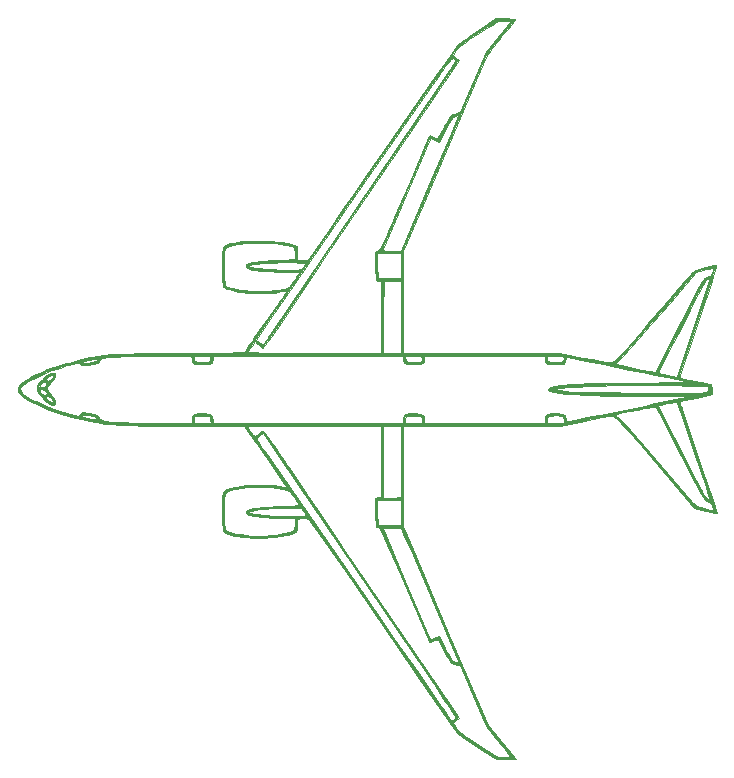
<source format=gto>
%TF.GenerationSoftware,KiCad,Pcbnew,(6.99.0-2452-gdb4f2d9dd8)*%
%TF.CreationDate,2022-07-19T11:46:45+04:00*%
%TF.ProjectId,787,3738372e-6b69-4636-9164-5f7063625858,rev?*%
%TF.SameCoordinates,Original*%
%TF.FileFunction,Legend,Top*%
%TF.FilePolarity,Positive*%
%FSLAX46Y46*%
G04 Gerber Fmt 4.6, Leading zero omitted, Abs format (unit mm)*
G04 Created by KiCad (PCBNEW (6.99.0-2452-gdb4f2d9dd8)) date 2022-07-19 11:46:45*
%MOMM*%
%LPD*%
G01*
G04 APERTURE LIST*
%ADD10C,0.050000*%
%ADD11R,1.700000X1.700000*%
%ADD12O,1.700000X1.700000*%
G04 APERTURE END LIST*
D10*
G36*
X144402472Y-127455865D02*
G01*
X142785853Y-126398369D01*
X141169234Y-125340872D01*
X140663959Y-124611304D01*
X138341506Y-121257909D01*
X132093363Y-112236058D01*
X129643727Y-108709107D01*
X128557314Y-107164878D01*
X128549376Y-107156259D01*
X128540950Y-107148016D01*
X128532022Y-107140145D01*
X128522578Y-107132645D01*
X128512606Y-107125512D01*
X128502091Y-107118745D01*
X128491021Y-107112342D01*
X128479381Y-107106298D01*
X128467160Y-107100613D01*
X128454342Y-107095284D01*
X128440915Y-107090309D01*
X128426865Y-107085684D01*
X128412178Y-107081407D01*
X128396843Y-107077477D01*
X128364168Y-107070645D01*
X128328733Y-107065168D01*
X128290431Y-107061028D01*
X128249153Y-107058203D01*
X128204793Y-107056675D01*
X128157243Y-107056425D01*
X128106395Y-107057433D01*
X128052142Y-107059680D01*
X127994376Y-107063146D01*
X127547072Y-107093709D01*
X127545821Y-107592313D01*
X127544225Y-107694481D01*
X127540180Y-107793675D01*
X127533959Y-107887448D01*
X127525831Y-107973350D01*
X127516068Y-108048934D01*
X127504940Y-108111750D01*
X127498949Y-108137605D01*
X127492718Y-108159350D01*
X127486282Y-108176679D01*
X127479674Y-108189286D01*
X127456497Y-108215501D01*
X127421703Y-108241940D01*
X127319575Y-108295154D01*
X127177911Y-108348254D01*
X127001336Y-108400564D01*
X126794474Y-108451408D01*
X126561947Y-108500112D01*
X126308380Y-108545998D01*
X126038396Y-108588393D01*
X125756619Y-108626619D01*
X125467671Y-108660002D01*
X125176178Y-108687866D01*
X124886761Y-108709535D01*
X124604046Y-108724335D01*
X124332654Y-108731588D01*
X124260405Y-108731314D01*
X124077211Y-108730620D01*
X123842339Y-108720756D01*
X123293763Y-108677937D01*
X122811575Y-108625307D01*
X122595342Y-108595305D01*
X122395665Y-108562839D01*
X122212531Y-108527908D01*
X122045925Y-108490507D01*
X121895834Y-108450634D01*
X121762244Y-108408284D01*
X121645141Y-108363454D01*
X121544512Y-108316142D01*
X121460344Y-108266344D01*
X121392621Y-108214056D01*
X121341331Y-108159275D01*
X121306460Y-108101998D01*
X121296863Y-108073588D01*
X121287429Y-108031317D01*
X121278211Y-107976007D01*
X121269260Y-107908483D01*
X121252370Y-107740087D01*
X121237175Y-107532718D01*
X121224092Y-107292966D01*
X121213538Y-107027421D01*
X121205929Y-106742673D01*
X121202456Y-106499513D01*
X121373465Y-106499513D01*
X121374748Y-107056831D01*
X121378603Y-107282116D01*
X121386603Y-107475604D01*
X121400250Y-107640135D01*
X121421044Y-107778548D01*
X121434591Y-107838848D01*
X121450488Y-107893683D01*
X121468922Y-107943408D01*
X121490082Y-107988378D01*
X121514155Y-108028949D01*
X121541329Y-108065475D01*
X121571791Y-108098311D01*
X121605730Y-108127811D01*
X121643332Y-108154332D01*
X121684786Y-108178228D01*
X121730279Y-108199853D01*
X121779999Y-108219563D01*
X121892871Y-108254657D01*
X122024903Y-108286350D01*
X122352452Y-108350886D01*
X122793246Y-108426850D01*
X123222722Y-108484539D01*
X123642938Y-108524013D01*
X124055954Y-108545336D01*
X124260405Y-108549210D01*
X124463828Y-108548568D01*
X124666480Y-108543420D01*
X124868620Y-108533771D01*
X125272388Y-108501007D01*
X125677191Y-108450337D01*
X126089849Y-108385131D01*
X126476827Y-108315720D01*
X126647120Y-108282030D01*
X126794715Y-108250401D01*
X126914185Y-108221870D01*
X127000106Y-108197473D01*
X127056731Y-108178778D01*
X127106449Y-108161457D01*
X127149754Y-108144653D01*
X127169154Y-108136178D01*
X127187136Y-108127511D01*
X127203761Y-108118545D01*
X127219089Y-108109174D01*
X127233183Y-108099290D01*
X127246105Y-108088787D01*
X127257915Y-108077557D01*
X127268676Y-108065493D01*
X127278449Y-108052488D01*
X127287295Y-108038435D01*
X127295276Y-108023228D01*
X127302453Y-108006759D01*
X127308889Y-107988921D01*
X127314644Y-107969608D01*
X127319780Y-107948711D01*
X127324359Y-107926125D01*
X127328442Y-107901742D01*
X127332091Y-107875455D01*
X127338332Y-107816742D01*
X127343575Y-107749130D01*
X127353034Y-107583781D01*
X127379485Y-107076673D01*
X127169475Y-107076245D01*
X126691575Y-107075273D01*
X126291820Y-107067715D01*
X125845368Y-107048001D01*
X125376793Y-107018315D01*
X124910670Y-106980844D01*
X124471574Y-106937775D01*
X124084082Y-106891294D01*
X123772768Y-106843586D01*
X123653357Y-106819956D01*
X123562207Y-106796840D01*
X123513300Y-106781706D01*
X123469085Y-106766947D01*
X123429386Y-106752402D01*
X123394025Y-106737913D01*
X123362824Y-106723319D01*
X123335607Y-106708461D01*
X123312194Y-106693179D01*
X123301860Y-106685329D01*
X123292410Y-106677314D01*
X123283823Y-106669113D01*
X123276077Y-106660706D01*
X123269148Y-106652074D01*
X123263016Y-106643196D01*
X123257658Y-106634053D01*
X123253051Y-106624625D01*
X123249174Y-106614891D01*
X123246004Y-106604832D01*
X123243520Y-106594427D01*
X123241698Y-106583658D01*
X123239955Y-106560943D01*
X123240598Y-106536529D01*
X123242466Y-106519316D01*
X123450459Y-106519316D01*
X123450728Y-106534929D01*
X123461625Y-106550450D01*
X123491634Y-106569106D01*
X123541799Y-106588065D01*
X123697508Y-106626541D01*
X123918571Y-106665187D01*
X124194810Y-106703307D01*
X124872095Y-106775195D01*
X125647926Y-106836655D01*
X126440865Y-106882136D01*
X127169475Y-106906086D01*
X127752318Y-106902953D01*
X127963629Y-106889496D01*
X128107958Y-106867187D01*
X128346209Y-106807389D01*
X128112563Y-106501065D01*
X127878916Y-106194741D01*
X126676711Y-106196265D01*
X126676711Y-106196267D01*
X126676713Y-106196267D01*
X126045975Y-106205339D01*
X125436557Y-106229322D01*
X124870492Y-106265790D01*
X124369814Y-106312316D01*
X123956555Y-106366472D01*
X123652748Y-106425831D01*
X123548775Y-106456703D01*
X123480427Y-106487966D01*
X123460473Y-106503649D01*
X123450459Y-106519316D01*
X123242466Y-106519316D01*
X123243449Y-106510255D01*
X123249186Y-106485088D01*
X123259146Y-106460782D01*
X123273432Y-106437320D01*
X123292146Y-106414684D01*
X123315390Y-106392858D01*
X123343266Y-106371825D01*
X123375877Y-106351567D01*
X123413323Y-106332068D01*
X123455709Y-106313311D01*
X123503135Y-106295279D01*
X123555704Y-106277954D01*
X123613518Y-106261321D01*
X123676679Y-106245361D01*
X123745290Y-106230058D01*
X123819452Y-106215396D01*
X123899268Y-106201356D01*
X124076269Y-106175078D01*
X124277110Y-106151088D01*
X124502610Y-106129251D01*
X124753584Y-106109431D01*
X125030850Y-106091492D01*
X125335226Y-106075299D01*
X125667528Y-106060715D01*
X126028575Y-106047605D01*
X126686920Y-106020966D01*
X127222307Y-105989990D01*
X127426708Y-105974077D01*
X127579751Y-105958523D01*
X127674562Y-105943806D01*
X127697983Y-105936913D01*
X127704268Y-105930410D01*
X127699672Y-105921177D01*
X127691165Y-105906278D01*
X127663282Y-105860795D01*
X127622349Y-105796599D01*
X127570097Y-105716327D01*
X127438552Y-105518111D01*
X127282488Y-105287248D01*
X127282490Y-105287252D01*
X127282490Y-105287256D01*
X127282491Y-105287258D01*
X127282491Y-105287260D01*
X127282492Y-105287261D01*
X127282492Y-105287263D01*
X127158334Y-105107962D01*
X127104448Y-105033354D01*
X127054792Y-104967767D01*
X127008442Y-104910449D01*
X126964472Y-104860645D01*
X126921958Y-104817600D01*
X126879977Y-104780560D01*
X126837604Y-104748771D01*
X126793913Y-104721479D01*
X126747982Y-104697930D01*
X126698885Y-104677369D01*
X126645698Y-104659042D01*
X126587497Y-104642194D01*
X126523358Y-104626072D01*
X126452355Y-104609922D01*
X126208921Y-104560640D01*
X125957920Y-104517934D01*
X125700277Y-104481804D01*
X125436917Y-104452249D01*
X125168764Y-104429270D01*
X124896743Y-104412867D01*
X124621778Y-104403038D01*
X124344795Y-104399785D01*
X124066718Y-104403107D01*
X123788471Y-104413003D01*
X123510980Y-104429474D01*
X123235168Y-104452520D01*
X122961962Y-104482140D01*
X122692284Y-104518335D01*
X122427061Y-104561103D01*
X122167216Y-104610446D01*
X122031316Y-104639269D01*
X121911871Y-104668209D01*
X121857989Y-104683512D01*
X121807822Y-104699791D01*
X121761240Y-104717362D01*
X121718108Y-104736539D01*
X121678294Y-104757640D01*
X121641667Y-104780979D01*
X121608092Y-104806872D01*
X121577438Y-104835634D01*
X121549573Y-104867582D01*
X121524362Y-104903031D01*
X121501674Y-104942296D01*
X121481377Y-104985692D01*
X121463336Y-105033537D01*
X121447421Y-105086144D01*
X121433498Y-105143831D01*
X121421435Y-105206911D01*
X121411099Y-105275702D01*
X121402357Y-105350518D01*
X121395078Y-105431675D01*
X121389127Y-105519489D01*
X121380684Y-105716349D01*
X121375966Y-105943623D01*
X121373914Y-106203836D01*
X121373465Y-106499513D01*
X121202456Y-106499513D01*
X121201682Y-106445312D01*
X121199170Y-105838084D01*
X121202626Y-105591416D01*
X121211387Y-105378762D01*
X121227073Y-105197159D01*
X121251309Y-105043643D01*
X121267139Y-104976493D01*
X121285714Y-104915253D01*
X121307238Y-104859554D01*
X121331913Y-104809026D01*
X121359942Y-104763298D01*
X121391527Y-104721999D01*
X121426871Y-104684760D01*
X121466178Y-104651209D01*
X121509649Y-104620978D01*
X121557488Y-104593694D01*
X121609897Y-104568989D01*
X121667080Y-104546491D01*
X121796575Y-104506638D01*
X121947597Y-104471171D01*
X122320706Y-104401546D01*
X122871960Y-104314915D01*
X123140489Y-104280850D01*
X123404822Y-104252950D01*
X123665360Y-104231217D01*
X123922506Y-104215648D01*
X124176661Y-104206245D01*
X124428227Y-104203008D01*
X124677607Y-104205934D01*
X124925201Y-104215026D01*
X125171413Y-104230281D01*
X125416643Y-104251701D01*
X125661294Y-104279284D01*
X125905767Y-104313031D01*
X126150465Y-104352941D01*
X126395789Y-104399015D01*
X126686501Y-104457158D01*
X125928752Y-103363626D01*
X125088435Y-102144820D01*
X124132174Y-100750104D01*
X123836576Y-100317590D01*
X124112370Y-100317590D01*
X124113028Y-100322769D01*
X124115474Y-100330426D01*
X124125553Y-100352902D01*
X124142253Y-100384475D01*
X124165223Y-100424604D01*
X124228555Y-100528355D01*
X124312725Y-100659815D01*
X124414906Y-100814643D01*
X124532274Y-100988497D01*
X124662004Y-101177038D01*
X124801270Y-101375924D01*
X127883423Y-105808308D01*
X133706790Y-114220435D01*
X135856984Y-117327895D01*
X137849207Y-120195010D01*
X139762003Y-122959338D01*
X140075726Y-123411377D01*
X140343155Y-123788083D01*
X140535948Y-124050120D01*
X140595499Y-124125846D01*
X140625762Y-124158153D01*
X140634100Y-124162353D01*
X140643295Y-124165203D01*
X140653273Y-124166761D01*
X140663959Y-124167084D01*
X140675280Y-124166227D01*
X140687164Y-124164249D01*
X140699536Y-124161206D01*
X140712323Y-124157154D01*
X140725452Y-124152152D01*
X140738848Y-124146254D01*
X140766152Y-124132004D01*
X140793645Y-124114857D01*
X140820740Y-124095270D01*
X140846850Y-124073697D01*
X140871386Y-124050592D01*
X140893760Y-124026412D01*
X140903953Y-124014060D01*
X140913385Y-124001609D01*
X140921982Y-123989117D01*
X140929672Y-123976640D01*
X140936380Y-123964236D01*
X140942033Y-123951960D01*
X140946558Y-123939870D01*
X140949881Y-123928022D01*
X140951929Y-123916474D01*
X140952628Y-123905283D01*
X140944012Y-123884146D01*
X140918731Y-123838748D01*
X140821584Y-123680341D01*
X140667996Y-123440417D01*
X140464780Y-123129332D01*
X139936711Y-122335101D01*
X139291869Y-121380492D01*
X127123227Y-103460713D01*
X124673438Y-99856462D01*
X124668144Y-99853263D01*
X124660268Y-99852674D01*
X124649989Y-99854546D01*
X124637486Y-99858734D01*
X124606526Y-99873464D01*
X124568821Y-99895685D01*
X124525807Y-99924219D01*
X124478917Y-99957886D01*
X124429585Y-99995508D01*
X124379246Y-100035906D01*
X124329334Y-100077902D01*
X124281283Y-100120317D01*
X124236527Y-100161971D01*
X124196500Y-100201687D01*
X124162637Y-100238286D01*
X124136371Y-100270588D01*
X124126536Y-100284760D01*
X124119138Y-100297416D01*
X124114356Y-100308408D01*
X124112370Y-100317590D01*
X123836576Y-100317590D01*
X123093352Y-99230115D01*
X118804644Y-99228967D01*
X117965369Y-99228742D01*
X117629916Y-99227380D01*
X123312443Y-99227380D01*
X123599722Y-99663579D01*
X123659402Y-99751300D01*
X123718888Y-99833324D01*
X123776606Y-99907842D01*
X123830982Y-99973047D01*
X123856424Y-100001591D01*
X123880441Y-100027129D01*
X123902835Y-100049433D01*
X123923409Y-100068279D01*
X123941967Y-100083439D01*
X123958312Y-100094689D01*
X123972247Y-100101801D01*
X123978249Y-100103735D01*
X123983575Y-100104550D01*
X123988743Y-100104553D01*
X123994279Y-100104078D01*
X124000164Y-100103137D01*
X124006383Y-100101741D01*
X124019752Y-100097631D01*
X124034251Y-100091839D01*
X124049745Y-100084459D01*
X124066098Y-100075582D01*
X124083175Y-100065300D01*
X124100842Y-100053706D01*
X124118963Y-100040891D01*
X124137402Y-100026949D01*
X124156026Y-100011970D01*
X124174698Y-99996048D01*
X124193283Y-99979274D01*
X124211647Y-99961741D01*
X124229655Y-99943540D01*
X124247170Y-99924764D01*
X124264961Y-99905548D01*
X124283777Y-99886055D01*
X124303456Y-99866421D01*
X124323835Y-99846782D01*
X124366045Y-99808030D01*
X124409108Y-99770885D01*
X124451725Y-99736431D01*
X124472460Y-99720554D01*
X124492597Y-99705756D01*
X124511972Y-99692174D01*
X124530424Y-99679944D01*
X124547790Y-99669201D01*
X124563908Y-99660081D01*
X124578586Y-99652480D01*
X124585922Y-99649369D01*
X124593481Y-99647038D01*
X124601432Y-99645729D01*
X124605607Y-99645533D01*
X124609943Y-99645684D01*
X124614461Y-99646210D01*
X124619182Y-99647142D01*
X124624128Y-99648511D01*
X124629318Y-99650346D01*
X124634775Y-99652677D01*
X124640520Y-99655536D01*
X124646572Y-99658951D01*
X124652955Y-99662954D01*
X124666792Y-99672840D01*
X124682200Y-99685436D01*
X124699347Y-99700984D01*
X124718401Y-99719723D01*
X124739532Y-99741896D01*
X124762906Y-99767743D01*
X124788694Y-99797506D01*
X124817063Y-99831426D01*
X124848182Y-99869743D01*
X124882219Y-99912699D01*
X124919343Y-99960535D01*
X124959722Y-100013493D01*
X125003524Y-100071813D01*
X125050918Y-100135736D01*
X125102073Y-100205504D01*
X125157157Y-100281358D01*
X125216338Y-100363539D01*
X125279784Y-100452288D01*
X125420149Y-100650454D01*
X125579599Y-100877786D01*
X125759480Y-101136214D01*
X125961141Y-101427665D01*
X126185930Y-101754069D01*
X126435193Y-102117356D01*
X126710278Y-102519454D01*
X127012534Y-102962292D01*
X127343308Y-103447800D01*
X127703946Y-103977907D01*
X128520209Y-105179632D01*
X129472104Y-106582901D01*
X131825911Y-110055801D01*
X140808531Y-123293153D01*
X141254092Y-123943303D01*
X141008185Y-124154820D01*
X140762282Y-124366337D01*
X141011794Y-124763302D01*
X141045657Y-124814772D01*
X141082441Y-124866022D01*
X141122256Y-124917155D01*
X141165216Y-124968270D01*
X141211432Y-125019468D01*
X141261017Y-125070849D01*
X141314084Y-125122513D01*
X141370744Y-125174561D01*
X141431110Y-125227093D01*
X141495293Y-125280209D01*
X141563408Y-125334010D01*
X141635564Y-125388596D01*
X141711876Y-125444067D01*
X141792455Y-125500523D01*
X141877414Y-125558066D01*
X141966864Y-125616795D01*
X142732440Y-126115449D01*
X143582305Y-126673265D01*
X143878872Y-126867743D01*
X144111130Y-127014891D01*
X144208255Y-127072778D01*
X144295438Y-127121305D01*
X144374724Y-127161297D01*
X144448157Y-127193580D01*
X144517782Y-127218976D01*
X144585645Y-127238312D01*
X144653790Y-127252410D01*
X144724261Y-127262097D01*
X144799105Y-127268195D01*
X144880366Y-127271531D01*
X145070319Y-127273210D01*
X145295454Y-127277287D01*
X145383555Y-127278030D01*
X145420981Y-127276807D01*
X145453797Y-127274037D01*
X145481856Y-127269358D01*
X145505015Y-127262407D01*
X145523127Y-127252820D01*
X145536047Y-127240236D01*
X145540515Y-127232705D01*
X145543631Y-127224290D01*
X145545732Y-127204620D01*
X145542205Y-127180864D01*
X145532905Y-127152658D01*
X145517687Y-127119640D01*
X145496406Y-127081446D01*
X145468915Y-127037714D01*
X145435070Y-126988081D01*
X145347736Y-126869660D01*
X145233242Y-126723280D01*
X145090423Y-126546038D01*
X144918119Y-126335031D01*
X144480403Y-125800110D01*
X144480403Y-125800112D01*
X143554362Y-124664032D01*
X142452361Y-122091677D01*
X141350356Y-119519320D01*
X141109656Y-119461577D01*
X140949294Y-119423107D01*
X140878817Y-119405945D01*
X140816272Y-119389323D01*
X140787554Y-119380715D01*
X140760317Y-119371643D01*
X140734393Y-119361908D01*
X140709613Y-119351309D01*
X140685811Y-119339647D01*
X140662819Y-119326722D01*
X140640469Y-119312334D01*
X140618594Y-119296283D01*
X140597027Y-119278370D01*
X140575599Y-119258396D01*
X140554144Y-119236159D01*
X140532494Y-119211461D01*
X140510480Y-119184101D01*
X140487937Y-119153881D01*
X140464695Y-119120600D01*
X140440589Y-119084058D01*
X140415449Y-119044056D01*
X140389109Y-119000394D01*
X140332157Y-118901290D01*
X140268392Y-118785150D01*
X140196475Y-118650375D01*
X140022822Y-118318527D01*
X139914940Y-118115938D01*
X139809774Y-117926882D01*
X139709947Y-117755501D01*
X139618085Y-117605939D01*
X139536815Y-117482335D01*
X139468759Y-117388833D01*
X139440508Y-117354664D01*
X139416545Y-117329574D01*
X139397198Y-117314080D01*
X139382796Y-117308700D01*
X139369779Y-117309253D01*
X139354496Y-117311150D01*
X139337138Y-117314321D01*
X139317897Y-117318701D01*
X139296964Y-117324221D01*
X139274529Y-117330814D01*
X139250786Y-117338412D01*
X139225924Y-117346948D01*
X139200135Y-117356354D01*
X139173610Y-117366563D01*
X139146541Y-117377507D01*
X139119118Y-117389118D01*
X139091534Y-117401330D01*
X139063979Y-117414074D01*
X139036645Y-117427283D01*
X139009722Y-117440889D01*
X138964740Y-117464015D01*
X138925084Y-117483785D01*
X138890220Y-117499981D01*
X138874419Y-117506671D01*
X138859615Y-117512387D01*
X138845742Y-117517101D01*
X138832732Y-117520785D01*
X138820520Y-117523414D01*
X138809039Y-117524959D01*
X138798221Y-117525393D01*
X138788000Y-117524690D01*
X138778309Y-117522822D01*
X138769081Y-117519763D01*
X138760249Y-117515484D01*
X138751747Y-117509959D01*
X138743508Y-117503160D01*
X138735464Y-117495061D01*
X138727550Y-117485634D01*
X138719698Y-117474853D01*
X138711842Y-117462690D01*
X138703914Y-117449117D01*
X138687577Y-117417636D01*
X138670154Y-117380192D01*
X138651109Y-117336569D01*
X138629908Y-117286550D01*
X137669211Y-115058282D01*
X136074134Y-111354116D01*
X135208381Y-109341354D01*
X134932926Y-108715551D01*
X134737297Y-108291280D01*
X134602653Y-108029397D01*
X134552314Y-107947120D01*
X134527938Y-107914533D01*
X134794318Y-107914533D01*
X136733451Y-112412449D01*
X138752143Y-117108943D01*
X138766072Y-117143255D01*
X138778960Y-117173095D01*
X138785202Y-117186362D01*
X138791412Y-117198539D01*
X138797666Y-117209637D01*
X138804038Y-117219663D01*
X138810606Y-117228630D01*
X138817445Y-117236545D01*
X138824631Y-117243418D01*
X138832240Y-117249259D01*
X138840348Y-117254077D01*
X138849032Y-117257883D01*
X138858366Y-117260685D01*
X138868427Y-117262493D01*
X138879292Y-117263317D01*
X138891035Y-117263166D01*
X138903733Y-117262050D01*
X138917462Y-117259978D01*
X138932298Y-117256960D01*
X138948316Y-117253005D01*
X138965594Y-117248123D01*
X138984206Y-117242324D01*
X139025738Y-117228011D01*
X139073520Y-117210143D01*
X139128161Y-117188797D01*
X139190268Y-117164047D01*
X139262916Y-117135902D01*
X139331888Y-117110951D01*
X139395589Y-117089646D01*
X139452423Y-117072441D01*
X139500796Y-117059787D01*
X139521310Y-117055309D01*
X139539111Y-117052138D01*
X139553999Y-117050332D01*
X139565775Y-117049947D01*
X139574239Y-117051039D01*
X139577167Y-117052157D01*
X139579192Y-117053665D01*
X139595374Y-117080488D01*
X139629963Y-117144511D01*
X139745754Y-117367402D01*
X139909362Y-117688819D01*
X140103579Y-118075240D01*
X140206324Y-118275681D01*
X140308952Y-118466301D01*
X140408731Y-118642668D01*
X140502930Y-118800351D01*
X140588820Y-118934920D01*
X140663669Y-119041942D01*
X140696101Y-119083738D01*
X140724748Y-119116987D01*
X140749269Y-119141133D01*
X140769324Y-119155623D01*
X140808379Y-119175018D01*
X140848412Y-119192104D01*
X140888869Y-119206856D01*
X140929201Y-119219250D01*
X140968855Y-119229260D01*
X141007279Y-119236862D01*
X141043921Y-119242032D01*
X141078231Y-119244745D01*
X141109656Y-119244975D01*
X141137644Y-119242699D01*
X141161644Y-119237892D01*
X141171976Y-119234531D01*
X141181105Y-119230529D01*
X141188960Y-119225881D01*
X141195473Y-119220585D01*
X141200576Y-119214637D01*
X141204199Y-119208036D01*
X141206273Y-119200776D01*
X141206729Y-119192856D01*
X141205499Y-119184273D01*
X141202513Y-119175022D01*
X138801894Y-113552626D01*
X138801894Y-113552613D01*
X137098366Y-109607100D01*
X136557692Y-108386698D01*
X136332450Y-107914533D01*
X136326236Y-107909787D01*
X136318411Y-107905239D01*
X136298071Y-107896743D01*
X136271719Y-107889062D01*
X136239646Y-107882211D01*
X136202143Y-107876206D01*
X136159499Y-107871061D01*
X136112006Y-107866794D01*
X136059954Y-107863419D01*
X136003633Y-107860953D01*
X135943335Y-107859410D01*
X135879348Y-107858808D01*
X135811965Y-107859160D01*
X135741476Y-107860483D01*
X135668170Y-107862793D01*
X135592339Y-107866105D01*
X135514273Y-107870435D01*
X134794318Y-107914533D01*
X134527938Y-107914533D01*
X134510156Y-107890761D01*
X134473824Y-107855430D01*
X134440963Y-107836231D01*
X134382147Y-107827539D01*
X134376235Y-107826665D01*
X134361722Y-107826370D01*
X134348040Y-107825412D01*
X134335159Y-107823608D01*
X134323051Y-107820774D01*
X134317278Y-107818913D01*
X134311688Y-107816726D01*
X134306276Y-107814188D01*
X134301039Y-107811278D01*
X134295974Y-107807973D01*
X134291078Y-107804249D01*
X134286345Y-107800083D01*
X134281774Y-107795452D01*
X134277360Y-107790334D01*
X134273100Y-107784705D01*
X134268990Y-107778542D01*
X134265026Y-107771823D01*
X134261206Y-107764523D01*
X134257525Y-107756621D01*
X134253980Y-107748094D01*
X134250567Y-107738917D01*
X134244123Y-107718525D01*
X134238166Y-107695262D01*
X134232665Y-107668944D01*
X134227593Y-107639386D01*
X134222922Y-107606404D01*
X134218621Y-107569815D01*
X134214663Y-107529434D01*
X134211018Y-107485077D01*
X134207659Y-107436560D01*
X134204556Y-107383698D01*
X134201681Y-107326309D01*
X134199006Y-107264207D01*
X134194136Y-107125129D01*
X134189719Y-106964993D01*
X134185524Y-106782326D01*
X134181323Y-106575654D01*
X134160104Y-105489186D01*
X134332621Y-105489186D01*
X134357371Y-106554433D01*
X134382147Y-107619680D01*
X135330237Y-107616160D01*
X136012778Y-107612673D01*
X136322424Y-107609246D01*
X136324685Y-107607690D01*
X136326916Y-107603413D01*
X136331282Y-107586969D01*
X136335499Y-107560458D01*
X136339545Y-107524427D01*
X136347034Y-107425976D01*
X136353567Y-107295971D01*
X136358964Y-107138768D01*
X136363042Y-106958721D01*
X136365622Y-106760187D01*
X136366522Y-106547521D01*
X136366522Y-105489186D01*
X134332621Y-105489186D01*
X134160104Y-105489186D01*
X134156897Y-105324971D01*
X134262883Y-105312795D01*
X134867213Y-105312795D01*
X135558070Y-105312795D01*
X135698048Y-105311595D01*
X135830956Y-105308156D01*
X135953718Y-105302718D01*
X136063259Y-105295524D01*
X136156505Y-105286814D01*
X136230381Y-105276829D01*
X136259094Y-105271434D01*
X136281811Y-105265810D01*
X136298149Y-105259988D01*
X136307723Y-105253999D01*
X136313711Y-105232529D01*
X136319532Y-105181286D01*
X136330550Y-104995720D01*
X136340535Y-104709782D01*
X136349246Y-104335950D01*
X136361879Y-103374527D01*
X136366519Y-102211290D01*
X136366519Y-99227380D01*
X134867213Y-99227380D01*
X134867213Y-105312795D01*
X134262883Y-105312795D01*
X134401816Y-105296834D01*
X134646735Y-105268699D01*
X134669936Y-102248040D01*
X134693137Y-99227380D01*
X123312443Y-99227380D01*
X117629916Y-99227380D01*
X114671424Y-99215368D01*
X113506871Y-99194584D01*
X112579080Y-99160064D01*
X111824415Y-99108553D01*
X111179238Y-99036796D01*
X110579910Y-98941541D01*
X110540683Y-98933785D01*
X109962795Y-98819532D01*
X109338018Y-98680611D01*
X108732667Y-98531871D01*
X108149624Y-98374588D01*
X107591770Y-98210043D01*
X107061986Y-98039512D01*
X106563153Y-97864276D01*
X106098153Y-97685611D01*
X105669868Y-97504797D01*
X105281178Y-97323112D01*
X104934965Y-97141835D01*
X104634110Y-96962243D01*
X104381495Y-96785617D01*
X104180001Y-96613233D01*
X104032509Y-96446371D01*
X103941901Y-96286308D01*
X103918829Y-96209226D01*
X103911058Y-96134324D01*
X103916010Y-96089179D01*
X104125384Y-96089179D01*
X104127740Y-96147471D01*
X104140820Y-96207157D01*
X104164563Y-96268200D01*
X104198906Y-96330565D01*
X104243788Y-96394214D01*
X104299148Y-96459112D01*
X104364922Y-96525221D01*
X104441051Y-96592504D01*
X104527470Y-96660926D01*
X104624120Y-96730450D01*
X104730937Y-96801039D01*
X104847860Y-96872657D01*
X104974828Y-96945267D01*
X105111778Y-97018832D01*
X105258648Y-97093316D01*
X105415378Y-97168682D01*
X105581904Y-97244895D01*
X105758165Y-97321916D01*
X105944099Y-97399710D01*
X106139645Y-97478241D01*
X106559323Y-97637363D01*
X107016705Y-97798991D01*
X107511295Y-97962833D01*
X108042599Y-98128595D01*
X109043342Y-98432050D01*
X109095415Y-98367742D01*
X109306359Y-98367742D01*
X109308049Y-98378398D01*
X109312412Y-98389670D01*
X109319518Y-98401550D01*
X109329431Y-98414030D01*
X109342219Y-98427102D01*
X109367425Y-98444093D01*
X109407972Y-98463048D01*
X109461991Y-98483546D01*
X109527615Y-98505164D01*
X109602978Y-98527481D01*
X109686212Y-98550072D01*
X109868825Y-98594392D01*
X110060516Y-98634745D01*
X110246348Y-98667752D01*
X110332398Y-98680445D01*
X110411383Y-98690034D01*
X110481433Y-98696098D01*
X110540683Y-98698213D01*
X110571824Y-98697491D01*
X110598878Y-98695376D01*
X110621949Y-98691939D01*
X110641143Y-98687252D01*
X110656563Y-98681389D01*
X110668315Y-98674421D01*
X110672847Y-98670545D01*
X110676502Y-98666421D01*
X110679291Y-98662057D01*
X110681229Y-98657461D01*
X110682328Y-98652645D01*
X110682600Y-98647615D01*
X110682061Y-98642382D01*
X110680721Y-98636954D01*
X110675695Y-98625550D01*
X110667627Y-98613477D01*
X110656622Y-98600806D01*
X110642783Y-98587610D01*
X110626216Y-98573962D01*
X110607024Y-98559934D01*
X110585313Y-98545599D01*
X110561186Y-98531028D01*
X110534749Y-98516294D01*
X110506105Y-98501470D01*
X110475360Y-98486629D01*
X110442617Y-98471842D01*
X110407981Y-98457182D01*
X110371557Y-98442721D01*
X110333448Y-98428532D01*
X110293761Y-98414688D01*
X110252598Y-98401261D01*
X110210064Y-98388323D01*
X110166265Y-98375946D01*
X110121304Y-98364204D01*
X110075285Y-98353168D01*
X110028314Y-98342912D01*
X110028313Y-98342912D01*
X109938508Y-98325594D01*
X109852472Y-98311592D01*
X109770738Y-98300840D01*
X109693838Y-98293273D01*
X109622307Y-98288827D01*
X109556677Y-98287434D01*
X109497481Y-98289030D01*
X109445253Y-98293550D01*
X109400525Y-98300928D01*
X109363830Y-98311098D01*
X109335702Y-98323996D01*
X109325017Y-98331447D01*
X109316674Y-98339555D01*
X109310739Y-98348313D01*
X109307278Y-98357711D01*
X109306359Y-98367742D01*
X109095415Y-98367742D01*
X109198763Y-98240110D01*
X109225686Y-98207398D01*
X109238377Y-98192622D01*
X109250729Y-98178881D01*
X109262873Y-98166164D01*
X109274943Y-98154456D01*
X109287069Y-98143746D01*
X109299383Y-98134020D01*
X109312017Y-98125265D01*
X109325102Y-98117469D01*
X109338770Y-98110619D01*
X109353153Y-98104701D01*
X109368382Y-98099704D01*
X109384590Y-98095614D01*
X109401907Y-98092418D01*
X109420465Y-98090103D01*
X109440396Y-98088657D01*
X109461832Y-98088067D01*
X109484904Y-98088320D01*
X109509745Y-98089402D01*
X109536484Y-98091302D01*
X109565255Y-98094006D01*
X109596189Y-98097501D01*
X109629418Y-98101775D01*
X109703286Y-98112607D01*
X109787911Y-98126399D01*
X109884349Y-98143047D01*
X109993651Y-98162450D01*
X110180547Y-98197550D01*
X110260077Y-98214177D01*
X110331224Y-98230605D01*
X110394663Y-98247147D01*
X110451067Y-98264116D01*
X110501108Y-98281824D01*
X110545460Y-98300585D01*
X110584795Y-98320711D01*
X110619787Y-98342515D01*
X110651110Y-98366309D01*
X110679435Y-98392408D01*
X110705437Y-98421122D01*
X110729788Y-98452765D01*
X110753162Y-98487650D01*
X110776230Y-98526090D01*
X110797944Y-98561142D01*
X110822099Y-98594302D01*
X110849226Y-98625621D01*
X110879858Y-98655150D01*
X110914524Y-98682941D01*
X110953758Y-98709045D01*
X110998089Y-98733512D01*
X111048050Y-98756393D01*
X111104172Y-98777741D01*
X111166985Y-98797605D01*
X111237021Y-98816037D01*
X111314813Y-98833089D01*
X111400889Y-98848810D01*
X111495784Y-98863253D01*
X111600026Y-98876468D01*
X111714148Y-98888506D01*
X111838682Y-98899420D01*
X111974158Y-98909258D01*
X112121107Y-98918074D01*
X112280062Y-98925917D01*
X112636112Y-98938891D01*
X113046557Y-98948590D01*
X113515649Y-98955422D01*
X114047638Y-98959795D01*
X114646775Y-98962120D01*
X115317309Y-98962804D01*
X118639426Y-98962804D01*
X118639426Y-98962796D01*
X118804644Y-98962796D01*
X120238108Y-98962796D01*
X120210471Y-98676164D01*
X120182835Y-98389531D01*
X118859917Y-98389531D01*
X118832282Y-98676164D01*
X118804644Y-98962796D01*
X118639426Y-98962796D01*
X118639426Y-98671762D01*
X118641053Y-98595878D01*
X118643213Y-98560884D01*
X118646384Y-98527790D01*
X118650650Y-98496545D01*
X118656096Y-98467099D01*
X118662806Y-98439402D01*
X118670865Y-98413403D01*
X118680357Y-98389054D01*
X118691367Y-98366304D01*
X118703978Y-98345102D01*
X118718277Y-98325399D01*
X118734347Y-98307146D01*
X118752273Y-98290290D01*
X118772138Y-98274784D01*
X118794029Y-98260576D01*
X118818029Y-98247617D01*
X118844223Y-98235857D01*
X118872695Y-98225245D01*
X118903530Y-98215732D01*
X118936812Y-98207267D01*
X118972626Y-98199801D01*
X119011057Y-98193284D01*
X119052188Y-98187665D01*
X119096105Y-98182894D01*
X119142891Y-98178922D01*
X119245412Y-98173172D01*
X119360427Y-98170016D01*
X119488612Y-98169053D01*
X119617748Y-98170428D01*
X119735001Y-98174743D01*
X119840864Y-98182286D01*
X119935824Y-98193342D01*
X120020372Y-98208200D01*
X120094998Y-98227146D01*
X120128743Y-98238241D01*
X120160192Y-98250466D01*
X120189405Y-98263856D01*
X120216443Y-98278447D01*
X120241369Y-98294275D01*
X120264242Y-98311376D01*
X120285125Y-98329786D01*
X120304078Y-98349540D01*
X120321164Y-98370675D01*
X120336442Y-98393226D01*
X120349975Y-98417229D01*
X120361823Y-98442721D01*
X120372048Y-98469736D01*
X120380710Y-98498310D01*
X120393595Y-98560282D01*
X120400967Y-98628922D01*
X120403315Y-98704518D01*
X120403315Y-98962804D01*
X136542899Y-98962804D01*
X136542899Y-98962796D01*
X136708121Y-98962796D01*
X138141581Y-98962796D01*
X138113944Y-98676164D01*
X138086306Y-98389531D01*
X136763392Y-98389531D01*
X136735755Y-98676164D01*
X136708121Y-98962796D01*
X136542899Y-98962796D01*
X136542899Y-98736520D01*
X136544474Y-98650624D01*
X136549651Y-98573589D01*
X136553800Y-98538252D01*
X136559102Y-98504959D01*
X136565641Y-98473652D01*
X136573502Y-98444274D01*
X136582768Y-98416767D01*
X136593523Y-98391076D01*
X136605853Y-98367142D01*
X136619841Y-98344908D01*
X136635572Y-98324316D01*
X136653129Y-98305311D01*
X136672598Y-98287833D01*
X136694061Y-98271827D01*
X136717604Y-98257234D01*
X136743310Y-98243998D01*
X136771264Y-98232061D01*
X136801551Y-98221366D01*
X136834254Y-98211856D01*
X136869457Y-98203473D01*
X136907245Y-98196160D01*
X136947702Y-98189860D01*
X136990912Y-98184516D01*
X137036960Y-98180070D01*
X137137905Y-98173644D01*
X137251211Y-98170125D01*
X137377551Y-98169053D01*
X137509406Y-98170402D01*
X137629019Y-98174648D01*
X137736905Y-98182086D01*
X137833579Y-98193015D01*
X137919556Y-98207731D01*
X137995353Y-98226531D01*
X138061485Y-98249713D01*
X138091087Y-98263040D01*
X138118467Y-98277573D01*
X138143688Y-98293351D01*
X138166815Y-98310409D01*
X138187912Y-98328785D01*
X138207043Y-98348517D01*
X138224274Y-98369641D01*
X138239669Y-98392195D01*
X138253291Y-98416215D01*
X138265206Y-98441739D01*
X138275478Y-98468804D01*
X138284172Y-98497447D01*
X138297080Y-98559615D01*
X138304447Y-98628541D01*
X138306788Y-98704522D01*
X138306788Y-98962804D01*
X148537341Y-98962804D01*
X148537341Y-98962796D01*
X148702563Y-98962796D01*
X150124850Y-98962796D01*
X150124850Y-98699891D01*
X150124274Y-98663688D01*
X150122488Y-98630323D01*
X150119405Y-98599663D01*
X150114937Y-98571573D01*
X150108999Y-98545918D01*
X150105451Y-98533962D01*
X150101503Y-98522564D01*
X150097143Y-98511708D01*
X150092361Y-98501377D01*
X150087146Y-98491554D01*
X150081487Y-98482222D01*
X150075374Y-98473364D01*
X150068794Y-98464964D01*
X150061739Y-98457005D01*
X150054195Y-98449470D01*
X150046154Y-98442342D01*
X150037603Y-98435604D01*
X150028532Y-98429240D01*
X150018931Y-98423233D01*
X149998091Y-98412222D01*
X149974997Y-98402436D01*
X149949562Y-98393741D01*
X149921698Y-98386003D01*
X149898512Y-98380950D01*
X149871085Y-98376316D01*
X149839770Y-98372114D01*
X149804916Y-98368355D01*
X149725992Y-98362216D01*
X149637118Y-98357998D01*
X149541098Y-98355797D01*
X149440735Y-98355711D01*
X149338832Y-98357836D01*
X149238192Y-98362271D01*
X149082260Y-98371906D01*
X149018751Y-98377082D01*
X148963945Y-98383073D01*
X148917142Y-98390314D01*
X148877642Y-98399236D01*
X148860412Y-98404463D01*
X148844745Y-98410273D01*
X148830553Y-98416719D01*
X148817749Y-98423857D01*
X148806246Y-98431739D01*
X148795955Y-98440421D01*
X148786790Y-98449955D01*
X148778662Y-98460398D01*
X148771484Y-98471801D01*
X148765169Y-98484220D01*
X148759630Y-98497708D01*
X148754777Y-98512321D01*
X148746784Y-98545133D01*
X148740491Y-98583089D01*
X148730200Y-98676164D01*
X148702563Y-98962796D01*
X148537341Y-98962796D01*
X148537341Y-98671762D01*
X148538968Y-98595878D01*
X148541128Y-98560884D01*
X148544299Y-98527790D01*
X148548565Y-98496545D01*
X148554011Y-98467099D01*
X148560721Y-98439402D01*
X148568780Y-98413403D01*
X148578272Y-98389054D01*
X148589282Y-98366304D01*
X148601894Y-98345102D01*
X148616192Y-98325399D01*
X148632262Y-98307146D01*
X148650188Y-98290290D01*
X148670054Y-98274784D01*
X148691945Y-98260576D01*
X148715945Y-98247617D01*
X148742138Y-98235857D01*
X148770611Y-98225245D01*
X148801446Y-98215732D01*
X148834728Y-98207267D01*
X148870542Y-98199801D01*
X148908972Y-98193284D01*
X148950104Y-98187665D01*
X148994020Y-98182894D01*
X149040807Y-98178922D01*
X149143328Y-98173172D01*
X149258342Y-98170016D01*
X149386527Y-98169053D01*
X149512434Y-98170430D01*
X149627291Y-98174706D01*
X149731503Y-98182098D01*
X149825473Y-98192822D01*
X149909605Y-98207097D01*
X149984303Y-98225137D01*
X150049970Y-98247161D01*
X150079544Y-98259735D01*
X150107011Y-98273386D01*
X150132422Y-98288141D01*
X150155829Y-98304027D01*
X150177280Y-98321072D01*
X150196827Y-98339303D01*
X150214521Y-98358747D01*
X150230411Y-98379430D01*
X150244548Y-98401381D01*
X150256982Y-98424625D01*
X150267765Y-98449191D01*
X150276946Y-98475105D01*
X150290707Y-98531087D01*
X150298666Y-98592788D01*
X150301230Y-98660424D01*
X150301673Y-98682243D01*
X150302972Y-98703449D01*
X150305085Y-98723935D01*
X150307966Y-98743588D01*
X150311572Y-98762300D01*
X150315860Y-98779962D01*
X150320786Y-98796462D01*
X150326305Y-98811692D01*
X150332375Y-98825541D01*
X150338951Y-98837900D01*
X150345990Y-98848659D01*
X150353448Y-98857708D01*
X150361281Y-98864937D01*
X150365324Y-98867835D01*
X150369445Y-98870237D01*
X150373637Y-98872129D01*
X150377896Y-98873497D01*
X150382216Y-98874328D01*
X150386592Y-98874608D01*
X150446549Y-98865736D01*
X150585239Y-98840308D01*
X151063006Y-98746917D01*
X151748269Y-98608698D01*
X152569403Y-98439912D01*
X153209973Y-98307873D01*
X154505965Y-98307873D01*
X154515121Y-98331573D01*
X154540216Y-98357224D01*
X154578167Y-98385940D01*
X154680308Y-98457032D01*
X154708354Y-98478401D01*
X154740448Y-98504632D01*
X154815292Y-98570205D01*
X154901860Y-98650804D01*
X154997176Y-98743478D01*
X155098261Y-98845281D01*
X155202137Y-98953262D01*
X155305827Y-99064473D01*
X155406352Y-99175965D01*
X158010944Y-102176075D01*
X161098593Y-105770780D01*
X161127736Y-105802991D01*
X161159217Y-105833764D01*
X161193333Y-105863234D01*
X161230380Y-105891538D01*
X161270654Y-105918812D01*
X161314451Y-105945192D01*
X161362067Y-105970813D01*
X161413799Y-105995811D01*
X161469943Y-106020323D01*
X161530794Y-106044485D01*
X161596650Y-106068431D01*
X161667806Y-106092299D01*
X161744559Y-106116224D01*
X161827205Y-106140342D01*
X161916039Y-106164790D01*
X162011359Y-106189702D01*
X162290961Y-106260147D01*
X162526964Y-106317835D01*
X162694519Y-106356813D01*
X162744862Y-106367426D01*
X162768775Y-106371129D01*
X162771028Y-106370704D01*
X162772961Y-106369442D01*
X162774579Y-106367364D01*
X162775884Y-106364492D01*
X162776883Y-106360845D01*
X162777578Y-106356445D01*
X162777974Y-106351313D01*
X162778076Y-106345469D01*
X162777411Y-106331729D01*
X162775618Y-106315394D01*
X162772730Y-106296629D01*
X162768780Y-106275601D01*
X162763803Y-106252477D01*
X162757832Y-106227424D01*
X162750901Y-106200608D01*
X162743043Y-106172196D01*
X162734291Y-106142356D01*
X162724681Y-106111253D01*
X162714245Y-106079054D01*
X162703017Y-106045926D01*
X162686688Y-106000931D01*
X162669929Y-105959266D01*
X162652560Y-105920744D01*
X162634399Y-105885180D01*
X162615264Y-105852388D01*
X162594975Y-105822182D01*
X162573350Y-105794377D01*
X162550209Y-105768788D01*
X162525369Y-105745228D01*
X162498649Y-105723512D01*
X162469869Y-105703454D01*
X162438846Y-105684868D01*
X162405400Y-105667569D01*
X162386812Y-105659218D01*
X162369350Y-105651372D01*
X162330514Y-105636090D01*
X162288710Y-105621537D01*
X162288718Y-105621535D01*
X162262174Y-105612298D01*
X162236353Y-105601930D01*
X162210888Y-105589794D01*
X162185415Y-105575253D01*
X162159567Y-105557668D01*
X162132979Y-105536403D01*
X162105285Y-105510819D01*
X162076120Y-105480280D01*
X162045119Y-105444148D01*
X162011915Y-105401785D01*
X161976143Y-105352554D01*
X161937437Y-105295818D01*
X161895432Y-105230938D01*
X161849762Y-105157278D01*
X161800062Y-105074199D01*
X161745967Y-104981065D01*
X161687109Y-104877238D01*
X161623124Y-104762081D01*
X161553647Y-104634955D01*
X161478311Y-104495224D01*
X161308603Y-104175395D01*
X161111074Y-103797493D01*
X160882799Y-103356420D01*
X160620856Y-102847074D01*
X159984259Y-101603166D01*
X157952315Y-97607419D01*
X157948748Y-97603921D01*
X157941124Y-97601311D01*
X157914122Y-97598693D01*
X157872136Y-97599437D01*
X157815992Y-97603414D01*
X157746518Y-97610497D01*
X157664541Y-97620557D01*
X157466386Y-97649101D01*
X157228146Y-97688023D01*
X156956437Y-97736298D01*
X156657875Y-97792905D01*
X156339079Y-97856820D01*
X155147181Y-98102867D01*
X154807197Y-98179580D01*
X154690405Y-98210263D01*
X154604970Y-98237318D01*
X154547806Y-98261861D01*
X154515833Y-98285008D01*
X154508328Y-98296406D01*
X154505965Y-98307873D01*
X153209973Y-98307873D01*
X157000137Y-97526616D01*
X158150542Y-97526616D01*
X158568619Y-98373058D01*
X159553962Y-100324274D01*
X161613112Y-104358026D01*
X161733156Y-104584779D01*
X161846308Y-104788941D01*
X161951300Y-104968559D01*
X162046864Y-105121681D01*
X162131731Y-105246354D01*
X162169757Y-105297411D01*
X162204634Y-105340625D01*
X162236201Y-105375749D01*
X162264303Y-105402541D01*
X162288778Y-105420756D01*
X162309470Y-105430150D01*
X162326034Y-105434114D01*
X162342133Y-105437246D01*
X162357685Y-105439560D01*
X162372606Y-105441070D01*
X162386812Y-105441791D01*
X162400220Y-105441738D01*
X162412747Y-105440925D01*
X162424309Y-105439366D01*
X162434824Y-105437077D01*
X162444206Y-105434072D01*
X162452374Y-105430365D01*
X162459244Y-105425970D01*
X162462166Y-105423520D01*
X162464733Y-105420903D01*
X162466933Y-105418122D01*
X162468756Y-105415178D01*
X162470193Y-105412073D01*
X162471231Y-105408809D01*
X162471862Y-105405387D01*
X162472075Y-105401811D01*
X162444396Y-105305410D01*
X162365068Y-105056639D01*
X162073710Y-104169200D01*
X161115935Y-101305200D01*
X160142851Y-98446707D01*
X159834922Y-97565230D01*
X159707678Y-97227338D01*
X159698499Y-97223302D01*
X159681364Y-97221170D01*
X159625391Y-97222199D01*
X159544087Y-97229594D01*
X159441778Y-97242522D01*
X159191451Y-97281654D01*
X158909023Y-97332943D01*
X158629106Y-97389736D01*
X158386312Y-97445381D01*
X158289652Y-97470694D01*
X158215253Y-97493225D01*
X158167441Y-97512143D01*
X158154857Y-97519987D01*
X158150542Y-97526616D01*
X157000137Y-97526616D01*
X157489077Y-97425832D01*
X159559994Y-96995673D01*
X160575881Y-96775064D01*
X160584369Y-96771375D01*
X160582535Y-96767717D01*
X160548825Y-96760517D01*
X160367692Y-96746709D01*
X160047239Y-96733953D01*
X159602224Y-96722560D01*
X159047407Y-96712841D01*
X158397543Y-96705108D01*
X156871714Y-96696847D01*
X156839462Y-96696621D01*
X153796761Y-96675258D01*
X152649647Y-96655643D01*
X151976924Y-96632943D01*
X151062494Y-96572052D01*
X150320225Y-96511756D01*
X149739039Y-96449968D01*
X149307861Y-96384598D01*
X149145064Y-96349917D01*
X149015615Y-96313558D01*
X148918129Y-96275259D01*
X148851223Y-96234759D01*
X148813511Y-96191797D01*
X148803609Y-96146112D01*
X148807230Y-96135447D01*
X149383406Y-96135447D01*
X149388074Y-96145167D01*
X149402289Y-96154909D01*
X149426089Y-96164710D01*
X149502590Y-96184640D01*
X149617871Y-96205262D01*
X149772228Y-96226880D01*
X150199348Y-96274318D01*
X150786307Y-96329385D01*
X151670673Y-96373569D01*
X153107531Y-96408703D01*
X156839462Y-96448276D01*
X160383574Y-96441006D01*
X161585658Y-96417587D01*
X162141341Y-96379796D01*
X162173366Y-96370391D01*
X162202811Y-96360320D01*
X162229749Y-96349503D01*
X162254248Y-96337860D01*
X162265606Y-96331703D01*
X162276381Y-96325310D01*
X162286582Y-96318670D01*
X162296218Y-96311773D01*
X162305297Y-96304610D01*
X162313829Y-96297169D01*
X162321823Y-96289442D01*
X162329286Y-96281417D01*
X162336229Y-96273085D01*
X162342660Y-96264437D01*
X162348587Y-96255461D01*
X162354020Y-96246147D01*
X162358968Y-96236487D01*
X162363439Y-96226469D01*
X162367442Y-96216084D01*
X162370986Y-96205322D01*
X162374080Y-96194172D01*
X162376733Y-96182624D01*
X162378954Y-96170669D01*
X162380750Y-96158296D01*
X162383109Y-96132258D01*
X162383879Y-96104428D01*
X162383879Y-95895261D01*
X160642035Y-95829785D01*
X159616415Y-95806285D01*
X158286432Y-95797490D01*
X155179030Y-95817787D01*
X152251135Y-95878219D01*
X151145538Y-95919593D01*
X150434058Y-95966329D01*
X149951672Y-96019043D01*
X149764964Y-96042639D01*
X149614973Y-96064800D01*
X149501994Y-96085829D01*
X149426321Y-96106031D01*
X149402567Y-96115917D01*
X149388249Y-96125709D01*
X149383406Y-96135447D01*
X148807230Y-96135447D01*
X148820132Y-96097443D01*
X148861697Y-96045529D01*
X148898031Y-96016035D01*
X148947102Y-95987528D01*
X149008975Y-95960002D01*
X149083719Y-95933454D01*
X149272083Y-95883277D01*
X149512730Y-95836964D01*
X149806194Y-95794481D01*
X150153011Y-95755797D01*
X150553714Y-95720880D01*
X151008840Y-95689695D01*
X151518923Y-95662212D01*
X152084499Y-95638397D01*
X153384267Y-95601643D01*
X154912424Y-95579173D01*
X156673251Y-95570726D01*
X159628026Y-95562187D01*
X160511765Y-95554818D01*
X160818389Y-95546445D01*
X159666361Y-95304058D01*
X159269081Y-95220471D01*
X157861346Y-94928075D01*
X156781255Y-94703733D01*
X158150550Y-94703733D01*
X158154795Y-94712131D01*
X158167178Y-94721965D01*
X158214237Y-94745435D01*
X158287487Y-94773149D01*
X158382689Y-94804109D01*
X158621994Y-94871787D01*
X158898238Y-94940502D01*
X159177507Y-95002288D01*
X159425888Y-95049176D01*
X159527898Y-95064545D01*
X159609469Y-95073201D01*
X159666361Y-95074150D01*
X159684227Y-95071423D01*
X159694335Y-95066396D01*
X160148100Y-93784625D01*
X161097605Y-91006862D01*
X162038630Y-88217819D01*
X162466956Y-86902207D01*
X162467047Y-86896556D01*
X162466798Y-86890977D01*
X162466216Y-86885476D01*
X162465309Y-86880062D01*
X162464085Y-86874740D01*
X162462553Y-86869518D01*
X162460721Y-86864403D01*
X162458596Y-86859402D01*
X162456187Y-86854522D01*
X162453501Y-86849770D01*
X162450548Y-86845153D01*
X162447334Y-86840679D01*
X162443869Y-86836355D01*
X162440159Y-86832186D01*
X162436214Y-86828181D01*
X162432041Y-86824347D01*
X162427648Y-86820691D01*
X162423044Y-86817219D01*
X162418236Y-86813938D01*
X162413233Y-86810857D01*
X162408042Y-86807982D01*
X162402673Y-86805319D01*
X162397132Y-86802877D01*
X162391428Y-86800662D01*
X162385569Y-86798681D01*
X162379563Y-86796941D01*
X162373418Y-86795449D01*
X162367143Y-86794213D01*
X162360745Y-86793239D01*
X162354232Y-86792535D01*
X162347613Y-86792107D01*
X162340895Y-86791963D01*
X162340888Y-86791959D01*
X162323780Y-86793073D01*
X162306327Y-86796604D01*
X162288364Y-86802838D01*
X162269724Y-86812058D01*
X162250242Y-86824550D01*
X162229753Y-86840597D01*
X162208090Y-86860483D01*
X162185089Y-86884495D01*
X162160584Y-86912915D01*
X162134409Y-86946029D01*
X162106398Y-86984121D01*
X162076387Y-87027476D01*
X162044209Y-87076377D01*
X162009698Y-87131110D01*
X161972690Y-87191959D01*
X161933019Y-87259208D01*
X161890519Y-87333142D01*
X161845025Y-87414045D01*
X161744390Y-87597899D01*
X161629791Y-87813043D01*
X161499902Y-88061755D01*
X161353400Y-88346311D01*
X161188959Y-88668985D01*
X161005255Y-89032054D01*
X160800963Y-89437795D01*
X159853794Y-91308053D01*
X158977084Y-93018060D01*
X158656156Y-93644796D01*
X158393344Y-94171527D01*
X158215768Y-94542943D01*
X158167419Y-94653123D01*
X158150550Y-94703733D01*
X156781255Y-94703733D01*
X155636992Y-94466062D01*
X155637000Y-94466054D01*
X153431749Y-94012681D01*
X154452544Y-94012681D01*
X154956580Y-94114606D01*
X155662299Y-94260433D01*
X156651236Y-94467912D01*
X156891525Y-94517163D01*
X157117856Y-94560701D01*
X157325120Y-94597745D01*
X157508209Y-94627514D01*
X157662015Y-94649228D01*
X157781430Y-94662106D01*
X157861346Y-94665367D01*
X157884895Y-94663148D01*
X157896655Y-94658231D01*
X157933812Y-94594664D01*
X158019030Y-94436189D01*
X158311726Y-93876755D01*
X158730902Y-93064409D01*
X159232718Y-92083631D01*
X160936168Y-88742651D01*
X161436682Y-87774359D01*
X161765542Y-87162835D01*
X161969611Y-86824555D01*
X162039495Y-86731781D01*
X162095755Y-86675996D01*
X162144250Y-86646760D01*
X162190839Y-86633634D01*
X162301726Y-86613946D01*
X162347059Y-86601053D01*
X162388799Y-86587665D01*
X162427158Y-86573591D01*
X162462348Y-86558638D01*
X162494583Y-86542614D01*
X162524074Y-86525328D01*
X162551035Y-86506588D01*
X162563633Y-86496612D01*
X162575677Y-86486201D01*
X162587196Y-86475330D01*
X162598215Y-86463975D01*
X162608760Y-86452113D01*
X162618859Y-86439719D01*
X162637823Y-86413240D01*
X162655319Y-86384346D01*
X162671561Y-86352846D01*
X162686760Y-86318547D01*
X162701129Y-86281257D01*
X162714881Y-86240785D01*
X162756413Y-86108503D01*
X162772727Y-86053588D01*
X162786073Y-86005672D01*
X162796451Y-85964392D01*
X162803860Y-85929385D01*
X162808301Y-85900287D01*
X162809772Y-85876735D01*
X162808274Y-85858366D01*
X162806412Y-85851012D01*
X162803807Y-85844817D01*
X162800459Y-85839736D01*
X162796370Y-85835724D01*
X162791537Y-85832735D01*
X162785962Y-85830724D01*
X162779645Y-85829646D01*
X162772585Y-85829455D01*
X162756237Y-85831551D01*
X162736918Y-85836652D01*
X162714629Y-85844392D01*
X162714606Y-85844392D01*
X162679341Y-85856083D01*
X162621078Y-85873490D01*
X162447915Y-85922074D01*
X162219828Y-85983377D01*
X161961531Y-86050634D01*
X161318701Y-86215432D01*
X159007018Y-88902806D01*
X157431221Y-90730828D01*
X156400300Y-91913209D01*
X155685304Y-92709408D01*
X155057284Y-93378884D01*
X154452544Y-94012681D01*
X153431749Y-94012681D01*
X151997307Y-93717777D01*
X150429717Y-93406545D01*
X150424890Y-93406920D01*
X150419907Y-93408032D01*
X150414777Y-93409863D01*
X150409513Y-93412395D01*
X150404125Y-93415609D01*
X150398625Y-93419487D01*
X150393025Y-93424011D01*
X150387335Y-93429162D01*
X150381567Y-93434921D01*
X150375732Y-93441271D01*
X150369841Y-93448193D01*
X150363906Y-93455669D01*
X150357938Y-93463680D01*
X150351949Y-93472209D01*
X150345949Y-93481235D01*
X150339951Y-93490742D01*
X150328001Y-93511123D01*
X150316192Y-93533205D01*
X150304612Y-93556841D01*
X150293353Y-93581882D01*
X150282504Y-93608184D01*
X150272157Y-93635598D01*
X150262402Y-93663978D01*
X150253329Y-93693177D01*
X150168944Y-93979810D01*
X149654232Y-93999085D01*
X149477076Y-94005719D01*
X149338578Y-94009896D01*
X149213789Y-94011322D01*
X149102051Y-94009691D01*
X149002705Y-94004701D01*
X148915092Y-93996047D01*
X148838554Y-93983426D01*
X148772431Y-93966534D01*
X148743070Y-93956390D01*
X148716066Y-93945066D01*
X148691336Y-93932521D01*
X148668798Y-93918718D01*
X148648370Y-93903620D01*
X148629970Y-93887188D01*
X148613515Y-93869384D01*
X148598923Y-93850170D01*
X148586112Y-93829509D01*
X148574998Y-93807361D01*
X148565501Y-93783690D01*
X148557537Y-93758458D01*
X148545880Y-93703155D01*
X148539369Y-93641149D01*
X148537345Y-93572137D01*
X148537345Y-93318353D01*
X138306792Y-93318353D01*
X138306792Y-93565297D01*
X138306355Y-93600354D01*
X138304990Y-93633647D01*
X138302614Y-93665218D01*
X138299145Y-93695110D01*
X138294502Y-93723367D01*
X138288601Y-93750029D01*
X138281361Y-93775141D01*
X138272700Y-93798745D01*
X138262536Y-93820884D01*
X138250785Y-93841600D01*
X138237367Y-93860937D01*
X138222199Y-93878936D01*
X138205199Y-93895641D01*
X138186285Y-93911094D01*
X138165374Y-93925338D01*
X138142385Y-93938416D01*
X138117235Y-93950370D01*
X138089843Y-93961244D01*
X138060125Y-93971079D01*
X138028000Y-93979919D01*
X137993386Y-93987807D01*
X137956201Y-93994784D01*
X137916362Y-94000894D01*
X137873787Y-94006180D01*
X137828394Y-94010684D01*
X137780102Y-94014448D01*
X137674488Y-94019931D01*
X137659794Y-94020309D01*
X137556288Y-94022971D01*
X137424845Y-94023908D01*
X137293403Y-94022971D01*
X137175203Y-94019931D01*
X137069589Y-94014448D01*
X136975904Y-94006180D01*
X136893490Y-93994784D01*
X136821691Y-93979919D01*
X136759848Y-93961244D01*
X136732455Y-93950370D01*
X136707306Y-93938416D01*
X136684316Y-93925338D01*
X136663406Y-93911094D01*
X136644491Y-93895641D01*
X136627491Y-93878936D01*
X136612323Y-93860937D01*
X136598905Y-93841600D01*
X136587155Y-93820884D01*
X136576990Y-93798745D01*
X136568329Y-93775141D01*
X136561090Y-93750029D01*
X136550545Y-93695110D01*
X136544701Y-93633647D01*
X136542899Y-93565297D01*
X136542899Y-93318353D01*
X136707583Y-93318353D01*
X136735491Y-93560887D01*
X136740603Y-93602047D01*
X136746391Y-93638336D01*
X136749777Y-93654763D01*
X136753620Y-93670102D01*
X136758015Y-93684398D01*
X136763057Y-93697694D01*
X136768843Y-93710034D01*
X136775468Y-93721461D01*
X136783027Y-93732018D01*
X136791618Y-93741749D01*
X136801335Y-93750698D01*
X136812275Y-93758909D01*
X136824533Y-93766424D01*
X136838204Y-93773287D01*
X136853385Y-93779543D01*
X136870171Y-93785234D01*
X136888659Y-93790403D01*
X136908943Y-93795096D01*
X136931120Y-93799354D01*
X136955286Y-93803222D01*
X136981535Y-93806743D01*
X137009965Y-93809961D01*
X137073747Y-93815661D01*
X137147398Y-93820670D01*
X137231685Y-93825337D01*
X137327372Y-93830010D01*
X137561599Y-93838626D01*
X137659794Y-93839793D01*
X137746316Y-93838527D01*
X137821868Y-93834578D01*
X137887155Y-93827691D01*
X137942882Y-93817613D01*
X137989753Y-93804092D01*
X138010087Y-93795961D01*
X138028472Y-93786875D01*
X138044994Y-93776801D01*
X138059743Y-93765708D01*
X138072806Y-93753564D01*
X138084271Y-93740339D01*
X138094226Y-93725999D01*
X138102760Y-93710514D01*
X138115914Y-93675982D01*
X138124438Y-93636488D01*
X138129036Y-93591780D01*
X138130412Y-93541604D01*
X138130139Y-93502773D01*
X138129610Y-93485171D01*
X138128652Y-93468726D01*
X138127140Y-93453399D01*
X138124949Y-93439151D01*
X138121953Y-93425941D01*
X138118027Y-93413731D01*
X138113045Y-93402481D01*
X138106883Y-93392153D01*
X138099415Y-93382706D01*
X138090516Y-93374101D01*
X138080060Y-93366300D01*
X138067922Y-93359262D01*
X138053978Y-93352949D01*
X138038100Y-93347321D01*
X138020165Y-93342338D01*
X138000047Y-93337962D01*
X137977621Y-93334153D01*
X137952760Y-93330872D01*
X137925341Y-93328079D01*
X137895237Y-93325736D01*
X137862324Y-93323802D01*
X137826476Y-93322239D01*
X137745474Y-93320067D01*
X137651228Y-93318905D01*
X137418997Y-93318353D01*
X136707583Y-93318353D01*
X136542899Y-93318353D01*
X120403315Y-93318353D01*
X120403315Y-93565297D01*
X120402879Y-93600421D01*
X120401515Y-93633773D01*
X120399140Y-93665394D01*
X120395670Y-93695329D01*
X120391021Y-93723621D01*
X120385110Y-93750313D01*
X120377854Y-93775447D01*
X120369168Y-93799067D01*
X120358969Y-93821217D01*
X120347173Y-93841939D01*
X120333697Y-93861276D01*
X120318458Y-93879271D01*
X120301371Y-93895969D01*
X120282353Y-93911411D01*
X120261320Y-93925641D01*
X120238190Y-93938702D01*
X120212877Y-93950638D01*
X120185299Y-93961490D01*
X120155373Y-93971304D01*
X120123013Y-93980121D01*
X120088138Y-93987984D01*
X120050662Y-93994938D01*
X120010504Y-94001024D01*
X119967578Y-94006287D01*
X119921802Y-94010769D01*
X119873092Y-94014514D01*
X119766534Y-94019963D01*
X119756316Y-94020221D01*
X119647237Y-94022979D01*
X119514531Y-94023908D01*
X119384489Y-94023170D01*
X119268241Y-94020666D01*
X119164958Y-94015960D01*
X119073813Y-94008616D01*
X118993976Y-93998198D01*
X118924619Y-93984271D01*
X118864914Y-93966399D01*
X118838421Y-93955848D01*
X118814031Y-93944146D01*
X118791640Y-93931241D01*
X118771144Y-93917077D01*
X118752439Y-93901599D01*
X118735422Y-93884754D01*
X118719990Y-93866487D01*
X118706038Y-93846744D01*
X118693463Y-93825469D01*
X118682163Y-93802609D01*
X118662968Y-93751915D01*
X118647625Y-93694225D01*
X118635306Y-93629104D01*
X118625182Y-93556115D01*
X118596482Y-93318353D01*
X118804106Y-93318353D01*
X118832013Y-93560887D01*
X118837125Y-93602047D01*
X118842912Y-93638336D01*
X118846299Y-93654763D01*
X118850141Y-93670102D01*
X118854536Y-93684398D01*
X118859578Y-93697694D01*
X118865364Y-93710034D01*
X118871989Y-93721461D01*
X118879549Y-93732018D01*
X118888140Y-93741749D01*
X118897857Y-93750698D01*
X118908796Y-93758909D01*
X118921054Y-93766424D01*
X118934725Y-93773287D01*
X118949906Y-93779543D01*
X118966693Y-93785234D01*
X118985180Y-93790403D01*
X119005465Y-93795096D01*
X119027642Y-93799354D01*
X119051807Y-93803222D01*
X119078057Y-93806743D01*
X119106486Y-93809961D01*
X119170269Y-93815661D01*
X119243920Y-93820670D01*
X119328206Y-93825337D01*
X119423894Y-93830010D01*
X119658121Y-93838626D01*
X119756316Y-93839793D01*
X119842837Y-93838527D01*
X119918389Y-93834578D01*
X119983677Y-93827691D01*
X120039404Y-93817613D01*
X120086274Y-93804092D01*
X120106609Y-93795961D01*
X120124993Y-93786875D01*
X120141516Y-93776801D01*
X120156264Y-93765708D01*
X120169327Y-93753564D01*
X120180792Y-93740339D01*
X120190747Y-93725999D01*
X120199281Y-93710514D01*
X120212435Y-93675982D01*
X120220959Y-93636488D01*
X120225557Y-93591780D01*
X120226933Y-93541604D01*
X120226660Y-93502773D01*
X120226131Y-93485171D01*
X120225174Y-93468726D01*
X120223662Y-93453399D01*
X120221471Y-93439151D01*
X120218475Y-93425941D01*
X120214549Y-93413731D01*
X120209568Y-93402481D01*
X120203406Y-93392153D01*
X120195938Y-93382706D01*
X120187039Y-93374101D01*
X120176584Y-93366300D01*
X120164446Y-93359262D01*
X120150502Y-93352949D01*
X120134625Y-93347321D01*
X120116690Y-93342338D01*
X120096572Y-93337962D01*
X120074145Y-93334153D01*
X120049285Y-93330872D01*
X120021866Y-93328079D01*
X119991762Y-93325736D01*
X119958849Y-93323802D01*
X119923001Y-93322239D01*
X119841998Y-93320067D01*
X119747752Y-93318905D01*
X119515519Y-93318353D01*
X118804106Y-93318353D01*
X118596482Y-93318353D01*
X118596482Y-93318349D01*
X148702021Y-93318349D01*
X148729930Y-93560884D01*
X148735042Y-93602043D01*
X148740829Y-93638332D01*
X148744216Y-93654759D01*
X148748058Y-93670099D01*
X148752453Y-93684395D01*
X148757495Y-93697691D01*
X148763281Y-93710030D01*
X148769906Y-93721457D01*
X148777466Y-93732014D01*
X148786056Y-93741745D01*
X148795774Y-93750695D01*
X148806713Y-93758905D01*
X148818971Y-93766420D01*
X148832642Y-93773284D01*
X148847823Y-93779539D01*
X148864610Y-93785230D01*
X148883097Y-93790400D01*
X148903381Y-93795092D01*
X148925559Y-93799350D01*
X148949724Y-93803218D01*
X148975974Y-93806739D01*
X149004403Y-93809957D01*
X149068185Y-93815657D01*
X149141837Y-93820667D01*
X149226123Y-93825334D01*
X149321810Y-93830007D01*
X149556038Y-93838622D01*
X149654232Y-93839789D01*
X149740754Y-93838524D01*
X149816306Y-93834574D01*
X149881593Y-93827687D01*
X149937320Y-93817610D01*
X149984191Y-93804089D01*
X150004525Y-93795958D01*
X150022910Y-93786871D01*
X150039432Y-93776798D01*
X150054181Y-93765705D01*
X150067244Y-93753562D01*
X150078709Y-93740336D01*
X150088664Y-93725997D01*
X150097198Y-93710512D01*
X150110352Y-93675980D01*
X150118876Y-93636486D01*
X150123474Y-93591779D01*
X150124850Y-93541604D01*
X150124577Y-93502772D01*
X150124048Y-93485170D01*
X150123090Y-93468725D01*
X150121578Y-93453398D01*
X150119387Y-93439149D01*
X150116391Y-93425939D01*
X150112465Y-93413729D01*
X150107483Y-93402479D01*
X150101321Y-93392150D01*
X150093853Y-93382703D01*
X150084954Y-93374099D01*
X150074498Y-93366297D01*
X150062361Y-93359259D01*
X150048416Y-93352946D01*
X150032539Y-93347317D01*
X150014603Y-93342335D01*
X149994485Y-93337959D01*
X149972059Y-93334150D01*
X149947198Y-93330869D01*
X149919779Y-93328076D01*
X149889676Y-93325732D01*
X149856762Y-93323799D01*
X149820914Y-93322235D01*
X149739912Y-93320063D01*
X149645667Y-93318901D01*
X149413436Y-93318349D01*
X148702021Y-93318349D01*
X118596482Y-93318349D01*
X118595330Y-93308808D01*
X115332135Y-93316358D01*
X114033551Y-93322946D01*
X113002001Y-93337978D01*
X112208396Y-93364341D01*
X111623649Y-93404925D01*
X111400506Y-93431452D01*
X111218670Y-93462618D01*
X111074505Y-93498782D01*
X110964373Y-93540306D01*
X110884640Y-93587551D01*
X110831670Y-93640879D01*
X110801825Y-93700650D01*
X110791471Y-93767224D01*
X110789900Y-93777099D01*
X110785746Y-93787238D01*
X110779089Y-93797612D01*
X110770011Y-93808197D01*
X110758592Y-93818963D01*
X110744911Y-93829885D01*
X110729050Y-93840936D01*
X110711089Y-93852087D01*
X110669189Y-93874587D01*
X110619854Y-93897168D01*
X110563730Y-93919615D01*
X110501459Y-93941712D01*
X110433685Y-93963242D01*
X110361052Y-93983990D01*
X110284204Y-94003740D01*
X110203785Y-94022275D01*
X110120438Y-94039380D01*
X110034808Y-94054839D01*
X109947538Y-94068435D01*
X109859273Y-94079953D01*
X109727166Y-94093748D01*
X109668919Y-94098296D01*
X109615411Y-94101214D01*
X109566292Y-94102454D01*
X109521212Y-94101967D01*
X109506965Y-94101189D01*
X109479821Y-94099706D01*
X109441770Y-94095623D01*
X109406709Y-94089670D01*
X109374289Y-94081798D01*
X109344159Y-94071960D01*
X109315970Y-94060107D01*
X109289372Y-94046192D01*
X109264016Y-94030167D01*
X109239552Y-94011983D01*
X109215630Y-93991593D01*
X109201799Y-93979327D01*
X109188244Y-93967923D01*
X109174802Y-93957399D01*
X109161313Y-93947775D01*
X109147614Y-93939067D01*
X109133542Y-93931296D01*
X109118936Y-93924479D01*
X109103634Y-93918636D01*
X109087473Y-93913784D01*
X109070291Y-93909942D01*
X109051927Y-93907129D01*
X109032217Y-93905364D01*
X109011001Y-93904664D01*
X108988116Y-93905049D01*
X108963400Y-93906537D01*
X108936691Y-93909146D01*
X108907826Y-93912895D01*
X108876644Y-93917803D01*
X108842983Y-93923888D01*
X108806680Y-93931169D01*
X108767573Y-93939664D01*
X108725500Y-93949392D01*
X108631810Y-93972620D01*
X108524311Y-94001002D01*
X108401708Y-94034686D01*
X108262703Y-94073821D01*
X108106000Y-94118554D01*
X107452010Y-94318613D01*
X106819267Y-94536266D01*
X106221262Y-94765426D01*
X105671485Y-95000002D01*
X105183424Y-95233906D01*
X104966753Y-95348702D01*
X104770570Y-95461047D01*
X104596561Y-95570179D01*
X104446413Y-95675337D01*
X104321811Y-95775760D01*
X104224442Y-95870687D01*
X104183282Y-95923035D01*
X104153093Y-95976925D01*
X104133815Y-96032318D01*
X104125384Y-96089179D01*
X103916010Y-96089179D01*
X103920045Y-96052393D01*
X103946709Y-95968191D01*
X103990601Y-95881904D01*
X104051275Y-95793717D01*
X104128282Y-95703815D01*
X104221175Y-95612383D01*
X104329506Y-95519607D01*
X104452829Y-95425672D01*
X104590694Y-95330764D01*
X104742655Y-95235066D01*
X105087075Y-95042047D01*
X105482506Y-94848097D01*
X105925369Y-94654698D01*
X106412082Y-94463332D01*
X106939066Y-94275481D01*
X107502739Y-94092627D01*
X108099521Y-93916253D01*
X108205063Y-93887873D01*
X109283852Y-93887873D01*
X109285903Y-93895612D01*
X109291441Y-93902774D01*
X109300519Y-93909326D01*
X109313191Y-93915234D01*
X109329509Y-93920464D01*
X109373296Y-93928755D01*
X109432307Y-93933928D01*
X109506965Y-93935712D01*
X109587116Y-93933544D01*
X109672507Y-93927303D01*
X109761702Y-93917382D01*
X109853264Y-93904176D01*
X109945757Y-93888076D01*
X110037744Y-93869477D01*
X110127789Y-93848772D01*
X110214454Y-93826354D01*
X110296304Y-93802618D01*
X110371901Y-93777956D01*
X110439809Y-93752762D01*
X110498592Y-93727430D01*
X110546813Y-93702352D01*
X110583035Y-93677923D01*
X110596198Y-93666075D01*
X110605822Y-93654536D01*
X110611728Y-93643357D01*
X110613737Y-93632585D01*
X110613329Y-93624516D01*
X110612075Y-93616994D01*
X110609928Y-93610019D01*
X110608505Y-93606738D01*
X110606842Y-93603593D01*
X110604933Y-93600587D01*
X110602772Y-93597718D01*
X110600353Y-93594987D01*
X110597671Y-93592394D01*
X110594720Y-93589940D01*
X110591493Y-93587624D01*
X110584193Y-93583408D01*
X110575723Y-93579748D01*
X110566038Y-93576645D01*
X110555092Y-93574100D01*
X110542839Y-93572115D01*
X110529232Y-93570692D01*
X110514226Y-93569831D01*
X110497775Y-93569534D01*
X110479831Y-93569802D01*
X110460351Y-93570637D01*
X110439286Y-93572040D01*
X110416591Y-93574013D01*
X110392221Y-93576556D01*
X110366128Y-93579671D01*
X110338268Y-93583360D01*
X110308593Y-93587623D01*
X110277058Y-93592463D01*
X110208223Y-93603876D01*
X110131394Y-93617611D01*
X110046202Y-93633677D01*
X109952279Y-93652085D01*
X109952279Y-93652078D01*
X109836824Y-93676277D01*
X109731070Y-93700877D01*
X109635441Y-93725605D01*
X109550363Y-93750192D01*
X109476259Y-93774367D01*
X109413556Y-93797859D01*
X109362677Y-93820399D01*
X109324047Y-93841714D01*
X109298092Y-93861535D01*
X109290000Y-93870801D01*
X109285236Y-93879591D01*
X109283852Y-93887873D01*
X108205063Y-93887873D01*
X108725831Y-93747839D01*
X109378090Y-93588870D01*
X110052715Y-93440825D01*
X110746128Y-93305188D01*
X111102937Y-93243658D01*
X111278800Y-93218271D01*
X111464122Y-93196091D01*
X111667270Y-93176832D01*
X111896609Y-93160211D01*
X112160504Y-93145942D01*
X112467322Y-93133741D01*
X112825428Y-93123323D01*
X113243188Y-93114404D01*
X114291131Y-93099923D01*
X115678078Y-93088022D01*
X117470954Y-93076425D01*
X119673929Y-93057073D01*
X119888625Y-93053815D01*
X134867213Y-93053815D01*
X136366519Y-93053815D01*
X136366519Y-86982873D01*
X135758948Y-86953584D01*
X135758952Y-86953538D01*
X135634004Y-86948239D01*
X135511832Y-86944420D01*
X135395512Y-86942085D01*
X135288118Y-86941238D01*
X135192725Y-86941880D01*
X135112407Y-86944017D01*
X135050241Y-86947651D01*
X135009299Y-86952787D01*
X134997687Y-86956106D01*
X134986717Y-86961524D01*
X134976371Y-86969429D01*
X134966631Y-86980206D01*
X134957480Y-86994242D01*
X134948898Y-87011923D01*
X134940869Y-87033637D01*
X134933374Y-87059770D01*
X134926395Y-87090708D01*
X134919915Y-87126837D01*
X134913916Y-87168545D01*
X134908379Y-87216217D01*
X134903287Y-87270242D01*
X134898622Y-87331004D01*
X134894366Y-87398890D01*
X134890501Y-87474288D01*
X134883872Y-87649162D01*
X134878592Y-87858719D01*
X134874518Y-88106051D01*
X134871506Y-88394250D01*
X134869413Y-88726409D01*
X134868095Y-89105620D01*
X134867213Y-90017568D01*
X134867213Y-93053815D01*
X119888625Y-93053815D01*
X121475387Y-93029736D01*
X122691252Y-92998016D01*
X123022063Y-92981640D01*
X123137446Y-92965520D01*
X123143943Y-92950089D01*
X123373646Y-92950089D01*
X123379001Y-92957938D01*
X123391990Y-92965404D01*
X123413036Y-92972497D01*
X123481002Y-92985597D01*
X123586297Y-92997304D01*
X123732316Y-93007686D01*
X123922458Y-93016810D01*
X124160118Y-93024744D01*
X124448694Y-93031556D01*
X125192180Y-93042084D01*
X126180093Y-93048934D01*
X127439607Y-93052648D01*
X128997897Y-93053765D01*
X134690821Y-93053765D01*
X134690821Y-86980065D01*
X134448287Y-86952161D01*
X134382170Y-86944553D01*
X134205752Y-86924253D01*
X134181326Y-85673928D01*
X134173810Y-85265030D01*
X134170703Y-84956290D01*
X134173971Y-84733206D01*
X134178610Y-84649254D01*
X134184985Y-84587102D01*
X134332617Y-84587102D01*
X134357394Y-85652349D01*
X134382170Y-86717595D01*
X135330260Y-86714070D01*
X136012802Y-86710561D01*
X136322447Y-86707147D01*
X136324707Y-86705599D01*
X136326939Y-86701329D01*
X136331305Y-86684898D01*
X136335522Y-86658396D01*
X136339568Y-86622369D01*
X136347057Y-86523920D01*
X136353590Y-86393909D01*
X136358986Y-86236695D01*
X136363065Y-86056637D01*
X136365645Y-85858092D01*
X136366545Y-85645421D01*
X136366545Y-84587091D01*
X135349597Y-84587091D01*
X135349570Y-84587102D01*
X134332617Y-84587102D01*
X134184985Y-84587102D01*
X134185582Y-84581278D01*
X134195130Y-84527466D01*
X134207502Y-84486005D01*
X134222944Y-84455083D01*
X134241700Y-84432886D01*
X134264017Y-84417603D01*
X134290141Y-84407421D01*
X134354792Y-84395108D01*
X134394457Y-84389532D01*
X134403795Y-84387722D01*
X134413032Y-84385467D01*
X134422233Y-84382627D01*
X134431463Y-84379063D01*
X134440787Y-84374636D01*
X134450270Y-84369207D01*
X134459977Y-84362636D01*
X134469972Y-84354784D01*
X134480322Y-84345511D01*
X134491090Y-84334679D01*
X134502343Y-84322147D01*
X134504360Y-84319691D01*
X134799984Y-84319691D01*
X134800437Y-84323251D01*
X134801224Y-84326727D01*
X134802351Y-84330118D01*
X134803823Y-84333425D01*
X134805645Y-84336649D01*
X134807822Y-84339792D01*
X134813265Y-84345833D01*
X134820194Y-84351557D01*
X134828653Y-84356969D01*
X134838684Y-84362076D01*
X134850331Y-84366885D01*
X134863637Y-84371402D01*
X134878644Y-84375634D01*
X134895396Y-84379588D01*
X134913935Y-84383270D01*
X134934305Y-84386687D01*
X134956548Y-84389845D01*
X134980708Y-84392752D01*
X135006828Y-84395413D01*
X135034949Y-84397836D01*
X135065117Y-84400027D01*
X135097373Y-84401992D01*
X135168323Y-84405274D01*
X135248142Y-84407734D01*
X135337176Y-84409425D01*
X135435767Y-84410401D01*
X135544261Y-84410714D01*
X136328375Y-84410714D01*
X138766726Y-78744222D01*
X140490594Y-74722830D01*
X141211142Y-73011582D01*
X141211344Y-73008192D01*
X141211331Y-73004844D01*
X141211106Y-73001544D01*
X141210675Y-72998295D01*
X141210043Y-72995102D01*
X141209214Y-72991969D01*
X141208194Y-72988899D01*
X141206987Y-72985899D01*
X141205599Y-72982971D01*
X141204034Y-72980120D01*
X141202297Y-72977350D01*
X141200392Y-72974666D01*
X141198326Y-72972071D01*
X141196102Y-72969570D01*
X141193726Y-72967167D01*
X141191203Y-72964866D01*
X141188537Y-72962672D01*
X141185733Y-72960589D01*
X141182796Y-72958621D01*
X141179731Y-72956772D01*
X141176544Y-72955047D01*
X141173238Y-72953450D01*
X141169819Y-72951984D01*
X141166291Y-72950655D01*
X141162660Y-72949466D01*
X141158931Y-72948422D01*
X141155108Y-72947527D01*
X141151195Y-72946786D01*
X141147199Y-72946201D01*
X141143124Y-72945779D01*
X141138975Y-72945522D01*
X141134757Y-72945436D01*
X141134757Y-72945432D01*
X141102867Y-72946081D01*
X141071823Y-72948099D01*
X141041534Y-72951593D01*
X141011910Y-72956667D01*
X140982859Y-72963428D01*
X140954289Y-72971982D01*
X140926111Y-72982435D01*
X140898234Y-72994893D01*
X140870566Y-73009462D01*
X140843016Y-73026247D01*
X140815493Y-73045354D01*
X140787907Y-73066891D01*
X140760166Y-73090962D01*
X140732180Y-73117673D01*
X140703858Y-73147131D01*
X140675108Y-73179441D01*
X140645840Y-73214709D01*
X140615962Y-73253041D01*
X140585385Y-73294544D01*
X140554016Y-73339323D01*
X140521764Y-73387484D01*
X140488540Y-73439133D01*
X140418808Y-73553319D01*
X140344092Y-73682728D01*
X140263664Y-73828209D01*
X140176797Y-73990608D01*
X140082762Y-74170774D01*
X139531642Y-75237035D01*
X139195952Y-75065778D01*
X138860262Y-74894525D01*
X138751174Y-75132653D01*
X134803977Y-84296487D01*
X134801403Y-84304577D01*
X134800057Y-84312310D01*
X134799984Y-84319691D01*
X134504360Y-84319691D01*
X134514145Y-84307777D01*
X134526560Y-84291429D01*
X134539655Y-84272964D01*
X134553494Y-84252242D01*
X134568142Y-84229125D01*
X134583664Y-84203473D01*
X134600125Y-84175146D01*
X134617590Y-84144005D01*
X134636124Y-84109911D01*
X134676661Y-84032307D01*
X134722254Y-83941218D01*
X134773424Y-83835531D01*
X134830691Y-83714129D01*
X134894575Y-83575899D01*
X134965597Y-83419726D01*
X135044276Y-83244495D01*
X135131133Y-83049092D01*
X135226687Y-82832402D01*
X135331459Y-82593310D01*
X135570737Y-82043463D01*
X135853129Y-81390633D01*
X136182794Y-80625903D01*
X137000590Y-78725076D01*
X138682341Y-74826879D01*
X138772070Y-74629937D01*
X139107272Y-74800946D01*
X139442473Y-74971955D01*
X139999117Y-73915315D01*
X140112735Y-73703033D01*
X140222210Y-73504945D01*
X140324897Y-73325390D01*
X140418152Y-73168706D01*
X140499331Y-73039233D01*
X140565787Y-72941309D01*
X140592668Y-72905534D01*
X140614876Y-72879274D01*
X140632082Y-72863070D01*
X140643954Y-72857465D01*
X140654587Y-72856869D01*
X140668158Y-72855395D01*
X140703281Y-72849992D01*
X140747656Y-72841619D01*
X140799617Y-72830641D01*
X140857500Y-72817422D01*
X140919639Y-72802325D01*
X140984368Y-72785715D01*
X141050021Y-72767957D01*
X141367892Y-72679658D01*
X142460356Y-70114118D01*
X143552821Y-67548574D01*
X144585642Y-66300302D01*
X144987004Y-65810401D01*
X145316320Y-65399279D01*
X145539563Y-65110063D01*
X145600772Y-65024648D01*
X145616913Y-64999097D01*
X145622702Y-64985883D01*
X145622212Y-64982492D01*
X145620343Y-64979145D01*
X145617129Y-64975844D01*
X145612603Y-64972595D01*
X145606800Y-64969402D01*
X145599754Y-64966269D01*
X145582068Y-64960199D01*
X145559817Y-64954420D01*
X145533272Y-64948966D01*
X145502707Y-64943870D01*
X145468392Y-64939167D01*
X145430601Y-64934890D01*
X145389604Y-64931073D01*
X145345674Y-64927750D01*
X145299082Y-64924955D01*
X145250102Y-64922723D01*
X145199004Y-64921086D01*
X145146060Y-64920079D01*
X145091544Y-64919736D01*
X145091536Y-64919736D01*
X144997176Y-64920033D01*
X144912012Y-64921926D01*
X144832937Y-64926914D01*
X144794713Y-64931038D01*
X144756845Y-64936498D01*
X144718947Y-64943482D01*
X144680629Y-64952177D01*
X144641503Y-64962771D01*
X144601181Y-64975452D01*
X144559275Y-64990407D01*
X144515396Y-65007823D01*
X144469156Y-65027889D01*
X144420166Y-65050791D01*
X144368039Y-65076717D01*
X144312385Y-65105855D01*
X144188946Y-65174516D01*
X144046743Y-65258273D01*
X143882668Y-65358628D01*
X143693615Y-65477080D01*
X143476478Y-65615129D01*
X142945521Y-65956021D01*
X142495966Y-66247529D01*
X142126785Y-66492679D01*
X141827933Y-66699191D01*
X141589362Y-66874783D01*
X141489543Y-66953397D01*
X141401026Y-67027174D01*
X141322557Y-67097082D01*
X141252878Y-67164084D01*
X141190735Y-67229144D01*
X141134871Y-67293229D01*
X141084031Y-67357303D01*
X141036959Y-67422330D01*
X140739020Y-67852357D01*
X140997199Y-68058221D01*
X141255377Y-68264085D01*
X139838038Y-70362222D01*
X136440737Y-75370778D01*
X133175429Y-80177377D01*
X130210002Y-84543000D01*
X127354983Y-88757199D01*
X126167865Y-90509856D01*
X125339897Y-91707415D01*
X125050928Y-92111747D01*
X124840147Y-92393764D01*
X124703687Y-92558951D01*
X124662120Y-92599448D01*
X124647071Y-92607666D01*
X124637683Y-92612794D01*
X124633575Y-92612684D01*
X124629384Y-92612358D01*
X124620790Y-92611078D01*
X124611966Y-92608997D01*
X124602980Y-92606159D01*
X124593898Y-92602606D01*
X124584789Y-92598382D01*
X124575719Y-92593529D01*
X124566754Y-92588092D01*
X124557963Y-92582113D01*
X124549411Y-92575634D01*
X124541167Y-92568700D01*
X124533297Y-92561354D01*
X124525868Y-92553637D01*
X124518948Y-92545595D01*
X124512602Y-92537269D01*
X124506899Y-92528703D01*
X124500302Y-92519209D01*
X124491331Y-92508161D01*
X124480144Y-92495692D01*
X124466894Y-92481938D01*
X124451739Y-92467033D01*
X124434833Y-92451113D01*
X124416331Y-92434312D01*
X124396390Y-92416764D01*
X124375165Y-92398606D01*
X124352810Y-92379971D01*
X124329482Y-92360995D01*
X124305337Y-92341812D01*
X124280528Y-92322557D01*
X124255213Y-92303365D01*
X124229546Y-92284371D01*
X124203683Y-92265710D01*
X123952433Y-92086804D01*
X123699231Y-92458371D01*
X123499689Y-92753662D01*
X123422864Y-92869076D01*
X123375500Y-92941850D01*
X123373646Y-92950089D01*
X123143943Y-92950089D01*
X123151550Y-92932024D01*
X123193017Y-92860265D01*
X123352958Y-92609379D01*
X123607115Y-92227702D01*
X123808072Y-91932027D01*
X124073512Y-91932027D01*
X124333035Y-92139653D01*
X124386437Y-92180920D01*
X124438711Y-92218567D01*
X124488536Y-92251830D01*
X124512118Y-92266580D01*
X124534593Y-92279947D01*
X124555796Y-92291838D01*
X124575563Y-92302156D01*
X124593728Y-92310805D01*
X124610126Y-92317692D01*
X124624592Y-92322720D01*
X124636962Y-92325793D01*
X124647071Y-92326817D01*
X124651226Y-92326531D01*
X124654753Y-92325696D01*
X124659000Y-92323032D01*
X124665289Y-92317320D01*
X124683770Y-92297058D01*
X124709750Y-92265534D01*
X124742783Y-92223367D01*
X124828216Y-92109592D01*
X124936495Y-91960706D01*
X125064042Y-91781682D01*
X125207283Y-91577489D01*
X125362641Y-91353101D01*
X125526541Y-91113488D01*
X132353781Y-81059320D01*
X139661788Y-70299596D01*
X140162832Y-69556319D01*
X140573179Y-68934265D01*
X140850481Y-68498574D01*
X140926007Y-68370971D01*
X140952391Y-68314385D01*
X140952186Y-68309689D01*
X140951562Y-68304788D01*
X140950529Y-68299695D01*
X140949098Y-68294423D01*
X140947279Y-68288983D01*
X140945082Y-68283388D01*
X140939597Y-68271782D01*
X140932727Y-68259701D01*
X140924554Y-68247244D01*
X140915163Y-68234509D01*
X140904637Y-68221593D01*
X140893058Y-68208595D01*
X140880511Y-68195612D01*
X140867078Y-68182742D01*
X140852843Y-68170083D01*
X140837889Y-68157732D01*
X140822299Y-68145789D01*
X140806157Y-68134350D01*
X140789546Y-68123513D01*
X140789546Y-68123517D01*
X140775645Y-68115888D01*
X140761331Y-68110393D01*
X140753947Y-68108537D01*
X140746374Y-68107324D01*
X140738582Y-68106788D01*
X140730543Y-68106967D01*
X140722227Y-68107897D01*
X140713607Y-68109614D01*
X140704653Y-68112154D01*
X140695336Y-68115553D01*
X140685628Y-68119848D01*
X140675500Y-68125074D01*
X140653867Y-68138466D01*
X140630207Y-68156018D01*
X140604289Y-68178020D01*
X140575884Y-68204760D01*
X140544759Y-68236528D01*
X140510685Y-68273614D01*
X140473432Y-68316306D01*
X140432767Y-68364895D01*
X140388462Y-68419668D01*
X140340284Y-68480916D01*
X140288005Y-68548929D01*
X140231392Y-68623994D01*
X140170216Y-68706401D01*
X140033250Y-68894401D01*
X139875262Y-69115242D01*
X139694408Y-69371239D01*
X139488843Y-69664706D01*
X139256722Y-69997957D01*
X138996199Y-70373307D01*
X132751048Y-79383626D01*
X126756871Y-88026681D01*
X125591215Y-89710289D01*
X124725548Y-90971543D01*
X124073512Y-91932027D01*
X123808072Y-91932027D01*
X123945331Y-91730072D01*
X124833320Y-90446310D01*
X125935681Y-88876809D01*
X126219834Y-88467701D01*
X126341948Y-88286599D01*
X126446913Y-88127058D01*
X126531851Y-87993520D01*
X126593882Y-87890431D01*
X126630127Y-87822233D01*
X126637679Y-87802607D01*
X126637705Y-87793370D01*
X126635283Y-87791571D01*
X126631890Y-87790027D01*
X126627554Y-87788737D01*
X126622304Y-87787697D01*
X126609164Y-87786352D01*
X126592688Y-87785965D01*
X126573093Y-87786509D01*
X126550596Y-87787957D01*
X126525415Y-87790282D01*
X126497767Y-87793456D01*
X126467869Y-87797453D01*
X126435939Y-87802246D01*
X126402193Y-87807806D01*
X126366850Y-87814108D01*
X126330126Y-87821124D01*
X126292238Y-87828827D01*
X126253405Y-87837190D01*
X126213843Y-87846185D01*
X125920018Y-87903822D01*
X125595789Y-87947960D01*
X125247335Y-87979116D01*
X124880834Y-87997805D01*
X124502467Y-88004545D01*
X124300922Y-88002082D01*
X124118414Y-87999852D01*
X123734852Y-87984241D01*
X123357962Y-87958230D01*
X122993924Y-87922334D01*
X122648916Y-87877070D01*
X122329117Y-87822955D01*
X122040708Y-87760503D01*
X121789868Y-87690233D01*
X121582776Y-87612659D01*
X121425611Y-87528299D01*
X121367683Y-87483736D01*
X121324553Y-87437669D01*
X121316081Y-87425410D01*
X121307966Y-87411409D01*
X121300203Y-87395583D01*
X121292786Y-87377847D01*
X121278962Y-87336312D01*
X121266445Y-87286133D01*
X121255185Y-87226638D01*
X121245132Y-87157157D01*
X121236235Y-87077018D01*
X121228446Y-86985550D01*
X121221713Y-86882082D01*
X121215986Y-86765943D01*
X121211217Y-86636462D01*
X121207355Y-86492968D01*
X121202150Y-86161255D01*
X121199973Y-85765435D01*
X121199996Y-85730435D01*
X121373459Y-85730435D01*
X121375006Y-86093218D01*
X121379745Y-86405711D01*
X121387829Y-86670134D01*
X121399408Y-86888704D01*
X121414634Y-87063639D01*
X121433658Y-87197158D01*
X121444641Y-87249079D01*
X121456630Y-87291478D01*
X121469644Y-87324631D01*
X121483702Y-87348817D01*
X121499869Y-87367039D01*
X121521471Y-87385328D01*
X121548356Y-87403654D01*
X121580368Y-87421987D01*
X121659157Y-87458555D01*
X121756601Y-87494797D01*
X121871464Y-87530476D01*
X122002511Y-87565353D01*
X122148505Y-87599194D01*
X122308209Y-87631759D01*
X122480389Y-87662813D01*
X122663807Y-87692119D01*
X122857227Y-87719440D01*
X123059414Y-87744538D01*
X123269130Y-87767177D01*
X123485141Y-87787119D01*
X123706209Y-87804128D01*
X123931100Y-87817968D01*
X124108727Y-87824521D01*
X124300922Y-87826185D01*
X124716757Y-87816130D01*
X125154085Y-87790377D01*
X125588385Y-87751501D01*
X125995138Y-87702075D01*
X126349822Y-87644675D01*
X126499977Y-87613789D01*
X126627919Y-87581874D01*
X126730584Y-87549253D01*
X126804907Y-87516248D01*
X126834103Y-87492709D01*
X126876882Y-87448312D01*
X126931132Y-87385962D01*
X126994736Y-87308563D01*
X127141549Y-87120228D01*
X127300404Y-86906537D01*
X127454381Y-86690719D01*
X127586562Y-86496003D01*
X127639191Y-86413817D01*
X127680028Y-86345618D01*
X127706955Y-86294308D01*
X127714543Y-86275894D01*
X127717860Y-86262792D01*
X127716342Y-86260498D01*
X127711361Y-86258168D01*
X127691358Y-86253415D01*
X127658538Y-86248568D01*
X127613587Y-86243664D01*
X127490040Y-86233822D01*
X127326214Y-86224176D01*
X127127605Y-86215010D01*
X126899707Y-86206610D01*
X126841306Y-86204905D01*
X126648017Y-86199262D01*
X126378029Y-86193250D01*
X126378035Y-86193254D01*
X125842688Y-86178573D01*
X125333902Y-86155804D01*
X124861488Y-86125902D01*
X124435256Y-86089819D01*
X124065016Y-86048509D01*
X123760578Y-86002924D01*
X123531752Y-85954019D01*
X123448759Y-85928618D01*
X123388348Y-85902745D01*
X123369174Y-85891892D01*
X123351257Y-85880549D01*
X123334596Y-85868748D01*
X123319190Y-85856522D01*
X123305039Y-85843904D01*
X123292143Y-85830924D01*
X123280501Y-85817617D01*
X123270112Y-85804013D01*
X123260976Y-85790145D01*
X123253093Y-85776045D01*
X123246461Y-85761747D01*
X123241080Y-85747281D01*
X123236951Y-85732680D01*
X123234071Y-85717976D01*
X123232441Y-85703202D01*
X123232202Y-85693877D01*
X123435160Y-85693877D01*
X123436217Y-85712356D01*
X123444886Y-85731771D01*
X123460588Y-85746650D01*
X123488938Y-85761514D01*
X123581354Y-85791043D01*
X123717680Y-85820051D01*
X123893461Y-85848228D01*
X124104243Y-85875266D01*
X124345571Y-85900859D01*
X124902047Y-85946472D01*
X125527253Y-85982601D01*
X126185551Y-86006782D01*
X126841306Y-86016550D01*
X127458880Y-86009439D01*
X127608053Y-86003742D01*
X127670895Y-85999613D01*
X127726879Y-85994197D01*
X127776734Y-85987169D01*
X127821190Y-85978203D01*
X127860975Y-85966974D01*
X127896819Y-85953158D01*
X127913491Y-85945177D01*
X127929451Y-85936427D01*
X127959599Y-85916459D01*
X127987993Y-85892926D01*
X128015362Y-85865505D01*
X128042435Y-85833869D01*
X128069941Y-85797694D01*
X128098609Y-85756654D01*
X128129168Y-85710424D01*
X128314383Y-85424947D01*
X126806250Y-85398233D01*
X126486797Y-85394758D01*
X126156875Y-85395180D01*
X125503635Y-85406627D01*
X125199321Y-85417110D01*
X124922546Y-85430405D01*
X124682812Y-85446240D01*
X124489621Y-85464345D01*
X124191710Y-85500219D01*
X123949319Y-85533419D01*
X123758591Y-85564933D01*
X123681395Y-85580367D01*
X123615669Y-85595749D01*
X123560929Y-85611203D01*
X123516694Y-85626853D01*
X123482482Y-85642822D01*
X123457810Y-85659233D01*
X123442197Y-85676210D01*
X123435160Y-85693877D01*
X123232202Y-85693877D01*
X123232061Y-85688390D01*
X123232929Y-85673572D01*
X123235045Y-85658781D01*
X123238409Y-85644048D01*
X123243019Y-85629406D01*
X123248876Y-85614887D01*
X123255980Y-85600523D01*
X123264328Y-85586347D01*
X123273922Y-85572391D01*
X123284760Y-85558687D01*
X123296841Y-85545267D01*
X123310166Y-85532164D01*
X123324734Y-85519410D01*
X123340544Y-85507037D01*
X123357596Y-85495078D01*
X123375889Y-85483564D01*
X123395423Y-85472528D01*
X123444721Y-85452358D01*
X123517714Y-85431587D01*
X123613171Y-85410346D01*
X123729862Y-85388771D01*
X124022024Y-85345151D01*
X124384358Y-85301797D01*
X124807018Y-85259781D01*
X125280163Y-85220172D01*
X125793948Y-85184041D01*
X126338530Y-85152459D01*
X127378951Y-85098348D01*
X127352767Y-84601964D01*
X127326584Y-84105580D01*
X126665127Y-83943837D01*
X126465707Y-83899882D01*
X126247359Y-83860557D01*
X126012575Y-83825927D01*
X125763845Y-83796062D01*
X125234515Y-83750893D01*
X124679300Y-83725588D01*
X124118129Y-83720687D01*
X123570935Y-83736729D01*
X123308806Y-83752772D01*
X123057646Y-83774253D01*
X122819944Y-83801239D01*
X122598193Y-83833799D01*
X122409675Y-83867376D01*
X122228407Y-83903989D01*
X122058581Y-83942500D01*
X121904389Y-83981776D01*
X121770023Y-84020679D01*
X121659674Y-84058075D01*
X121614817Y-84075852D01*
X121577536Y-84092827D01*
X121548356Y-84108856D01*
X121527800Y-84123799D01*
X121515454Y-84135386D01*
X121503771Y-84147612D01*
X121492734Y-84160662D01*
X121482325Y-84174722D01*
X121472525Y-84189976D01*
X121463318Y-84206610D01*
X121454685Y-84224810D01*
X121446608Y-84244760D01*
X121439070Y-84266646D01*
X121432053Y-84290653D01*
X121425540Y-84316966D01*
X121419511Y-84345771D01*
X121413950Y-84377253D01*
X121408839Y-84411597D01*
X121404160Y-84448988D01*
X121399895Y-84489613D01*
X121396027Y-84533655D01*
X121392537Y-84581300D01*
X121386621Y-84688142D01*
X121382006Y-84811621D01*
X121378550Y-84953218D01*
X121376109Y-85114416D01*
X121374542Y-85296696D01*
X121373706Y-85501542D01*
X121373459Y-85730435D01*
X121199996Y-85730435D01*
X121200261Y-85320786D01*
X121203737Y-84966878D01*
X121211504Y-84691424D01*
X121224666Y-84482139D01*
X121233616Y-84398471D01*
X121244328Y-84326738D01*
X121256941Y-84265404D01*
X121271593Y-84212934D01*
X121288422Y-84167791D01*
X121307565Y-84128441D01*
X121329162Y-84093348D01*
X121353348Y-84060975D01*
X121405767Y-84008032D01*
X121474562Y-83957780D01*
X121558904Y-83910252D01*
X121657962Y-83865476D01*
X121896909Y-83784306D01*
X122184760Y-83714513D01*
X122514875Y-83656340D01*
X122880613Y-83610031D01*
X123275333Y-83575829D01*
X123692394Y-83553976D01*
X124125156Y-83544716D01*
X124566977Y-83548291D01*
X125011217Y-83564946D01*
X125451234Y-83594924D01*
X125880388Y-83638466D01*
X126292038Y-83695817D01*
X126679543Y-83767220D01*
X127036261Y-83852918D01*
X127539591Y-83990846D01*
X127565428Y-84575597D01*
X127591265Y-85160352D01*
X128032237Y-85185643D01*
X128473208Y-85210939D01*
X130237097Y-82644895D01*
X131562637Y-80724036D01*
X132272624Y-79709184D01*
X133341166Y-78178658D01*
X135528769Y-75017987D01*
X139321402Y-69549932D01*
X140045427Y-68516653D01*
X140651366Y-67642408D01*
X140826065Y-67390685D01*
X140903580Y-67284249D01*
X140978633Y-67187285D01*
X141054294Y-67097185D01*
X141133633Y-67011342D01*
X141219721Y-66927148D01*
X141315628Y-66841994D01*
X141424424Y-66753273D01*
X141549180Y-66658377D01*
X141692966Y-66554698D01*
X141858852Y-66439627D01*
X142049909Y-66310557D01*
X142269208Y-66164879D01*
X142804808Y-65813272D01*
X144436404Y-64745133D01*
X145257411Y-64744134D01*
X145449356Y-64745386D01*
X145613654Y-64749521D01*
X145750350Y-64756550D01*
X145859491Y-64766482D01*
X145903744Y-64772539D01*
X145941125Y-64779325D01*
X145971640Y-64786841D01*
X145995297Y-64795089D01*
X146012099Y-64804069D01*
X146022053Y-64813783D01*
X146024464Y-64818915D01*
X146025165Y-64824231D01*
X146021441Y-64835416D01*
X145987462Y-64881192D01*
X145912200Y-64976589D01*
X145656878Y-65292825D01*
X145293571Y-65737279D01*
X144860377Y-66263105D01*
X144636109Y-66536891D01*
X144422095Y-66802965D01*
X144223364Y-67054741D01*
X144044940Y-67285634D01*
X143891851Y-67489058D01*
X143769123Y-67658428D01*
X143681782Y-67787159D01*
X143652953Y-67834227D01*
X143634856Y-67868665D01*
X143318122Y-68603439D01*
X142727130Y-69990804D01*
X139241915Y-78135873D01*
X136542899Y-84428968D01*
X136542899Y-93053758D01*
X149773757Y-93053758D01*
X151735240Y-93455281D01*
X152516055Y-93611881D01*
X153192044Y-93741443D01*
X153690860Y-93830504D01*
X153851219Y-93855640D01*
X153940154Y-93865602D01*
X153983940Y-93866720D01*
X154026335Y-93866281D01*
X154068152Y-93863441D01*
X154110206Y-93857359D01*
X154153307Y-93847192D01*
X154198270Y-93832097D01*
X154245907Y-93811233D01*
X154297031Y-93783758D01*
X154352455Y-93748828D01*
X154412993Y-93705602D01*
X154479457Y-93653238D01*
X154552660Y-93590892D01*
X154633415Y-93517724D01*
X154722535Y-93432891D01*
X154820834Y-93335550D01*
X154929123Y-93224859D01*
X155048216Y-93099977D01*
X155178927Y-92960060D01*
X155322067Y-92804266D01*
X155478450Y-92631754D01*
X155648890Y-92441680D01*
X155834198Y-92233203D01*
X156252672Y-91757671D01*
X156740378Y-91198418D01*
X157303819Y-90548706D01*
X158683920Y-88950956D01*
X160153839Y-87244353D01*
X160907248Y-86363752D01*
X160945783Y-86319061D01*
X160984598Y-86277789D01*
X161004406Y-86258295D01*
X161024639Y-86239490D01*
X161045414Y-86221317D01*
X161066850Y-86203722D01*
X161089065Y-86186649D01*
X161112178Y-86170042D01*
X161136305Y-86153846D01*
X161161566Y-86138005D01*
X161188079Y-86122465D01*
X161215961Y-86107169D01*
X161245331Y-86092063D01*
X161276308Y-86077091D01*
X161343551Y-86047327D01*
X161418636Y-86017434D01*
X161502509Y-85986968D01*
X161596113Y-85955486D01*
X161700396Y-85922545D01*
X161816301Y-85887701D01*
X161944774Y-85850512D01*
X162086760Y-85810533D01*
X162275742Y-85759027D01*
X162453765Y-85712695D01*
X162616809Y-85672429D01*
X162760854Y-85639119D01*
X162881883Y-85613656D01*
X162975875Y-85596933D01*
X163038811Y-85589839D01*
X163057377Y-85590182D01*
X163066672Y-85593267D01*
X163066342Y-85623835D01*
X163049306Y-85701141D01*
X162962660Y-86003416D01*
X162801822Y-86514986D01*
X162561884Y-87250747D01*
X161825061Y-89454422D01*
X160712912Y-92733602D01*
X160401798Y-93655866D01*
X160151067Y-94415168D01*
X159986309Y-94932865D01*
X159944166Y-95076536D01*
X159933112Y-95130315D01*
X160051407Y-95161882D01*
X160348660Y-95229705D01*
X161245601Y-95424234D01*
X162155070Y-95614121D01*
X162467981Y-95676144D01*
X162608199Y-95699590D01*
X162610261Y-95700149D01*
X162612297Y-95701808D01*
X162614304Y-95704539D01*
X162616281Y-95708316D01*
X162620129Y-95718895D01*
X162623822Y-95733326D01*
X162627339Y-95751390D01*
X162630658Y-95772866D01*
X162633759Y-95797537D01*
X162636622Y-95825183D01*
X162639226Y-95855584D01*
X162641549Y-95888522D01*
X162643572Y-95923778D01*
X162645273Y-95961131D01*
X162646633Y-96000363D01*
X162647629Y-96041255D01*
X162648242Y-96083587D01*
X162648451Y-96127141D01*
X162648451Y-96554692D01*
X161308196Y-96835332D01*
X160785564Y-96946538D01*
X160353314Y-97041864D01*
X160056353Y-97111173D01*
X159972640Y-97132903D01*
X159939589Y-97144326D01*
X159938553Y-97146979D01*
X159938359Y-97151973D01*
X159940420Y-97168740D01*
X159945623Y-97194144D01*
X159953819Y-97227700D01*
X159978588Y-97317329D01*
X160013531Y-97433749D01*
X160057454Y-97573082D01*
X160109158Y-97731450D01*
X160167450Y-97904975D01*
X160231131Y-98089780D01*
X161952625Y-103151524D01*
X162752007Y-105548506D01*
X163088942Y-106600816D01*
X163087898Y-106606084D01*
X163084737Y-106610610D01*
X163079483Y-106614398D01*
X163072163Y-106617452D01*
X163062802Y-106619777D01*
X163051427Y-106621379D01*
X163038062Y-106622261D01*
X163022733Y-106622429D01*
X162986287Y-106620640D01*
X162942294Y-106616050D01*
X162890959Y-106608697D01*
X162832489Y-106598619D01*
X162768775Y-106586182D01*
X162767087Y-106585853D01*
X162694961Y-106570438D01*
X162616314Y-106552411D01*
X162531353Y-106531810D01*
X162440282Y-106508674D01*
X162343307Y-106483039D01*
X162240634Y-106454945D01*
X162132468Y-106424428D01*
X162132475Y-106424440D01*
X161175521Y-106150643D01*
X158897872Y-103504808D01*
X156567177Y-100804788D01*
X155804058Y-99931781D01*
X155251405Y-99313479D01*
X154865955Y-98902408D01*
X154604443Y-98651095D01*
X154423606Y-98512068D01*
X154280181Y-98437852D01*
X154261149Y-98430661D01*
X154240656Y-98424329D01*
X154218496Y-98418884D01*
X154194461Y-98414357D01*
X154168345Y-98410779D01*
X154139940Y-98408179D01*
X154075436Y-98406039D01*
X153999294Y-98408177D01*
X153909856Y-98414838D01*
X153805468Y-98426263D01*
X153684472Y-98442695D01*
X153545213Y-98464376D01*
X153386034Y-98491549D01*
X153205280Y-98524457D01*
X153001294Y-98563342D01*
X152517002Y-98660013D01*
X151919909Y-98783502D01*
X149796778Y-99227380D01*
X136542903Y-99227380D01*
X136542903Y-107747964D01*
X136846347Y-108492705D01*
X138029187Y-111275678D01*
X140446925Y-116920845D01*
X143744063Y-124604238D01*
X144899802Y-126004872D01*
X146055541Y-127405505D01*
X145383555Y-127425976D01*
X145229006Y-127430685D01*
X144402472Y-127455865D01*
G37*
X144402472Y-127455865D02*
X142785853Y-126398369D01*
X141169234Y-125340872D01*
X140663959Y-124611304D01*
X138341506Y-121257909D01*
X132093363Y-112236058D01*
X129643727Y-108709107D01*
X128557314Y-107164878D01*
X128549376Y-107156259D01*
X128540950Y-107148016D01*
X128532022Y-107140145D01*
X128522578Y-107132645D01*
X128512606Y-107125512D01*
X128502091Y-107118745D01*
X128491021Y-107112342D01*
X128479381Y-107106298D01*
X128467160Y-107100613D01*
X128454342Y-107095284D01*
X128440915Y-107090309D01*
X128426865Y-107085684D01*
X128412178Y-107081407D01*
X128396843Y-107077477D01*
X128364168Y-107070645D01*
X128328733Y-107065168D01*
X128290431Y-107061028D01*
X128249153Y-107058203D01*
X128204793Y-107056675D01*
X128157243Y-107056425D01*
X128106395Y-107057433D01*
X128052142Y-107059680D01*
X127994376Y-107063146D01*
X127547072Y-107093709D01*
X127545821Y-107592313D01*
X127544225Y-107694481D01*
X127540180Y-107793675D01*
X127533959Y-107887448D01*
X127525831Y-107973350D01*
X127516068Y-108048934D01*
X127504940Y-108111750D01*
X127498949Y-108137605D01*
X127492718Y-108159350D01*
X127486282Y-108176679D01*
X127479674Y-108189286D01*
X127456497Y-108215501D01*
X127421703Y-108241940D01*
X127319575Y-108295154D01*
X127177911Y-108348254D01*
X127001336Y-108400564D01*
X126794474Y-108451408D01*
X126561947Y-108500112D01*
X126308380Y-108545998D01*
X126038396Y-108588393D01*
X125756619Y-108626619D01*
X125467671Y-108660002D01*
X125176178Y-108687866D01*
X124886761Y-108709535D01*
X124604046Y-108724335D01*
X124332654Y-108731588D01*
X124260405Y-108731314D01*
X124077211Y-108730620D01*
X123842339Y-108720756D01*
X123293763Y-108677937D01*
X122811575Y-108625307D01*
X122595342Y-108595305D01*
X122395665Y-108562839D01*
X122212531Y-108527908D01*
X122045925Y-108490507D01*
X121895834Y-108450634D01*
X121762244Y-108408284D01*
X121645141Y-108363454D01*
X121544512Y-108316142D01*
X121460344Y-108266344D01*
X121392621Y-108214056D01*
X121341331Y-108159275D01*
X121306460Y-108101998D01*
X121296863Y-108073588D01*
X121287429Y-108031317D01*
X121278211Y-107976007D01*
X121269260Y-107908483D01*
X121252370Y-107740087D01*
X121237175Y-107532718D01*
X121224092Y-107292966D01*
X121213538Y-107027421D01*
X121205929Y-106742673D01*
X121202456Y-106499513D01*
X121373465Y-106499513D01*
X121374748Y-107056831D01*
X121378603Y-107282116D01*
X121386603Y-107475604D01*
X121400250Y-107640135D01*
X121421044Y-107778548D01*
X121434591Y-107838848D01*
X121450488Y-107893683D01*
X121468922Y-107943408D01*
X121490082Y-107988378D01*
X121514155Y-108028949D01*
X121541329Y-108065475D01*
X121571791Y-108098311D01*
X121605730Y-108127811D01*
X121643332Y-108154332D01*
X121684786Y-108178228D01*
X121730279Y-108199853D01*
X121779999Y-108219563D01*
X121892871Y-108254657D01*
X122024903Y-108286350D01*
X122352452Y-108350886D01*
X122793246Y-108426850D01*
X123222722Y-108484539D01*
X123642938Y-108524013D01*
X124055954Y-108545336D01*
X124260405Y-108549210D01*
X124463828Y-108548568D01*
X124666480Y-108543420D01*
X124868620Y-108533771D01*
X125272388Y-108501007D01*
X125677191Y-108450337D01*
X126089849Y-108385131D01*
X126476827Y-108315720D01*
X126647120Y-108282030D01*
X126794715Y-108250401D01*
X126914185Y-108221870D01*
X127000106Y-108197473D01*
X127056731Y-108178778D01*
X127106449Y-108161457D01*
X127149754Y-108144653D01*
X127169154Y-108136178D01*
X127187136Y-108127511D01*
X127203761Y-108118545D01*
X127219089Y-108109174D01*
X127233183Y-108099290D01*
X127246105Y-108088787D01*
X127257915Y-108077557D01*
X127268676Y-108065493D01*
X127278449Y-108052488D01*
X127287295Y-108038435D01*
X127295276Y-108023228D01*
X127302453Y-108006759D01*
X127308889Y-107988921D01*
X127314644Y-107969608D01*
X127319780Y-107948711D01*
X127324359Y-107926125D01*
X127328442Y-107901742D01*
X127332091Y-107875455D01*
X127338332Y-107816742D01*
X127343575Y-107749130D01*
X127353034Y-107583781D01*
X127379485Y-107076673D01*
X127169475Y-107076245D01*
X126691575Y-107075273D01*
X126291820Y-107067715D01*
X125845368Y-107048001D01*
X125376793Y-107018315D01*
X124910670Y-106980844D01*
X124471574Y-106937775D01*
X124084082Y-106891294D01*
X123772768Y-106843586D01*
X123653357Y-106819956D01*
X123562207Y-106796840D01*
X123513300Y-106781706D01*
X123469085Y-106766947D01*
X123429386Y-106752402D01*
X123394025Y-106737913D01*
X123362824Y-106723319D01*
X123335607Y-106708461D01*
X123312194Y-106693179D01*
X123301860Y-106685329D01*
X123292410Y-106677314D01*
X123283823Y-106669113D01*
X123276077Y-106660706D01*
X123269148Y-106652074D01*
X123263016Y-106643196D01*
X123257658Y-106634053D01*
X123253051Y-106624625D01*
X123249174Y-106614891D01*
X123246004Y-106604832D01*
X123243520Y-106594427D01*
X123241698Y-106583658D01*
X123239955Y-106560943D01*
X123240598Y-106536529D01*
X123242466Y-106519316D01*
X123450459Y-106519316D01*
X123450728Y-106534929D01*
X123461625Y-106550450D01*
X123491634Y-106569106D01*
X123541799Y-106588065D01*
X123697508Y-106626541D01*
X123918571Y-106665187D01*
X124194810Y-106703307D01*
X124872095Y-106775195D01*
X125647926Y-106836655D01*
X126440865Y-106882136D01*
X127169475Y-106906086D01*
X127752318Y-106902953D01*
X127963629Y-106889496D01*
X128107958Y-106867187D01*
X128346209Y-106807389D01*
X128112563Y-106501065D01*
X127878916Y-106194741D01*
X126676711Y-106196265D01*
X126676711Y-106196267D01*
X126676713Y-106196267D01*
X126045975Y-106205339D01*
X125436557Y-106229322D01*
X124870492Y-106265790D01*
X124369814Y-106312316D01*
X123956555Y-106366472D01*
X123652748Y-106425831D01*
X123548775Y-106456703D01*
X123480427Y-106487966D01*
X123460473Y-106503649D01*
X123450459Y-106519316D01*
X123242466Y-106519316D01*
X123243449Y-106510255D01*
X123249186Y-106485088D01*
X123259146Y-106460782D01*
X123273432Y-106437320D01*
X123292146Y-106414684D01*
X123315390Y-106392858D01*
X123343266Y-106371825D01*
X123375877Y-106351567D01*
X123413323Y-106332068D01*
X123455709Y-106313311D01*
X123503135Y-106295279D01*
X123555704Y-106277954D01*
X123613518Y-106261321D01*
X123676679Y-106245361D01*
X123745290Y-106230058D01*
X123819452Y-106215396D01*
X123899268Y-106201356D01*
X124076269Y-106175078D01*
X124277110Y-106151088D01*
X124502610Y-106129251D01*
X124753584Y-106109431D01*
X125030850Y-106091492D01*
X125335226Y-106075299D01*
X125667528Y-106060715D01*
X126028575Y-106047605D01*
X126686920Y-106020966D01*
X127222307Y-105989990D01*
X127426708Y-105974077D01*
X127579751Y-105958523D01*
X127674562Y-105943806D01*
X127697983Y-105936913D01*
X127704268Y-105930410D01*
X127699672Y-105921177D01*
X127691165Y-105906278D01*
X127663282Y-105860795D01*
X127622349Y-105796599D01*
X127570097Y-105716327D01*
X127438552Y-105518111D01*
X127282488Y-105287248D01*
X127282490Y-105287252D01*
X127282490Y-105287256D01*
X127282491Y-105287258D01*
X127282491Y-105287260D01*
X127282492Y-105287261D01*
X127282492Y-105287263D01*
X127158334Y-105107962D01*
X127104448Y-105033354D01*
X127054792Y-104967767D01*
X127008442Y-104910449D01*
X126964472Y-104860645D01*
X126921958Y-104817600D01*
X126879977Y-104780560D01*
X126837604Y-104748771D01*
X126793913Y-104721479D01*
X126747982Y-104697930D01*
X126698885Y-104677369D01*
X126645698Y-104659042D01*
X126587497Y-104642194D01*
X126523358Y-104626072D01*
X126452355Y-104609922D01*
X126208921Y-104560640D01*
X125957920Y-104517934D01*
X125700277Y-104481804D01*
X125436917Y-104452249D01*
X125168764Y-104429270D01*
X124896743Y-104412867D01*
X124621778Y-104403038D01*
X124344795Y-104399785D01*
X124066718Y-104403107D01*
X123788471Y-104413003D01*
X123510980Y-104429474D01*
X123235168Y-104452520D01*
X122961962Y-104482140D01*
X122692284Y-104518335D01*
X122427061Y-104561103D01*
X122167216Y-104610446D01*
X122031316Y-104639269D01*
X121911871Y-104668209D01*
X121857989Y-104683512D01*
X121807822Y-104699791D01*
X121761240Y-104717362D01*
X121718108Y-104736539D01*
X121678294Y-104757640D01*
X121641667Y-104780979D01*
X121608092Y-104806872D01*
X121577438Y-104835634D01*
X121549573Y-104867582D01*
X121524362Y-104903031D01*
X121501674Y-104942296D01*
X121481377Y-104985692D01*
X121463336Y-105033537D01*
X121447421Y-105086144D01*
X121433498Y-105143831D01*
X121421435Y-105206911D01*
X121411099Y-105275702D01*
X121402357Y-105350518D01*
X121395078Y-105431675D01*
X121389127Y-105519489D01*
X121380684Y-105716349D01*
X121375966Y-105943623D01*
X121373914Y-106203836D01*
X121373465Y-106499513D01*
X121202456Y-106499513D01*
X121201682Y-106445312D01*
X121199170Y-105838084D01*
X121202626Y-105591416D01*
X121211387Y-105378762D01*
X121227073Y-105197159D01*
X121251309Y-105043643D01*
X121267139Y-104976493D01*
X121285714Y-104915253D01*
X121307238Y-104859554D01*
X121331913Y-104809026D01*
X121359942Y-104763298D01*
X121391527Y-104721999D01*
X121426871Y-104684760D01*
X121466178Y-104651209D01*
X121509649Y-104620978D01*
X121557488Y-104593694D01*
X121609897Y-104568989D01*
X121667080Y-104546491D01*
X121796575Y-104506638D01*
X121947597Y-104471171D01*
X122320706Y-104401546D01*
X122871960Y-104314915D01*
X123140489Y-104280850D01*
X123404822Y-104252950D01*
X123665360Y-104231217D01*
X123922506Y-104215648D01*
X124176661Y-104206245D01*
X124428227Y-104203008D01*
X124677607Y-104205934D01*
X124925201Y-104215026D01*
X125171413Y-104230281D01*
X125416643Y-104251701D01*
X125661294Y-104279284D01*
X125905767Y-104313031D01*
X126150465Y-104352941D01*
X126395789Y-104399015D01*
X126686501Y-104457158D01*
X125928752Y-103363626D01*
X125088435Y-102144820D01*
X124132174Y-100750104D01*
X123836576Y-100317590D01*
X124112370Y-100317590D01*
X124113028Y-100322769D01*
X124115474Y-100330426D01*
X124125553Y-100352902D01*
X124142253Y-100384475D01*
X124165223Y-100424604D01*
X124228555Y-100528355D01*
X124312725Y-100659815D01*
X124414906Y-100814643D01*
X124532274Y-100988497D01*
X124662004Y-101177038D01*
X124801270Y-101375924D01*
X127883423Y-105808308D01*
X133706790Y-114220435D01*
X135856984Y-117327895D01*
X137849207Y-120195010D01*
X139762003Y-122959338D01*
X140075726Y-123411377D01*
X140343155Y-123788083D01*
X140535948Y-124050120D01*
X140595499Y-124125846D01*
X140625762Y-124158153D01*
X140634100Y-124162353D01*
X140643295Y-124165203D01*
X140653273Y-124166761D01*
X140663959Y-124167084D01*
X140675280Y-124166227D01*
X140687164Y-124164249D01*
X140699536Y-124161206D01*
X140712323Y-124157154D01*
X140725452Y-124152152D01*
X140738848Y-124146254D01*
X140766152Y-124132004D01*
X140793645Y-124114857D01*
X140820740Y-124095270D01*
X140846850Y-124073697D01*
X140871386Y-124050592D01*
X140893760Y-124026412D01*
X140903953Y-124014060D01*
X140913385Y-124001609D01*
X140921982Y-123989117D01*
X140929672Y-123976640D01*
X140936380Y-123964236D01*
X140942033Y-123951960D01*
X140946558Y-123939870D01*
X140949881Y-123928022D01*
X140951929Y-123916474D01*
X140952628Y-123905283D01*
X140944012Y-123884146D01*
X140918731Y-123838748D01*
X140821584Y-123680341D01*
X140667996Y-123440417D01*
X140464780Y-123129332D01*
X139936711Y-122335101D01*
X139291869Y-121380492D01*
X127123227Y-103460713D01*
X124673438Y-99856462D01*
X124668144Y-99853263D01*
X124660268Y-99852674D01*
X124649989Y-99854546D01*
X124637486Y-99858734D01*
X124606526Y-99873464D01*
X124568821Y-99895685D01*
X124525807Y-99924219D01*
X124478917Y-99957886D01*
X124429585Y-99995508D01*
X124379246Y-100035906D01*
X124329334Y-100077902D01*
X124281283Y-100120317D01*
X124236527Y-100161971D01*
X124196500Y-100201687D01*
X124162637Y-100238286D01*
X124136371Y-100270588D01*
X124126536Y-100284760D01*
X124119138Y-100297416D01*
X124114356Y-100308408D01*
X124112370Y-100317590D01*
X123836576Y-100317590D01*
X123093352Y-99230115D01*
X118804644Y-99228967D01*
X117965369Y-99228742D01*
X117629916Y-99227380D01*
X123312443Y-99227380D01*
X123599722Y-99663579D01*
X123659402Y-99751300D01*
X123718888Y-99833324D01*
X123776606Y-99907842D01*
X123830982Y-99973047D01*
X123856424Y-100001591D01*
X123880441Y-100027129D01*
X123902835Y-100049433D01*
X123923409Y-100068279D01*
X123941967Y-100083439D01*
X123958312Y-100094689D01*
X123972247Y-100101801D01*
X123978249Y-100103735D01*
X123983575Y-100104550D01*
X123988743Y-100104553D01*
X123994279Y-100104078D01*
X124000164Y-100103137D01*
X124006383Y-100101741D01*
X124019752Y-100097631D01*
X124034251Y-100091839D01*
X124049745Y-100084459D01*
X124066098Y-100075582D01*
X124083175Y-100065300D01*
X124100842Y-100053706D01*
X124118963Y-100040891D01*
X124137402Y-100026949D01*
X124156026Y-100011970D01*
X124174698Y-99996048D01*
X124193283Y-99979274D01*
X124211647Y-99961741D01*
X124229655Y-99943540D01*
X124247170Y-99924764D01*
X124264961Y-99905548D01*
X124283777Y-99886055D01*
X124303456Y-99866421D01*
X124323835Y-99846782D01*
X124366045Y-99808030D01*
X124409108Y-99770885D01*
X124451725Y-99736431D01*
X124472460Y-99720554D01*
X124492597Y-99705756D01*
X124511972Y-99692174D01*
X124530424Y-99679944D01*
X124547790Y-99669201D01*
X124563908Y-99660081D01*
X124578586Y-99652480D01*
X124585922Y-99649369D01*
X124593481Y-99647038D01*
X124601432Y-99645729D01*
X124605607Y-99645533D01*
X124609943Y-99645684D01*
X124614461Y-99646210D01*
X124619182Y-99647142D01*
X124624128Y-99648511D01*
X124629318Y-99650346D01*
X124634775Y-99652677D01*
X124640520Y-99655536D01*
X124646572Y-99658951D01*
X124652955Y-99662954D01*
X124666792Y-99672840D01*
X124682200Y-99685436D01*
X124699347Y-99700984D01*
X124718401Y-99719723D01*
X124739532Y-99741896D01*
X124762906Y-99767743D01*
X124788694Y-99797506D01*
X124817063Y-99831426D01*
X124848182Y-99869743D01*
X124882219Y-99912699D01*
X124919343Y-99960535D01*
X124959722Y-100013493D01*
X125003524Y-100071813D01*
X125050918Y-100135736D01*
X125102073Y-100205504D01*
X125157157Y-100281358D01*
X125216338Y-100363539D01*
X125279784Y-100452288D01*
X125420149Y-100650454D01*
X125579599Y-100877786D01*
X125759480Y-101136214D01*
X125961141Y-101427665D01*
X126185930Y-101754069D01*
X126435193Y-102117356D01*
X126710278Y-102519454D01*
X127012534Y-102962292D01*
X127343308Y-103447800D01*
X127703946Y-103977907D01*
X128520209Y-105179632D01*
X129472104Y-106582901D01*
X131825911Y-110055801D01*
X140808531Y-123293153D01*
X141254092Y-123943303D01*
X141008185Y-124154820D01*
X140762282Y-124366337D01*
X141011794Y-124763302D01*
X141045657Y-124814772D01*
X141082441Y-124866022D01*
X141122256Y-124917155D01*
X141165216Y-124968270D01*
X141211432Y-125019468D01*
X141261017Y-125070849D01*
X141314084Y-125122513D01*
X141370744Y-125174561D01*
X141431110Y-125227093D01*
X141495293Y-125280209D01*
X141563408Y-125334010D01*
X141635564Y-125388596D01*
X141711876Y-125444067D01*
X141792455Y-125500523D01*
X141877414Y-125558066D01*
X141966864Y-125616795D01*
X142732440Y-126115449D01*
X143582305Y-126673265D01*
X143878872Y-126867743D01*
X144111130Y-127014891D01*
X144208255Y-127072778D01*
X144295438Y-127121305D01*
X144374724Y-127161297D01*
X144448157Y-127193580D01*
X144517782Y-127218976D01*
X144585645Y-127238312D01*
X144653790Y-127252410D01*
X144724261Y-127262097D01*
X144799105Y-127268195D01*
X144880366Y-127271531D01*
X145070319Y-127273210D01*
X145295454Y-127277287D01*
X145383555Y-127278030D01*
X145420981Y-127276807D01*
X145453797Y-127274037D01*
X145481856Y-127269358D01*
X145505015Y-127262407D01*
X145523127Y-127252820D01*
X145536047Y-127240236D01*
X145540515Y-127232705D01*
X145543631Y-127224290D01*
X145545732Y-127204620D01*
X145542205Y-127180864D01*
X145532905Y-127152658D01*
X145517687Y-127119640D01*
X145496406Y-127081446D01*
X145468915Y-127037714D01*
X145435070Y-126988081D01*
X145347736Y-126869660D01*
X145233242Y-126723280D01*
X145090423Y-126546038D01*
X144918119Y-126335031D01*
X144480403Y-125800110D01*
X144480403Y-125800112D01*
X143554362Y-124664032D01*
X142452361Y-122091677D01*
X141350356Y-119519320D01*
X141109656Y-119461577D01*
X140949294Y-119423107D01*
X140878817Y-119405945D01*
X140816272Y-119389323D01*
X140787554Y-119380715D01*
X140760317Y-119371643D01*
X140734393Y-119361908D01*
X140709613Y-119351309D01*
X140685811Y-119339647D01*
X140662819Y-119326722D01*
X140640469Y-119312334D01*
X140618594Y-119296283D01*
X140597027Y-119278370D01*
X140575599Y-119258396D01*
X140554144Y-119236159D01*
X140532494Y-119211461D01*
X140510480Y-119184101D01*
X140487937Y-119153881D01*
X140464695Y-119120600D01*
X140440589Y-119084058D01*
X140415449Y-119044056D01*
X140389109Y-119000394D01*
X140332157Y-118901290D01*
X140268392Y-118785150D01*
X140196475Y-118650375D01*
X140022822Y-118318527D01*
X139914940Y-118115938D01*
X139809774Y-117926882D01*
X139709947Y-117755501D01*
X139618085Y-117605939D01*
X139536815Y-117482335D01*
X139468759Y-117388833D01*
X139440508Y-117354664D01*
X139416545Y-117329574D01*
X139397198Y-117314080D01*
X139382796Y-117308700D01*
X139369779Y-117309253D01*
X139354496Y-117311150D01*
X139337138Y-117314321D01*
X139317897Y-117318701D01*
X139296964Y-117324221D01*
X139274529Y-117330814D01*
X139250786Y-117338412D01*
X139225924Y-117346948D01*
X139200135Y-117356354D01*
X139173610Y-117366563D01*
X139146541Y-117377507D01*
X139119118Y-117389118D01*
X139091534Y-117401330D01*
X139063979Y-117414074D01*
X139036645Y-117427283D01*
X139009722Y-117440889D01*
X138964740Y-117464015D01*
X138925084Y-117483785D01*
X138890220Y-117499981D01*
X138874419Y-117506671D01*
X138859615Y-117512387D01*
X138845742Y-117517101D01*
X138832732Y-117520785D01*
X138820520Y-117523414D01*
X138809039Y-117524959D01*
X138798221Y-117525393D01*
X138788000Y-117524690D01*
X138778309Y-117522822D01*
X138769081Y-117519763D01*
X138760249Y-117515484D01*
X138751747Y-117509959D01*
X138743508Y-117503160D01*
X138735464Y-117495061D01*
X138727550Y-117485634D01*
X138719698Y-117474853D01*
X138711842Y-117462690D01*
X138703914Y-117449117D01*
X138687577Y-117417636D01*
X138670154Y-117380192D01*
X138651109Y-117336569D01*
X138629908Y-117286550D01*
X137669211Y-115058282D01*
X136074134Y-111354116D01*
X135208381Y-109341354D01*
X134932926Y-108715551D01*
X134737297Y-108291280D01*
X134602653Y-108029397D01*
X134552314Y-107947120D01*
X134527938Y-107914533D01*
X134794318Y-107914533D01*
X136733451Y-112412449D01*
X138752143Y-117108943D01*
X138766072Y-117143255D01*
X138778960Y-117173095D01*
X138785202Y-117186362D01*
X138791412Y-117198539D01*
X138797666Y-117209637D01*
X138804038Y-117219663D01*
X138810606Y-117228630D01*
X138817445Y-117236545D01*
X138824631Y-117243418D01*
X138832240Y-117249259D01*
X138840348Y-117254077D01*
X138849032Y-117257883D01*
X138858366Y-117260685D01*
X138868427Y-117262493D01*
X138879292Y-117263317D01*
X138891035Y-117263166D01*
X138903733Y-117262050D01*
X138917462Y-117259978D01*
X138932298Y-117256960D01*
X138948316Y-117253005D01*
X138965594Y-117248123D01*
X138984206Y-117242324D01*
X139025738Y-117228011D01*
X139073520Y-117210143D01*
X139128161Y-117188797D01*
X139190268Y-117164047D01*
X139262916Y-117135902D01*
X139331888Y-117110951D01*
X139395589Y-117089646D01*
X139452423Y-117072441D01*
X139500796Y-117059787D01*
X139521310Y-117055309D01*
X139539111Y-117052138D01*
X139553999Y-117050332D01*
X139565775Y-117049947D01*
X139574239Y-117051039D01*
X139577167Y-117052157D01*
X139579192Y-117053665D01*
X139595374Y-117080488D01*
X139629963Y-117144511D01*
X139745754Y-117367402D01*
X139909362Y-117688819D01*
X140103579Y-118075240D01*
X140206324Y-118275681D01*
X140308952Y-118466301D01*
X140408731Y-118642668D01*
X140502930Y-118800351D01*
X140588820Y-118934920D01*
X140663669Y-119041942D01*
X140696101Y-119083738D01*
X140724748Y-119116987D01*
X140749269Y-119141133D01*
X140769324Y-119155623D01*
X140808379Y-119175018D01*
X140848412Y-119192104D01*
X140888869Y-119206856D01*
X140929201Y-119219250D01*
X140968855Y-119229260D01*
X141007279Y-119236862D01*
X141043921Y-119242032D01*
X141078231Y-119244745D01*
X141109656Y-119244975D01*
X141137644Y-119242699D01*
X141161644Y-119237892D01*
X141171976Y-119234531D01*
X141181105Y-119230529D01*
X141188960Y-119225881D01*
X141195473Y-119220585D01*
X141200576Y-119214637D01*
X141204199Y-119208036D01*
X141206273Y-119200776D01*
X141206729Y-119192856D01*
X141205499Y-119184273D01*
X141202513Y-119175022D01*
X138801894Y-113552626D01*
X138801894Y-113552613D01*
X137098366Y-109607100D01*
X136557692Y-108386698D01*
X136332450Y-107914533D01*
X136326236Y-107909787D01*
X136318411Y-107905239D01*
X136298071Y-107896743D01*
X136271719Y-107889062D01*
X136239646Y-107882211D01*
X136202143Y-107876206D01*
X136159499Y-107871061D01*
X136112006Y-107866794D01*
X136059954Y-107863419D01*
X136003633Y-107860953D01*
X135943335Y-107859410D01*
X135879348Y-107858808D01*
X135811965Y-107859160D01*
X135741476Y-107860483D01*
X135668170Y-107862793D01*
X135592339Y-107866105D01*
X135514273Y-107870435D01*
X134794318Y-107914533D01*
X134527938Y-107914533D01*
X134510156Y-107890761D01*
X134473824Y-107855430D01*
X134440963Y-107836231D01*
X134382147Y-107827539D01*
X134376235Y-107826665D01*
X134361722Y-107826370D01*
X134348040Y-107825412D01*
X134335159Y-107823608D01*
X134323051Y-107820774D01*
X134317278Y-107818913D01*
X134311688Y-107816726D01*
X134306276Y-107814188D01*
X134301039Y-107811278D01*
X134295974Y-107807973D01*
X134291078Y-107804249D01*
X134286345Y-107800083D01*
X134281774Y-107795452D01*
X134277360Y-107790334D01*
X134273100Y-107784705D01*
X134268990Y-107778542D01*
X134265026Y-107771823D01*
X134261206Y-107764523D01*
X134257525Y-107756621D01*
X134253980Y-107748094D01*
X134250567Y-107738917D01*
X134244123Y-107718525D01*
X134238166Y-107695262D01*
X134232665Y-107668944D01*
X134227593Y-107639386D01*
X134222922Y-107606404D01*
X134218621Y-107569815D01*
X134214663Y-107529434D01*
X134211018Y-107485077D01*
X134207659Y-107436560D01*
X134204556Y-107383698D01*
X134201681Y-107326309D01*
X134199006Y-107264207D01*
X134194136Y-107125129D01*
X134189719Y-106964993D01*
X134185524Y-106782326D01*
X134181323Y-106575654D01*
X134160104Y-105489186D01*
X134332621Y-105489186D01*
X134357371Y-106554433D01*
X134382147Y-107619680D01*
X135330237Y-107616160D01*
X136012778Y-107612673D01*
X136322424Y-107609246D01*
X136324685Y-107607690D01*
X136326916Y-107603413D01*
X136331282Y-107586969D01*
X136335499Y-107560458D01*
X136339545Y-107524427D01*
X136347034Y-107425976D01*
X136353567Y-107295971D01*
X136358964Y-107138768D01*
X136363042Y-106958721D01*
X136365622Y-106760187D01*
X136366522Y-106547521D01*
X136366522Y-105489186D01*
X134332621Y-105489186D01*
X134160104Y-105489186D01*
X134156897Y-105324971D01*
X134262883Y-105312795D01*
X134867213Y-105312795D01*
X135558070Y-105312795D01*
X135698048Y-105311595D01*
X135830956Y-105308156D01*
X135953718Y-105302718D01*
X136063259Y-105295524D01*
X136156505Y-105286814D01*
X136230381Y-105276829D01*
X136259094Y-105271434D01*
X136281811Y-105265810D01*
X136298149Y-105259988D01*
X136307723Y-105253999D01*
X136313711Y-105232529D01*
X136319532Y-105181286D01*
X136330550Y-104995720D01*
X136340535Y-104709782D01*
X136349246Y-104335950D01*
X136361879Y-103374527D01*
X136366519Y-102211290D01*
X136366519Y-99227380D01*
X134867213Y-99227380D01*
X134867213Y-105312795D01*
X134262883Y-105312795D01*
X134401816Y-105296834D01*
X134646735Y-105268699D01*
X134669936Y-102248040D01*
X134693137Y-99227380D01*
X123312443Y-99227380D01*
X117629916Y-99227380D01*
X114671424Y-99215368D01*
X113506871Y-99194584D01*
X112579080Y-99160064D01*
X111824415Y-99108553D01*
X111179238Y-99036796D01*
X110579910Y-98941541D01*
X110540683Y-98933785D01*
X109962795Y-98819532D01*
X109338018Y-98680611D01*
X108732667Y-98531871D01*
X108149624Y-98374588D01*
X107591770Y-98210043D01*
X107061986Y-98039512D01*
X106563153Y-97864276D01*
X106098153Y-97685611D01*
X105669868Y-97504797D01*
X105281178Y-97323112D01*
X104934965Y-97141835D01*
X104634110Y-96962243D01*
X104381495Y-96785617D01*
X104180001Y-96613233D01*
X104032509Y-96446371D01*
X103941901Y-96286308D01*
X103918829Y-96209226D01*
X103911058Y-96134324D01*
X103916010Y-96089179D01*
X104125384Y-96089179D01*
X104127740Y-96147471D01*
X104140820Y-96207157D01*
X104164563Y-96268200D01*
X104198906Y-96330565D01*
X104243788Y-96394214D01*
X104299148Y-96459112D01*
X104364922Y-96525221D01*
X104441051Y-96592504D01*
X104527470Y-96660926D01*
X104624120Y-96730450D01*
X104730937Y-96801039D01*
X104847860Y-96872657D01*
X104974828Y-96945267D01*
X105111778Y-97018832D01*
X105258648Y-97093316D01*
X105415378Y-97168682D01*
X105581904Y-97244895D01*
X105758165Y-97321916D01*
X105944099Y-97399710D01*
X106139645Y-97478241D01*
X106559323Y-97637363D01*
X107016705Y-97798991D01*
X107511295Y-97962833D01*
X108042599Y-98128595D01*
X109043342Y-98432050D01*
X109095415Y-98367742D01*
X109306359Y-98367742D01*
X109308049Y-98378398D01*
X109312412Y-98389670D01*
X109319518Y-98401550D01*
X109329431Y-98414030D01*
X109342219Y-98427102D01*
X109367425Y-98444093D01*
X109407972Y-98463048D01*
X109461991Y-98483546D01*
X109527615Y-98505164D01*
X109602978Y-98527481D01*
X109686212Y-98550072D01*
X109868825Y-98594392D01*
X110060516Y-98634745D01*
X110246348Y-98667752D01*
X110332398Y-98680445D01*
X110411383Y-98690034D01*
X110481433Y-98696098D01*
X110540683Y-98698213D01*
X110571824Y-98697491D01*
X110598878Y-98695376D01*
X110621949Y-98691939D01*
X110641143Y-98687252D01*
X110656563Y-98681389D01*
X110668315Y-98674421D01*
X110672847Y-98670545D01*
X110676502Y-98666421D01*
X110679291Y-98662057D01*
X110681229Y-98657461D01*
X110682328Y-98652645D01*
X110682600Y-98647615D01*
X110682061Y-98642382D01*
X110680721Y-98636954D01*
X110675695Y-98625550D01*
X110667627Y-98613477D01*
X110656622Y-98600806D01*
X110642783Y-98587610D01*
X110626216Y-98573962D01*
X110607024Y-98559934D01*
X110585313Y-98545599D01*
X110561186Y-98531028D01*
X110534749Y-98516294D01*
X110506105Y-98501470D01*
X110475360Y-98486629D01*
X110442617Y-98471842D01*
X110407981Y-98457182D01*
X110371557Y-98442721D01*
X110333448Y-98428532D01*
X110293761Y-98414688D01*
X110252598Y-98401261D01*
X110210064Y-98388323D01*
X110166265Y-98375946D01*
X110121304Y-98364204D01*
X110075285Y-98353168D01*
X110028314Y-98342912D01*
X110028313Y-98342912D01*
X109938508Y-98325594D01*
X109852472Y-98311592D01*
X109770738Y-98300840D01*
X109693838Y-98293273D01*
X109622307Y-98288827D01*
X109556677Y-98287434D01*
X109497481Y-98289030D01*
X109445253Y-98293550D01*
X109400525Y-98300928D01*
X109363830Y-98311098D01*
X109335702Y-98323996D01*
X109325017Y-98331447D01*
X109316674Y-98339555D01*
X109310739Y-98348313D01*
X109307278Y-98357711D01*
X109306359Y-98367742D01*
X109095415Y-98367742D01*
X109198763Y-98240110D01*
X109225686Y-98207398D01*
X109238377Y-98192622D01*
X109250729Y-98178881D01*
X109262873Y-98166164D01*
X109274943Y-98154456D01*
X109287069Y-98143746D01*
X109299383Y-98134020D01*
X109312017Y-98125265D01*
X109325102Y-98117469D01*
X109338770Y-98110619D01*
X109353153Y-98104701D01*
X109368382Y-98099704D01*
X109384590Y-98095614D01*
X109401907Y-98092418D01*
X109420465Y-98090103D01*
X109440396Y-98088657D01*
X109461832Y-98088067D01*
X109484904Y-98088320D01*
X109509745Y-98089402D01*
X109536484Y-98091302D01*
X109565255Y-98094006D01*
X109596189Y-98097501D01*
X109629418Y-98101775D01*
X109703286Y-98112607D01*
X109787911Y-98126399D01*
X109884349Y-98143047D01*
X109993651Y-98162450D01*
X110180547Y-98197550D01*
X110260077Y-98214177D01*
X110331224Y-98230605D01*
X110394663Y-98247147D01*
X110451067Y-98264116D01*
X110501108Y-98281824D01*
X110545460Y-98300585D01*
X110584795Y-98320711D01*
X110619787Y-98342515D01*
X110651110Y-98366309D01*
X110679435Y-98392408D01*
X110705437Y-98421122D01*
X110729788Y-98452765D01*
X110753162Y-98487650D01*
X110776230Y-98526090D01*
X110797944Y-98561142D01*
X110822099Y-98594302D01*
X110849226Y-98625621D01*
X110879858Y-98655150D01*
X110914524Y-98682941D01*
X110953758Y-98709045D01*
X110998089Y-98733512D01*
X111048050Y-98756393D01*
X111104172Y-98777741D01*
X111166985Y-98797605D01*
X111237021Y-98816037D01*
X111314813Y-98833089D01*
X111400889Y-98848810D01*
X111495784Y-98863253D01*
X111600026Y-98876468D01*
X111714148Y-98888506D01*
X111838682Y-98899420D01*
X111974158Y-98909258D01*
X112121107Y-98918074D01*
X112280062Y-98925917D01*
X112636112Y-98938891D01*
X113046557Y-98948590D01*
X113515649Y-98955422D01*
X114047638Y-98959795D01*
X114646775Y-98962120D01*
X115317309Y-98962804D01*
X118639426Y-98962804D01*
X118639426Y-98962796D01*
X118804644Y-98962796D01*
X120238108Y-98962796D01*
X120210471Y-98676164D01*
X120182835Y-98389531D01*
X118859917Y-98389531D01*
X118832282Y-98676164D01*
X118804644Y-98962796D01*
X118639426Y-98962796D01*
X118639426Y-98671762D01*
X118641053Y-98595878D01*
X118643213Y-98560884D01*
X118646384Y-98527790D01*
X118650650Y-98496545D01*
X118656096Y-98467099D01*
X118662806Y-98439402D01*
X118670865Y-98413403D01*
X118680357Y-98389054D01*
X118691367Y-98366304D01*
X118703978Y-98345102D01*
X118718277Y-98325399D01*
X118734347Y-98307146D01*
X118752273Y-98290290D01*
X118772138Y-98274784D01*
X118794029Y-98260576D01*
X118818029Y-98247617D01*
X118844223Y-98235857D01*
X118872695Y-98225245D01*
X118903530Y-98215732D01*
X118936812Y-98207267D01*
X118972626Y-98199801D01*
X119011057Y-98193284D01*
X119052188Y-98187665D01*
X119096105Y-98182894D01*
X119142891Y-98178922D01*
X119245412Y-98173172D01*
X119360427Y-98170016D01*
X119488612Y-98169053D01*
X119617748Y-98170428D01*
X119735001Y-98174743D01*
X119840864Y-98182286D01*
X119935824Y-98193342D01*
X120020372Y-98208200D01*
X120094998Y-98227146D01*
X120128743Y-98238241D01*
X120160192Y-98250466D01*
X120189405Y-98263856D01*
X120216443Y-98278447D01*
X120241369Y-98294275D01*
X120264242Y-98311376D01*
X120285125Y-98329786D01*
X120304078Y-98349540D01*
X120321164Y-98370675D01*
X120336442Y-98393226D01*
X120349975Y-98417229D01*
X120361823Y-98442721D01*
X120372048Y-98469736D01*
X120380710Y-98498310D01*
X120393595Y-98560282D01*
X120400967Y-98628922D01*
X120403315Y-98704518D01*
X120403315Y-98962804D01*
X136542899Y-98962804D01*
X136542899Y-98962796D01*
X136708121Y-98962796D01*
X138141581Y-98962796D01*
X138113944Y-98676164D01*
X138086306Y-98389531D01*
X136763392Y-98389531D01*
X136735755Y-98676164D01*
X136708121Y-98962796D01*
X136542899Y-98962796D01*
X136542899Y-98736520D01*
X136544474Y-98650624D01*
X136549651Y-98573589D01*
X136553800Y-98538252D01*
X136559102Y-98504959D01*
X136565641Y-98473652D01*
X136573502Y-98444274D01*
X136582768Y-98416767D01*
X136593523Y-98391076D01*
X136605853Y-98367142D01*
X136619841Y-98344908D01*
X136635572Y-98324316D01*
X136653129Y-98305311D01*
X136672598Y-98287833D01*
X136694061Y-98271827D01*
X136717604Y-98257234D01*
X136743310Y-98243998D01*
X136771264Y-98232061D01*
X136801551Y-98221366D01*
X136834254Y-98211856D01*
X136869457Y-98203473D01*
X136907245Y-98196160D01*
X136947702Y-98189860D01*
X136990912Y-98184516D01*
X137036960Y-98180070D01*
X137137905Y-98173644D01*
X137251211Y-98170125D01*
X137377551Y-98169053D01*
X137509406Y-98170402D01*
X137629019Y-98174648D01*
X137736905Y-98182086D01*
X137833579Y-98193015D01*
X137919556Y-98207731D01*
X137995353Y-98226531D01*
X138061485Y-98249713D01*
X138091087Y-98263040D01*
X138118467Y-98277573D01*
X138143688Y-98293351D01*
X138166815Y-98310409D01*
X138187912Y-98328785D01*
X138207043Y-98348517D01*
X138224274Y-98369641D01*
X138239669Y-98392195D01*
X138253291Y-98416215D01*
X138265206Y-98441739D01*
X138275478Y-98468804D01*
X138284172Y-98497447D01*
X138297080Y-98559615D01*
X138304447Y-98628541D01*
X138306788Y-98704522D01*
X138306788Y-98962804D01*
X148537341Y-98962804D01*
X148537341Y-98962796D01*
X148702563Y-98962796D01*
X150124850Y-98962796D01*
X150124850Y-98699891D01*
X150124274Y-98663688D01*
X150122488Y-98630323D01*
X150119405Y-98599663D01*
X150114937Y-98571573D01*
X150108999Y-98545918D01*
X150105451Y-98533962D01*
X150101503Y-98522564D01*
X150097143Y-98511708D01*
X150092361Y-98501377D01*
X150087146Y-98491554D01*
X150081487Y-98482222D01*
X150075374Y-98473364D01*
X150068794Y-98464964D01*
X150061739Y-98457005D01*
X150054195Y-98449470D01*
X150046154Y-98442342D01*
X150037603Y-98435604D01*
X150028532Y-98429240D01*
X150018931Y-98423233D01*
X149998091Y-98412222D01*
X149974997Y-98402436D01*
X149949562Y-98393741D01*
X149921698Y-98386003D01*
X149898512Y-98380950D01*
X149871085Y-98376316D01*
X149839770Y-98372114D01*
X149804916Y-98368355D01*
X149725992Y-98362216D01*
X149637118Y-98357998D01*
X149541098Y-98355797D01*
X149440735Y-98355711D01*
X149338832Y-98357836D01*
X149238192Y-98362271D01*
X149082260Y-98371906D01*
X149018751Y-98377082D01*
X148963945Y-98383073D01*
X148917142Y-98390314D01*
X148877642Y-98399236D01*
X148860412Y-98404463D01*
X148844745Y-98410273D01*
X148830553Y-98416719D01*
X148817749Y-98423857D01*
X148806246Y-98431739D01*
X148795955Y-98440421D01*
X148786790Y-98449955D01*
X148778662Y-98460398D01*
X148771484Y-98471801D01*
X148765169Y-98484220D01*
X148759630Y-98497708D01*
X148754777Y-98512321D01*
X148746784Y-98545133D01*
X148740491Y-98583089D01*
X148730200Y-98676164D01*
X148702563Y-98962796D01*
X148537341Y-98962796D01*
X148537341Y-98671762D01*
X148538968Y-98595878D01*
X148541128Y-98560884D01*
X148544299Y-98527790D01*
X148548565Y-98496545D01*
X148554011Y-98467099D01*
X148560721Y-98439402D01*
X148568780Y-98413403D01*
X148578272Y-98389054D01*
X148589282Y-98366304D01*
X148601894Y-98345102D01*
X148616192Y-98325399D01*
X148632262Y-98307146D01*
X148650188Y-98290290D01*
X148670054Y-98274784D01*
X148691945Y-98260576D01*
X148715945Y-98247617D01*
X148742138Y-98235857D01*
X148770611Y-98225245D01*
X148801446Y-98215732D01*
X148834728Y-98207267D01*
X148870542Y-98199801D01*
X148908972Y-98193284D01*
X148950104Y-98187665D01*
X148994020Y-98182894D01*
X149040807Y-98178922D01*
X149143328Y-98173172D01*
X149258342Y-98170016D01*
X149386527Y-98169053D01*
X149512434Y-98170430D01*
X149627291Y-98174706D01*
X149731503Y-98182098D01*
X149825473Y-98192822D01*
X149909605Y-98207097D01*
X149984303Y-98225137D01*
X150049970Y-98247161D01*
X150079544Y-98259735D01*
X150107011Y-98273386D01*
X150132422Y-98288141D01*
X150155829Y-98304027D01*
X150177280Y-98321072D01*
X150196827Y-98339303D01*
X150214521Y-98358747D01*
X150230411Y-98379430D01*
X150244548Y-98401381D01*
X150256982Y-98424625D01*
X150267765Y-98449191D01*
X150276946Y-98475105D01*
X150290707Y-98531087D01*
X150298666Y-98592788D01*
X150301230Y-98660424D01*
X150301673Y-98682243D01*
X150302972Y-98703449D01*
X150305085Y-98723935D01*
X150307966Y-98743588D01*
X150311572Y-98762300D01*
X150315860Y-98779962D01*
X150320786Y-98796462D01*
X150326305Y-98811692D01*
X150332375Y-98825541D01*
X150338951Y-98837900D01*
X150345990Y-98848659D01*
X150353448Y-98857708D01*
X150361281Y-98864937D01*
X150365324Y-98867835D01*
X150369445Y-98870237D01*
X150373637Y-98872129D01*
X150377896Y-98873497D01*
X150382216Y-98874328D01*
X150386592Y-98874608D01*
X150446549Y-98865736D01*
X150585239Y-98840308D01*
X151063006Y-98746917D01*
X151748269Y-98608698D01*
X152569403Y-98439912D01*
X153209973Y-98307873D01*
X154505965Y-98307873D01*
X154515121Y-98331573D01*
X154540216Y-98357224D01*
X154578167Y-98385940D01*
X154680308Y-98457032D01*
X154708354Y-98478401D01*
X154740448Y-98504632D01*
X154815292Y-98570205D01*
X154901860Y-98650804D01*
X154997176Y-98743478D01*
X155098261Y-98845281D01*
X155202137Y-98953262D01*
X155305827Y-99064473D01*
X155406352Y-99175965D01*
X158010944Y-102176075D01*
X161098593Y-105770780D01*
X161127736Y-105802991D01*
X161159217Y-105833764D01*
X161193333Y-105863234D01*
X161230380Y-105891538D01*
X161270654Y-105918812D01*
X161314451Y-105945192D01*
X161362067Y-105970813D01*
X161413799Y-105995811D01*
X161469943Y-106020323D01*
X161530794Y-106044485D01*
X161596650Y-106068431D01*
X161667806Y-106092299D01*
X161744559Y-106116224D01*
X161827205Y-106140342D01*
X161916039Y-106164790D01*
X162011359Y-106189702D01*
X162290961Y-106260147D01*
X162526964Y-106317835D01*
X162694519Y-106356813D01*
X162744862Y-106367426D01*
X162768775Y-106371129D01*
X162771028Y-106370704D01*
X162772961Y-106369442D01*
X162774579Y-106367364D01*
X162775884Y-106364492D01*
X162776883Y-106360845D01*
X162777578Y-106356445D01*
X162777974Y-106351313D01*
X162778076Y-106345469D01*
X162777411Y-106331729D01*
X162775618Y-106315394D01*
X162772730Y-106296629D01*
X162768780Y-106275601D01*
X162763803Y-106252477D01*
X162757832Y-106227424D01*
X162750901Y-106200608D01*
X162743043Y-106172196D01*
X162734291Y-106142356D01*
X162724681Y-106111253D01*
X162714245Y-106079054D01*
X162703017Y-106045926D01*
X162686688Y-106000931D01*
X162669929Y-105959266D01*
X162652560Y-105920744D01*
X162634399Y-105885180D01*
X162615264Y-105852388D01*
X162594975Y-105822182D01*
X162573350Y-105794377D01*
X162550209Y-105768788D01*
X162525369Y-105745228D01*
X162498649Y-105723512D01*
X162469869Y-105703454D01*
X162438846Y-105684868D01*
X162405400Y-105667569D01*
X162386812Y-105659218D01*
X162369350Y-105651372D01*
X162330514Y-105636090D01*
X162288710Y-105621537D01*
X162288718Y-105621535D01*
X162262174Y-105612298D01*
X162236353Y-105601930D01*
X162210888Y-105589794D01*
X162185415Y-105575253D01*
X162159567Y-105557668D01*
X162132979Y-105536403D01*
X162105285Y-105510819D01*
X162076120Y-105480280D01*
X162045119Y-105444148D01*
X162011915Y-105401785D01*
X161976143Y-105352554D01*
X161937437Y-105295818D01*
X161895432Y-105230938D01*
X161849762Y-105157278D01*
X161800062Y-105074199D01*
X161745967Y-104981065D01*
X161687109Y-104877238D01*
X161623124Y-104762081D01*
X161553647Y-104634955D01*
X161478311Y-104495224D01*
X161308603Y-104175395D01*
X161111074Y-103797493D01*
X160882799Y-103356420D01*
X160620856Y-102847074D01*
X159984259Y-101603166D01*
X157952315Y-97607419D01*
X157948748Y-97603921D01*
X157941124Y-97601311D01*
X157914122Y-97598693D01*
X157872136Y-97599437D01*
X157815992Y-97603414D01*
X157746518Y-97610497D01*
X157664541Y-97620557D01*
X157466386Y-97649101D01*
X157228146Y-97688023D01*
X156956437Y-97736298D01*
X156657875Y-97792905D01*
X156339079Y-97856820D01*
X155147181Y-98102867D01*
X154807197Y-98179580D01*
X154690405Y-98210263D01*
X154604970Y-98237318D01*
X154547806Y-98261861D01*
X154515833Y-98285008D01*
X154508328Y-98296406D01*
X154505965Y-98307873D01*
X153209973Y-98307873D01*
X157000137Y-97526616D01*
X158150542Y-97526616D01*
X158568619Y-98373058D01*
X159553962Y-100324274D01*
X161613112Y-104358026D01*
X161733156Y-104584779D01*
X161846308Y-104788941D01*
X161951300Y-104968559D01*
X162046864Y-105121681D01*
X162131731Y-105246354D01*
X162169757Y-105297411D01*
X162204634Y-105340625D01*
X162236201Y-105375749D01*
X162264303Y-105402541D01*
X162288778Y-105420756D01*
X162309470Y-105430150D01*
X162326034Y-105434114D01*
X162342133Y-105437246D01*
X162357685Y-105439560D01*
X162372606Y-105441070D01*
X162386812Y-105441791D01*
X162400220Y-105441738D01*
X162412747Y-105440925D01*
X162424309Y-105439366D01*
X162434824Y-105437077D01*
X162444206Y-105434072D01*
X162452374Y-105430365D01*
X162459244Y-105425970D01*
X162462166Y-105423520D01*
X162464733Y-105420903D01*
X162466933Y-105418122D01*
X162468756Y-105415178D01*
X162470193Y-105412073D01*
X162471231Y-105408809D01*
X162471862Y-105405387D01*
X162472075Y-105401811D01*
X162444396Y-105305410D01*
X162365068Y-105056639D01*
X162073710Y-104169200D01*
X161115935Y-101305200D01*
X160142851Y-98446707D01*
X159834922Y-97565230D01*
X159707678Y-97227338D01*
X159698499Y-97223302D01*
X159681364Y-97221170D01*
X159625391Y-97222199D01*
X159544087Y-97229594D01*
X159441778Y-97242522D01*
X159191451Y-97281654D01*
X158909023Y-97332943D01*
X158629106Y-97389736D01*
X158386312Y-97445381D01*
X158289652Y-97470694D01*
X158215253Y-97493225D01*
X158167441Y-97512143D01*
X158154857Y-97519987D01*
X158150542Y-97526616D01*
X157000137Y-97526616D01*
X157489077Y-97425832D01*
X159559994Y-96995673D01*
X160575881Y-96775064D01*
X160584369Y-96771375D01*
X160582535Y-96767717D01*
X160548825Y-96760517D01*
X160367692Y-96746709D01*
X160047239Y-96733953D01*
X159602224Y-96722560D01*
X159047407Y-96712841D01*
X158397543Y-96705108D01*
X156871714Y-96696847D01*
X156839462Y-96696621D01*
X153796761Y-96675258D01*
X152649647Y-96655643D01*
X151976924Y-96632943D01*
X151062494Y-96572052D01*
X150320225Y-96511756D01*
X149739039Y-96449968D01*
X149307861Y-96384598D01*
X149145064Y-96349917D01*
X149015615Y-96313558D01*
X148918129Y-96275259D01*
X148851223Y-96234759D01*
X148813511Y-96191797D01*
X148803609Y-96146112D01*
X148807230Y-96135447D01*
X149383406Y-96135447D01*
X149388074Y-96145167D01*
X149402289Y-96154909D01*
X149426089Y-96164710D01*
X149502590Y-96184640D01*
X149617871Y-96205262D01*
X149772228Y-96226880D01*
X150199348Y-96274318D01*
X150786307Y-96329385D01*
X151670673Y-96373569D01*
X153107531Y-96408703D01*
X156839462Y-96448276D01*
X160383574Y-96441006D01*
X161585658Y-96417587D01*
X162141341Y-96379796D01*
X162173366Y-96370391D01*
X162202811Y-96360320D01*
X162229749Y-96349503D01*
X162254248Y-96337860D01*
X162265606Y-96331703D01*
X162276381Y-96325310D01*
X162286582Y-96318670D01*
X162296218Y-96311773D01*
X162305297Y-96304610D01*
X162313829Y-96297169D01*
X162321823Y-96289442D01*
X162329286Y-96281417D01*
X162336229Y-96273085D01*
X162342660Y-96264437D01*
X162348587Y-96255461D01*
X162354020Y-96246147D01*
X162358968Y-96236487D01*
X162363439Y-96226469D01*
X162367442Y-96216084D01*
X162370986Y-96205322D01*
X162374080Y-96194172D01*
X162376733Y-96182624D01*
X162378954Y-96170669D01*
X162380750Y-96158296D01*
X162383109Y-96132258D01*
X162383879Y-96104428D01*
X162383879Y-95895261D01*
X160642035Y-95829785D01*
X159616415Y-95806285D01*
X158286432Y-95797490D01*
X155179030Y-95817787D01*
X152251135Y-95878219D01*
X151145538Y-95919593D01*
X150434058Y-95966329D01*
X149951672Y-96019043D01*
X149764964Y-96042639D01*
X149614973Y-96064800D01*
X149501994Y-96085829D01*
X149426321Y-96106031D01*
X149402567Y-96115917D01*
X149388249Y-96125709D01*
X149383406Y-96135447D01*
X148807230Y-96135447D01*
X148820132Y-96097443D01*
X148861697Y-96045529D01*
X148898031Y-96016035D01*
X148947102Y-95987528D01*
X149008975Y-95960002D01*
X149083719Y-95933454D01*
X149272083Y-95883277D01*
X149512730Y-95836964D01*
X149806194Y-95794481D01*
X150153011Y-95755797D01*
X150553714Y-95720880D01*
X151008840Y-95689695D01*
X151518923Y-95662212D01*
X152084499Y-95638397D01*
X153384267Y-95601643D01*
X154912424Y-95579173D01*
X156673251Y-95570726D01*
X159628026Y-95562187D01*
X160511765Y-95554818D01*
X160818389Y-95546445D01*
X159666361Y-95304058D01*
X159269081Y-95220471D01*
X157861346Y-94928075D01*
X156781255Y-94703733D01*
X158150550Y-94703733D01*
X158154795Y-94712131D01*
X158167178Y-94721965D01*
X158214237Y-94745435D01*
X158287487Y-94773149D01*
X158382689Y-94804109D01*
X158621994Y-94871787D01*
X158898238Y-94940502D01*
X159177507Y-95002288D01*
X159425888Y-95049176D01*
X159527898Y-95064545D01*
X159609469Y-95073201D01*
X159666361Y-95074150D01*
X159684227Y-95071423D01*
X159694335Y-95066396D01*
X160148100Y-93784625D01*
X161097605Y-91006862D01*
X162038630Y-88217819D01*
X162466956Y-86902207D01*
X162467047Y-86896556D01*
X162466798Y-86890977D01*
X162466216Y-86885476D01*
X162465309Y-86880062D01*
X162464085Y-86874740D01*
X162462553Y-86869518D01*
X162460721Y-86864403D01*
X162458596Y-86859402D01*
X162456187Y-86854522D01*
X162453501Y-86849770D01*
X162450548Y-86845153D01*
X162447334Y-86840679D01*
X162443869Y-86836355D01*
X162440159Y-86832186D01*
X162436214Y-86828181D01*
X162432041Y-86824347D01*
X162427648Y-86820691D01*
X162423044Y-86817219D01*
X162418236Y-86813938D01*
X162413233Y-86810857D01*
X162408042Y-86807982D01*
X162402673Y-86805319D01*
X162397132Y-86802877D01*
X162391428Y-86800662D01*
X162385569Y-86798681D01*
X162379563Y-86796941D01*
X162373418Y-86795449D01*
X162367143Y-86794213D01*
X162360745Y-86793239D01*
X162354232Y-86792535D01*
X162347613Y-86792107D01*
X162340895Y-86791963D01*
X162340888Y-86791959D01*
X162323780Y-86793073D01*
X162306327Y-86796604D01*
X162288364Y-86802838D01*
X162269724Y-86812058D01*
X162250242Y-86824550D01*
X162229753Y-86840597D01*
X162208090Y-86860483D01*
X162185089Y-86884495D01*
X162160584Y-86912915D01*
X162134409Y-86946029D01*
X162106398Y-86984121D01*
X162076387Y-87027476D01*
X162044209Y-87076377D01*
X162009698Y-87131110D01*
X161972690Y-87191959D01*
X161933019Y-87259208D01*
X161890519Y-87333142D01*
X161845025Y-87414045D01*
X161744390Y-87597899D01*
X161629791Y-87813043D01*
X161499902Y-88061755D01*
X161353400Y-88346311D01*
X161188959Y-88668985D01*
X161005255Y-89032054D01*
X160800963Y-89437795D01*
X159853794Y-91308053D01*
X158977084Y-93018060D01*
X158656156Y-93644796D01*
X158393344Y-94171527D01*
X158215768Y-94542943D01*
X158167419Y-94653123D01*
X158150550Y-94703733D01*
X156781255Y-94703733D01*
X155636992Y-94466062D01*
X155637000Y-94466054D01*
X153431749Y-94012681D01*
X154452544Y-94012681D01*
X154956580Y-94114606D01*
X155662299Y-94260433D01*
X156651236Y-94467912D01*
X156891525Y-94517163D01*
X157117856Y-94560701D01*
X157325120Y-94597745D01*
X157508209Y-94627514D01*
X157662015Y-94649228D01*
X157781430Y-94662106D01*
X157861346Y-94665367D01*
X157884895Y-94663148D01*
X157896655Y-94658231D01*
X157933812Y-94594664D01*
X158019030Y-94436189D01*
X158311726Y-93876755D01*
X158730902Y-93064409D01*
X159232718Y-92083631D01*
X160936168Y-88742651D01*
X161436682Y-87774359D01*
X161765542Y-87162835D01*
X161969611Y-86824555D01*
X162039495Y-86731781D01*
X162095755Y-86675996D01*
X162144250Y-86646760D01*
X162190839Y-86633634D01*
X162301726Y-86613946D01*
X162347059Y-86601053D01*
X162388799Y-86587665D01*
X162427158Y-86573591D01*
X162462348Y-86558638D01*
X162494583Y-86542614D01*
X162524074Y-86525328D01*
X162551035Y-86506588D01*
X162563633Y-86496612D01*
X162575677Y-86486201D01*
X162587196Y-86475330D01*
X162598215Y-86463975D01*
X162608760Y-86452113D01*
X162618859Y-86439719D01*
X162637823Y-86413240D01*
X162655319Y-86384346D01*
X162671561Y-86352846D01*
X162686760Y-86318547D01*
X162701129Y-86281257D01*
X162714881Y-86240785D01*
X162756413Y-86108503D01*
X162772727Y-86053588D01*
X162786073Y-86005672D01*
X162796451Y-85964392D01*
X162803860Y-85929385D01*
X162808301Y-85900287D01*
X162809772Y-85876735D01*
X162808274Y-85858366D01*
X162806412Y-85851012D01*
X162803807Y-85844817D01*
X162800459Y-85839736D01*
X162796370Y-85835724D01*
X162791537Y-85832735D01*
X162785962Y-85830724D01*
X162779645Y-85829646D01*
X162772585Y-85829455D01*
X162756237Y-85831551D01*
X162736918Y-85836652D01*
X162714629Y-85844392D01*
X162714606Y-85844392D01*
X162679341Y-85856083D01*
X162621078Y-85873490D01*
X162447915Y-85922074D01*
X162219828Y-85983377D01*
X161961531Y-86050634D01*
X161318701Y-86215432D01*
X159007018Y-88902806D01*
X157431221Y-90730828D01*
X156400300Y-91913209D01*
X155685304Y-92709408D01*
X155057284Y-93378884D01*
X154452544Y-94012681D01*
X153431749Y-94012681D01*
X151997307Y-93717777D01*
X150429717Y-93406545D01*
X150424890Y-93406920D01*
X150419907Y-93408032D01*
X150414777Y-93409863D01*
X150409513Y-93412395D01*
X150404125Y-93415609D01*
X150398625Y-93419487D01*
X150393025Y-93424011D01*
X150387335Y-93429162D01*
X150381567Y-93434921D01*
X150375732Y-93441271D01*
X150369841Y-93448193D01*
X150363906Y-93455669D01*
X150357938Y-93463680D01*
X150351949Y-93472209D01*
X150345949Y-93481235D01*
X150339951Y-93490742D01*
X150328001Y-93511123D01*
X150316192Y-93533205D01*
X150304612Y-93556841D01*
X150293353Y-93581882D01*
X150282504Y-93608184D01*
X150272157Y-93635598D01*
X150262402Y-93663978D01*
X150253329Y-93693177D01*
X150168944Y-93979810D01*
X149654232Y-93999085D01*
X149477076Y-94005719D01*
X149338578Y-94009896D01*
X149213789Y-94011322D01*
X149102051Y-94009691D01*
X149002705Y-94004701D01*
X148915092Y-93996047D01*
X148838554Y-93983426D01*
X148772431Y-93966534D01*
X148743070Y-93956390D01*
X148716066Y-93945066D01*
X148691336Y-93932521D01*
X148668798Y-93918718D01*
X148648370Y-93903620D01*
X148629970Y-93887188D01*
X148613515Y-93869384D01*
X148598923Y-93850170D01*
X148586112Y-93829509D01*
X148574998Y-93807361D01*
X148565501Y-93783690D01*
X148557537Y-93758458D01*
X148545880Y-93703155D01*
X148539369Y-93641149D01*
X148537345Y-93572137D01*
X148537345Y-93318353D01*
X138306792Y-93318353D01*
X138306792Y-93565297D01*
X138306355Y-93600354D01*
X138304990Y-93633647D01*
X138302614Y-93665218D01*
X138299145Y-93695110D01*
X138294502Y-93723367D01*
X138288601Y-93750029D01*
X138281361Y-93775141D01*
X138272700Y-93798745D01*
X138262536Y-93820884D01*
X138250785Y-93841600D01*
X138237367Y-93860937D01*
X138222199Y-93878936D01*
X138205199Y-93895641D01*
X138186285Y-93911094D01*
X138165374Y-93925338D01*
X138142385Y-93938416D01*
X138117235Y-93950370D01*
X138089843Y-93961244D01*
X138060125Y-93971079D01*
X138028000Y-93979919D01*
X137993386Y-93987807D01*
X137956201Y-93994784D01*
X137916362Y-94000894D01*
X137873787Y-94006180D01*
X137828394Y-94010684D01*
X137780102Y-94014448D01*
X137674488Y-94019931D01*
X137659794Y-94020309D01*
X137556288Y-94022971D01*
X137424845Y-94023908D01*
X137293403Y-94022971D01*
X137175203Y-94019931D01*
X137069589Y-94014448D01*
X136975904Y-94006180D01*
X136893490Y-93994784D01*
X136821691Y-93979919D01*
X136759848Y-93961244D01*
X136732455Y-93950370D01*
X136707306Y-93938416D01*
X136684316Y-93925338D01*
X136663406Y-93911094D01*
X136644491Y-93895641D01*
X136627491Y-93878936D01*
X136612323Y-93860937D01*
X136598905Y-93841600D01*
X136587155Y-93820884D01*
X136576990Y-93798745D01*
X136568329Y-93775141D01*
X136561090Y-93750029D01*
X136550545Y-93695110D01*
X136544701Y-93633647D01*
X136542899Y-93565297D01*
X136542899Y-93318353D01*
X136707583Y-93318353D01*
X136735491Y-93560887D01*
X136740603Y-93602047D01*
X136746391Y-93638336D01*
X136749777Y-93654763D01*
X136753620Y-93670102D01*
X136758015Y-93684398D01*
X136763057Y-93697694D01*
X136768843Y-93710034D01*
X136775468Y-93721461D01*
X136783027Y-93732018D01*
X136791618Y-93741749D01*
X136801335Y-93750698D01*
X136812275Y-93758909D01*
X136824533Y-93766424D01*
X136838204Y-93773287D01*
X136853385Y-93779543D01*
X136870171Y-93785234D01*
X136888659Y-93790403D01*
X136908943Y-93795096D01*
X136931120Y-93799354D01*
X136955286Y-93803222D01*
X136981535Y-93806743D01*
X137009965Y-93809961D01*
X137073747Y-93815661D01*
X137147398Y-93820670D01*
X137231685Y-93825337D01*
X137327372Y-93830010D01*
X137561599Y-93838626D01*
X137659794Y-93839793D01*
X137746316Y-93838527D01*
X137821868Y-93834578D01*
X137887155Y-93827691D01*
X137942882Y-93817613D01*
X137989753Y-93804092D01*
X138010087Y-93795961D01*
X138028472Y-93786875D01*
X138044994Y-93776801D01*
X138059743Y-93765708D01*
X138072806Y-93753564D01*
X138084271Y-93740339D01*
X138094226Y-93725999D01*
X138102760Y-93710514D01*
X138115914Y-93675982D01*
X138124438Y-93636488D01*
X138129036Y-93591780D01*
X138130412Y-93541604D01*
X138130139Y-93502773D01*
X138129610Y-93485171D01*
X138128652Y-93468726D01*
X138127140Y-93453399D01*
X138124949Y-93439151D01*
X138121953Y-93425941D01*
X138118027Y-93413731D01*
X138113045Y-93402481D01*
X138106883Y-93392153D01*
X138099415Y-93382706D01*
X138090516Y-93374101D01*
X138080060Y-93366300D01*
X138067922Y-93359262D01*
X138053978Y-93352949D01*
X138038100Y-93347321D01*
X138020165Y-93342338D01*
X138000047Y-93337962D01*
X137977621Y-93334153D01*
X137952760Y-93330872D01*
X137925341Y-93328079D01*
X137895237Y-93325736D01*
X137862324Y-93323802D01*
X137826476Y-93322239D01*
X137745474Y-93320067D01*
X137651228Y-93318905D01*
X137418997Y-93318353D01*
X136707583Y-93318353D01*
X136542899Y-93318353D01*
X120403315Y-93318353D01*
X120403315Y-93565297D01*
X120402879Y-93600421D01*
X120401515Y-93633773D01*
X120399140Y-93665394D01*
X120395670Y-93695329D01*
X120391021Y-93723621D01*
X120385110Y-93750313D01*
X120377854Y-93775447D01*
X120369168Y-93799067D01*
X120358969Y-93821217D01*
X120347173Y-93841939D01*
X120333697Y-93861276D01*
X120318458Y-93879271D01*
X120301371Y-93895969D01*
X120282353Y-93911411D01*
X120261320Y-93925641D01*
X120238190Y-93938702D01*
X120212877Y-93950638D01*
X120185299Y-93961490D01*
X120155373Y-93971304D01*
X120123013Y-93980121D01*
X120088138Y-93987984D01*
X120050662Y-93994938D01*
X120010504Y-94001024D01*
X119967578Y-94006287D01*
X119921802Y-94010769D01*
X119873092Y-94014514D01*
X119766534Y-94019963D01*
X119756316Y-94020221D01*
X119647237Y-94022979D01*
X119514531Y-94023908D01*
X119384489Y-94023170D01*
X119268241Y-94020666D01*
X119164958Y-94015960D01*
X119073813Y-94008616D01*
X118993976Y-93998198D01*
X118924619Y-93984271D01*
X118864914Y-93966399D01*
X118838421Y-93955848D01*
X118814031Y-93944146D01*
X118791640Y-93931241D01*
X118771144Y-93917077D01*
X118752439Y-93901599D01*
X118735422Y-93884754D01*
X118719990Y-93866487D01*
X118706038Y-93846744D01*
X118693463Y-93825469D01*
X118682163Y-93802609D01*
X118662968Y-93751915D01*
X118647625Y-93694225D01*
X118635306Y-93629104D01*
X118625182Y-93556115D01*
X118596482Y-93318353D01*
X118804106Y-93318353D01*
X118832013Y-93560887D01*
X118837125Y-93602047D01*
X118842912Y-93638336D01*
X118846299Y-93654763D01*
X118850141Y-93670102D01*
X118854536Y-93684398D01*
X118859578Y-93697694D01*
X118865364Y-93710034D01*
X118871989Y-93721461D01*
X118879549Y-93732018D01*
X118888140Y-93741749D01*
X118897857Y-93750698D01*
X118908796Y-93758909D01*
X118921054Y-93766424D01*
X118934725Y-93773287D01*
X118949906Y-93779543D01*
X118966693Y-93785234D01*
X118985180Y-93790403D01*
X119005465Y-93795096D01*
X119027642Y-93799354D01*
X119051807Y-93803222D01*
X119078057Y-93806743D01*
X119106486Y-93809961D01*
X119170269Y-93815661D01*
X119243920Y-93820670D01*
X119328206Y-93825337D01*
X119423894Y-93830010D01*
X119658121Y-93838626D01*
X119756316Y-93839793D01*
X119842837Y-93838527D01*
X119918389Y-93834578D01*
X119983677Y-93827691D01*
X120039404Y-93817613D01*
X120086274Y-93804092D01*
X120106609Y-93795961D01*
X120124993Y-93786875D01*
X120141516Y-93776801D01*
X120156264Y-93765708D01*
X120169327Y-93753564D01*
X120180792Y-93740339D01*
X120190747Y-93725999D01*
X120199281Y-93710514D01*
X120212435Y-93675982D01*
X120220959Y-93636488D01*
X120225557Y-93591780D01*
X120226933Y-93541604D01*
X120226660Y-93502773D01*
X120226131Y-93485171D01*
X120225174Y-93468726D01*
X120223662Y-93453399D01*
X120221471Y-93439151D01*
X120218475Y-93425941D01*
X120214549Y-93413731D01*
X120209568Y-93402481D01*
X120203406Y-93392153D01*
X120195938Y-93382706D01*
X120187039Y-93374101D01*
X120176584Y-93366300D01*
X120164446Y-93359262D01*
X120150502Y-93352949D01*
X120134625Y-93347321D01*
X120116690Y-93342338D01*
X120096572Y-93337962D01*
X120074145Y-93334153D01*
X120049285Y-93330872D01*
X120021866Y-93328079D01*
X119991762Y-93325736D01*
X119958849Y-93323802D01*
X119923001Y-93322239D01*
X119841998Y-93320067D01*
X119747752Y-93318905D01*
X119515519Y-93318353D01*
X118804106Y-93318353D01*
X118596482Y-93318353D01*
X118596482Y-93318349D01*
X148702021Y-93318349D01*
X148729930Y-93560884D01*
X148735042Y-93602043D01*
X148740829Y-93638332D01*
X148744216Y-93654759D01*
X148748058Y-93670099D01*
X148752453Y-93684395D01*
X148757495Y-93697691D01*
X148763281Y-93710030D01*
X148769906Y-93721457D01*
X148777466Y-93732014D01*
X148786056Y-93741745D01*
X148795774Y-93750695D01*
X148806713Y-93758905D01*
X148818971Y-93766420D01*
X148832642Y-93773284D01*
X148847823Y-93779539D01*
X148864610Y-93785230D01*
X148883097Y-93790400D01*
X148903381Y-93795092D01*
X148925559Y-93799350D01*
X148949724Y-93803218D01*
X148975974Y-93806739D01*
X149004403Y-93809957D01*
X149068185Y-93815657D01*
X149141837Y-93820667D01*
X149226123Y-93825334D01*
X149321810Y-93830007D01*
X149556038Y-93838622D01*
X149654232Y-93839789D01*
X149740754Y-93838524D01*
X149816306Y-93834574D01*
X149881593Y-93827687D01*
X149937320Y-93817610D01*
X149984191Y-93804089D01*
X150004525Y-93795958D01*
X150022910Y-93786871D01*
X150039432Y-93776798D01*
X150054181Y-93765705D01*
X150067244Y-93753562D01*
X150078709Y-93740336D01*
X150088664Y-93725997D01*
X150097198Y-93710512D01*
X150110352Y-93675980D01*
X150118876Y-93636486D01*
X150123474Y-93591779D01*
X150124850Y-93541604D01*
X150124577Y-93502772D01*
X150124048Y-93485170D01*
X150123090Y-93468725D01*
X150121578Y-93453398D01*
X150119387Y-93439149D01*
X150116391Y-93425939D01*
X150112465Y-93413729D01*
X150107483Y-93402479D01*
X150101321Y-93392150D01*
X150093853Y-93382703D01*
X150084954Y-93374099D01*
X150074498Y-93366297D01*
X150062361Y-93359259D01*
X150048416Y-93352946D01*
X150032539Y-93347317D01*
X150014603Y-93342335D01*
X149994485Y-93337959D01*
X149972059Y-93334150D01*
X149947198Y-93330869D01*
X149919779Y-93328076D01*
X149889676Y-93325732D01*
X149856762Y-93323799D01*
X149820914Y-93322235D01*
X149739912Y-93320063D01*
X149645667Y-93318901D01*
X149413436Y-93318349D01*
X148702021Y-93318349D01*
X118596482Y-93318349D01*
X118595330Y-93308808D01*
X115332135Y-93316358D01*
X114033551Y-93322946D01*
X113002001Y-93337978D01*
X112208396Y-93364341D01*
X111623649Y-93404925D01*
X111400506Y-93431452D01*
X111218670Y-93462618D01*
X111074505Y-93498782D01*
X110964373Y-93540306D01*
X110884640Y-93587551D01*
X110831670Y-93640879D01*
X110801825Y-93700650D01*
X110791471Y-93767224D01*
X110789900Y-93777099D01*
X110785746Y-93787238D01*
X110779089Y-93797612D01*
X110770011Y-93808197D01*
X110758592Y-93818963D01*
X110744911Y-93829885D01*
X110729050Y-93840936D01*
X110711089Y-93852087D01*
X110669189Y-93874587D01*
X110619854Y-93897168D01*
X110563730Y-93919615D01*
X110501459Y-93941712D01*
X110433685Y-93963242D01*
X110361052Y-93983990D01*
X110284204Y-94003740D01*
X110203785Y-94022275D01*
X110120438Y-94039380D01*
X110034808Y-94054839D01*
X109947538Y-94068435D01*
X109859273Y-94079953D01*
X109727166Y-94093748D01*
X109668919Y-94098296D01*
X109615411Y-94101214D01*
X109566292Y-94102454D01*
X109521212Y-94101967D01*
X109506965Y-94101189D01*
X109479821Y-94099706D01*
X109441770Y-94095623D01*
X109406709Y-94089670D01*
X109374289Y-94081798D01*
X109344159Y-94071960D01*
X109315970Y-94060107D01*
X109289372Y-94046192D01*
X109264016Y-94030167D01*
X109239552Y-94011983D01*
X109215630Y-93991593D01*
X109201799Y-93979327D01*
X109188244Y-93967923D01*
X109174802Y-93957399D01*
X109161313Y-93947775D01*
X109147614Y-93939067D01*
X109133542Y-93931296D01*
X109118936Y-93924479D01*
X109103634Y-93918636D01*
X109087473Y-93913784D01*
X109070291Y-93909942D01*
X109051927Y-93907129D01*
X109032217Y-93905364D01*
X109011001Y-93904664D01*
X108988116Y-93905049D01*
X108963400Y-93906537D01*
X108936691Y-93909146D01*
X108907826Y-93912895D01*
X108876644Y-93917803D01*
X108842983Y-93923888D01*
X108806680Y-93931169D01*
X108767573Y-93939664D01*
X108725500Y-93949392D01*
X108631810Y-93972620D01*
X108524311Y-94001002D01*
X108401708Y-94034686D01*
X108262703Y-94073821D01*
X108106000Y-94118554D01*
X107452010Y-94318613D01*
X106819267Y-94536266D01*
X106221262Y-94765426D01*
X105671485Y-95000002D01*
X105183424Y-95233906D01*
X104966753Y-95348702D01*
X104770570Y-95461047D01*
X104596561Y-95570179D01*
X104446413Y-95675337D01*
X104321811Y-95775760D01*
X104224442Y-95870687D01*
X104183282Y-95923035D01*
X104153093Y-95976925D01*
X104133815Y-96032318D01*
X104125384Y-96089179D01*
X103916010Y-96089179D01*
X103920045Y-96052393D01*
X103946709Y-95968191D01*
X103990601Y-95881904D01*
X104051275Y-95793717D01*
X104128282Y-95703815D01*
X104221175Y-95612383D01*
X104329506Y-95519607D01*
X104452829Y-95425672D01*
X104590694Y-95330764D01*
X104742655Y-95235066D01*
X105087075Y-95042047D01*
X105482506Y-94848097D01*
X105925369Y-94654698D01*
X106412082Y-94463332D01*
X106939066Y-94275481D01*
X107502739Y-94092627D01*
X108099521Y-93916253D01*
X108205063Y-93887873D01*
X109283852Y-93887873D01*
X109285903Y-93895612D01*
X109291441Y-93902774D01*
X109300519Y-93909326D01*
X109313191Y-93915234D01*
X109329509Y-93920464D01*
X109373296Y-93928755D01*
X109432307Y-93933928D01*
X109506965Y-93935712D01*
X109587116Y-93933544D01*
X109672507Y-93927303D01*
X109761702Y-93917382D01*
X109853264Y-93904176D01*
X109945757Y-93888076D01*
X110037744Y-93869477D01*
X110127789Y-93848772D01*
X110214454Y-93826354D01*
X110296304Y-93802618D01*
X110371901Y-93777956D01*
X110439809Y-93752762D01*
X110498592Y-93727430D01*
X110546813Y-93702352D01*
X110583035Y-93677923D01*
X110596198Y-93666075D01*
X110605822Y-93654536D01*
X110611728Y-93643357D01*
X110613737Y-93632585D01*
X110613329Y-93624516D01*
X110612075Y-93616994D01*
X110609928Y-93610019D01*
X110608505Y-93606738D01*
X110606842Y-93603593D01*
X110604933Y-93600587D01*
X110602772Y-93597718D01*
X110600353Y-93594987D01*
X110597671Y-93592394D01*
X110594720Y-93589940D01*
X110591493Y-93587624D01*
X110584193Y-93583408D01*
X110575723Y-93579748D01*
X110566038Y-93576645D01*
X110555092Y-93574100D01*
X110542839Y-93572115D01*
X110529232Y-93570692D01*
X110514226Y-93569831D01*
X110497775Y-93569534D01*
X110479831Y-93569802D01*
X110460351Y-93570637D01*
X110439286Y-93572040D01*
X110416591Y-93574013D01*
X110392221Y-93576556D01*
X110366128Y-93579671D01*
X110338268Y-93583360D01*
X110308593Y-93587623D01*
X110277058Y-93592463D01*
X110208223Y-93603876D01*
X110131394Y-93617611D01*
X110046202Y-93633677D01*
X109952279Y-93652085D01*
X109952279Y-93652078D01*
X109836824Y-93676277D01*
X109731070Y-93700877D01*
X109635441Y-93725605D01*
X109550363Y-93750192D01*
X109476259Y-93774367D01*
X109413556Y-93797859D01*
X109362677Y-93820399D01*
X109324047Y-93841714D01*
X109298092Y-93861535D01*
X109290000Y-93870801D01*
X109285236Y-93879591D01*
X109283852Y-93887873D01*
X108205063Y-93887873D01*
X108725831Y-93747839D01*
X109378090Y-93588870D01*
X110052715Y-93440825D01*
X110746128Y-93305188D01*
X111102937Y-93243658D01*
X111278800Y-93218271D01*
X111464122Y-93196091D01*
X111667270Y-93176832D01*
X111896609Y-93160211D01*
X112160504Y-93145942D01*
X112467322Y-93133741D01*
X112825428Y-93123323D01*
X113243188Y-93114404D01*
X114291131Y-93099923D01*
X115678078Y-93088022D01*
X117470954Y-93076425D01*
X119673929Y-93057073D01*
X119888625Y-93053815D01*
X134867213Y-93053815D01*
X136366519Y-93053815D01*
X136366519Y-86982873D01*
X135758948Y-86953584D01*
X135758952Y-86953538D01*
X135634004Y-86948239D01*
X135511832Y-86944420D01*
X135395512Y-86942085D01*
X135288118Y-86941238D01*
X135192725Y-86941880D01*
X135112407Y-86944017D01*
X135050241Y-86947651D01*
X135009299Y-86952787D01*
X134997687Y-86956106D01*
X134986717Y-86961524D01*
X134976371Y-86969429D01*
X134966631Y-86980206D01*
X134957480Y-86994242D01*
X134948898Y-87011923D01*
X134940869Y-87033637D01*
X134933374Y-87059770D01*
X134926395Y-87090708D01*
X134919915Y-87126837D01*
X134913916Y-87168545D01*
X134908379Y-87216217D01*
X134903287Y-87270242D01*
X134898622Y-87331004D01*
X134894366Y-87398890D01*
X134890501Y-87474288D01*
X134883872Y-87649162D01*
X134878592Y-87858719D01*
X134874518Y-88106051D01*
X134871506Y-88394250D01*
X134869413Y-88726409D01*
X134868095Y-89105620D01*
X134867213Y-90017568D01*
X134867213Y-93053815D01*
X119888625Y-93053815D01*
X121475387Y-93029736D01*
X122691252Y-92998016D01*
X123022063Y-92981640D01*
X123137446Y-92965520D01*
X123143943Y-92950089D01*
X123373646Y-92950089D01*
X123379001Y-92957938D01*
X123391990Y-92965404D01*
X123413036Y-92972497D01*
X123481002Y-92985597D01*
X123586297Y-92997304D01*
X123732316Y-93007686D01*
X123922458Y-93016810D01*
X124160118Y-93024744D01*
X124448694Y-93031556D01*
X125192180Y-93042084D01*
X126180093Y-93048934D01*
X127439607Y-93052648D01*
X128997897Y-93053765D01*
X134690821Y-93053765D01*
X134690821Y-86980065D01*
X134448287Y-86952161D01*
X134382170Y-86944553D01*
X134205752Y-86924253D01*
X134181326Y-85673928D01*
X134173810Y-85265030D01*
X134170703Y-84956290D01*
X134173971Y-84733206D01*
X134178610Y-84649254D01*
X134184985Y-84587102D01*
X134332617Y-84587102D01*
X134357394Y-85652349D01*
X134382170Y-86717595D01*
X135330260Y-86714070D01*
X136012802Y-86710561D01*
X136322447Y-86707147D01*
X136324707Y-86705599D01*
X136326939Y-86701329D01*
X136331305Y-86684898D01*
X136335522Y-86658396D01*
X136339568Y-86622369D01*
X136347057Y-86523920D01*
X136353590Y-86393909D01*
X136358986Y-86236695D01*
X136363065Y-86056637D01*
X136365645Y-85858092D01*
X136366545Y-85645421D01*
X136366545Y-84587091D01*
X135349597Y-84587091D01*
X135349570Y-84587102D01*
X134332617Y-84587102D01*
X134184985Y-84587102D01*
X134185582Y-84581278D01*
X134195130Y-84527466D01*
X134207502Y-84486005D01*
X134222944Y-84455083D01*
X134241700Y-84432886D01*
X134264017Y-84417603D01*
X134290141Y-84407421D01*
X134354792Y-84395108D01*
X134394457Y-84389532D01*
X134403795Y-84387722D01*
X134413032Y-84385467D01*
X134422233Y-84382627D01*
X134431463Y-84379063D01*
X134440787Y-84374636D01*
X134450270Y-84369207D01*
X134459977Y-84362636D01*
X134469972Y-84354784D01*
X134480322Y-84345511D01*
X134491090Y-84334679D01*
X134502343Y-84322147D01*
X134504360Y-84319691D01*
X134799984Y-84319691D01*
X134800437Y-84323251D01*
X134801224Y-84326727D01*
X134802351Y-84330118D01*
X134803823Y-84333425D01*
X134805645Y-84336649D01*
X134807822Y-84339792D01*
X134813265Y-84345833D01*
X134820194Y-84351557D01*
X134828653Y-84356969D01*
X134838684Y-84362076D01*
X134850331Y-84366885D01*
X134863637Y-84371402D01*
X134878644Y-84375634D01*
X134895396Y-84379588D01*
X134913935Y-84383270D01*
X134934305Y-84386687D01*
X134956548Y-84389845D01*
X134980708Y-84392752D01*
X135006828Y-84395413D01*
X135034949Y-84397836D01*
X135065117Y-84400027D01*
X135097373Y-84401992D01*
X135168323Y-84405274D01*
X135248142Y-84407734D01*
X135337176Y-84409425D01*
X135435767Y-84410401D01*
X135544261Y-84410714D01*
X136328375Y-84410714D01*
X138766726Y-78744222D01*
X140490594Y-74722830D01*
X141211142Y-73011582D01*
X141211344Y-73008192D01*
X141211331Y-73004844D01*
X141211106Y-73001544D01*
X141210675Y-72998295D01*
X141210043Y-72995102D01*
X141209214Y-72991969D01*
X141208194Y-72988899D01*
X141206987Y-72985899D01*
X141205599Y-72982971D01*
X141204034Y-72980120D01*
X141202297Y-72977350D01*
X141200392Y-72974666D01*
X141198326Y-72972071D01*
X141196102Y-72969570D01*
X141193726Y-72967167D01*
X141191203Y-72964866D01*
X141188537Y-72962672D01*
X141185733Y-72960589D01*
X141182796Y-72958621D01*
X141179731Y-72956772D01*
X141176544Y-72955047D01*
X141173238Y-72953450D01*
X141169819Y-72951984D01*
X141166291Y-72950655D01*
X141162660Y-72949466D01*
X141158931Y-72948422D01*
X141155108Y-72947527D01*
X141151195Y-72946786D01*
X141147199Y-72946201D01*
X141143124Y-72945779D01*
X141138975Y-72945522D01*
X141134757Y-72945436D01*
X141134757Y-72945432D01*
X141102867Y-72946081D01*
X141071823Y-72948099D01*
X141041534Y-72951593D01*
X141011910Y-72956667D01*
X140982859Y-72963428D01*
X140954289Y-72971982D01*
X140926111Y-72982435D01*
X140898234Y-72994893D01*
X140870566Y-73009462D01*
X140843016Y-73026247D01*
X140815493Y-73045354D01*
X140787907Y-73066891D01*
X140760166Y-73090962D01*
X140732180Y-73117673D01*
X140703858Y-73147131D01*
X140675108Y-73179441D01*
X140645840Y-73214709D01*
X140615962Y-73253041D01*
X140585385Y-73294544D01*
X140554016Y-73339323D01*
X140521764Y-73387484D01*
X140488540Y-73439133D01*
X140418808Y-73553319D01*
X140344092Y-73682728D01*
X140263664Y-73828209D01*
X140176797Y-73990608D01*
X140082762Y-74170774D01*
X139531642Y-75237035D01*
X139195952Y-75065778D01*
X138860262Y-74894525D01*
X138751174Y-75132653D01*
X134803977Y-84296487D01*
X134801403Y-84304577D01*
X134800057Y-84312310D01*
X134799984Y-84319691D01*
X134504360Y-84319691D01*
X134514145Y-84307777D01*
X134526560Y-84291429D01*
X134539655Y-84272964D01*
X134553494Y-84252242D01*
X134568142Y-84229125D01*
X134583664Y-84203473D01*
X134600125Y-84175146D01*
X134617590Y-84144005D01*
X134636124Y-84109911D01*
X134676661Y-84032307D01*
X134722254Y-83941218D01*
X134773424Y-83835531D01*
X134830691Y-83714129D01*
X134894575Y-83575899D01*
X134965597Y-83419726D01*
X135044276Y-83244495D01*
X135131133Y-83049092D01*
X135226687Y-82832402D01*
X135331459Y-82593310D01*
X135570737Y-82043463D01*
X135853129Y-81390633D01*
X136182794Y-80625903D01*
X137000590Y-78725076D01*
X138682341Y-74826879D01*
X138772070Y-74629937D01*
X139107272Y-74800946D01*
X139442473Y-74971955D01*
X139999117Y-73915315D01*
X140112735Y-73703033D01*
X140222210Y-73504945D01*
X140324897Y-73325390D01*
X140418152Y-73168706D01*
X140499331Y-73039233D01*
X140565787Y-72941309D01*
X140592668Y-72905534D01*
X140614876Y-72879274D01*
X140632082Y-72863070D01*
X140643954Y-72857465D01*
X140654587Y-72856869D01*
X140668158Y-72855395D01*
X140703281Y-72849992D01*
X140747656Y-72841619D01*
X140799617Y-72830641D01*
X140857500Y-72817422D01*
X140919639Y-72802325D01*
X140984368Y-72785715D01*
X141050021Y-72767957D01*
X141367892Y-72679658D01*
X142460356Y-70114118D01*
X143552821Y-67548574D01*
X144585642Y-66300302D01*
X144987004Y-65810401D01*
X145316320Y-65399279D01*
X145539563Y-65110063D01*
X145600772Y-65024648D01*
X145616913Y-64999097D01*
X145622702Y-64985883D01*
X145622212Y-64982492D01*
X145620343Y-64979145D01*
X145617129Y-64975844D01*
X145612603Y-64972595D01*
X145606800Y-64969402D01*
X145599754Y-64966269D01*
X145582068Y-64960199D01*
X145559817Y-64954420D01*
X145533272Y-64948966D01*
X145502707Y-64943870D01*
X145468392Y-64939167D01*
X145430601Y-64934890D01*
X145389604Y-64931073D01*
X145345674Y-64927750D01*
X145299082Y-64924955D01*
X145250102Y-64922723D01*
X145199004Y-64921086D01*
X145146060Y-64920079D01*
X145091544Y-64919736D01*
X145091536Y-64919736D01*
X144997176Y-64920033D01*
X144912012Y-64921926D01*
X144832937Y-64926914D01*
X144794713Y-64931038D01*
X144756845Y-64936498D01*
X144718947Y-64943482D01*
X144680629Y-64952177D01*
X144641503Y-64962771D01*
X144601181Y-64975452D01*
X144559275Y-64990407D01*
X144515396Y-65007823D01*
X144469156Y-65027889D01*
X144420166Y-65050791D01*
X144368039Y-65076717D01*
X144312385Y-65105855D01*
X144188946Y-65174516D01*
X144046743Y-65258273D01*
X143882668Y-65358628D01*
X143693615Y-65477080D01*
X143476478Y-65615129D01*
X142945521Y-65956021D01*
X142495966Y-66247529D01*
X142126785Y-66492679D01*
X141827933Y-66699191D01*
X141589362Y-66874783D01*
X141489543Y-66953397D01*
X141401026Y-67027174D01*
X141322557Y-67097082D01*
X141252878Y-67164084D01*
X141190735Y-67229144D01*
X141134871Y-67293229D01*
X141084031Y-67357303D01*
X141036959Y-67422330D01*
X140739020Y-67852357D01*
X140997199Y-68058221D01*
X141255377Y-68264085D01*
X139838038Y-70362222D01*
X136440737Y-75370778D01*
X133175429Y-80177377D01*
X130210002Y-84543000D01*
X127354983Y-88757199D01*
X126167865Y-90509856D01*
X125339897Y-91707415D01*
X125050928Y-92111747D01*
X124840147Y-92393764D01*
X124703687Y-92558951D01*
X124662120Y-92599448D01*
X124647071Y-92607666D01*
X124637683Y-92612794D01*
X124633575Y-92612684D01*
X124629384Y-92612358D01*
X124620790Y-92611078D01*
X124611966Y-92608997D01*
X124602980Y-92606159D01*
X124593898Y-92602606D01*
X124584789Y-92598382D01*
X124575719Y-92593529D01*
X124566754Y-92588092D01*
X124557963Y-92582113D01*
X124549411Y-92575634D01*
X124541167Y-92568700D01*
X124533297Y-92561354D01*
X124525868Y-92553637D01*
X124518948Y-92545595D01*
X124512602Y-92537269D01*
X124506899Y-92528703D01*
X124500302Y-92519209D01*
X124491331Y-92508161D01*
X124480144Y-92495692D01*
X124466894Y-92481938D01*
X124451739Y-92467033D01*
X124434833Y-92451113D01*
X124416331Y-92434312D01*
X124396390Y-92416764D01*
X124375165Y-92398606D01*
X124352810Y-92379971D01*
X124329482Y-92360995D01*
X124305337Y-92341812D01*
X124280528Y-92322557D01*
X124255213Y-92303365D01*
X124229546Y-92284371D01*
X124203683Y-92265710D01*
X123952433Y-92086804D01*
X123699231Y-92458371D01*
X123499689Y-92753662D01*
X123422864Y-92869076D01*
X123375500Y-92941850D01*
X123373646Y-92950089D01*
X123143943Y-92950089D01*
X123151550Y-92932024D01*
X123193017Y-92860265D01*
X123352958Y-92609379D01*
X123607115Y-92227702D01*
X123808072Y-91932027D01*
X124073512Y-91932027D01*
X124333035Y-92139653D01*
X124386437Y-92180920D01*
X124438711Y-92218567D01*
X124488536Y-92251830D01*
X124512118Y-92266580D01*
X124534593Y-92279947D01*
X124555796Y-92291838D01*
X124575563Y-92302156D01*
X124593728Y-92310805D01*
X124610126Y-92317692D01*
X124624592Y-92322720D01*
X124636962Y-92325793D01*
X124647071Y-92326817D01*
X124651226Y-92326531D01*
X124654753Y-92325696D01*
X124659000Y-92323032D01*
X124665289Y-92317320D01*
X124683770Y-92297058D01*
X124709750Y-92265534D01*
X124742783Y-92223367D01*
X124828216Y-92109592D01*
X124936495Y-91960706D01*
X125064042Y-91781682D01*
X125207283Y-91577489D01*
X125362641Y-91353101D01*
X125526541Y-91113488D01*
X132353781Y-81059320D01*
X139661788Y-70299596D01*
X140162832Y-69556319D01*
X140573179Y-68934265D01*
X140850481Y-68498574D01*
X140926007Y-68370971D01*
X140952391Y-68314385D01*
X140952186Y-68309689D01*
X140951562Y-68304788D01*
X140950529Y-68299695D01*
X140949098Y-68294423D01*
X140947279Y-68288983D01*
X140945082Y-68283388D01*
X140939597Y-68271782D01*
X140932727Y-68259701D01*
X140924554Y-68247244D01*
X140915163Y-68234509D01*
X140904637Y-68221593D01*
X140893058Y-68208595D01*
X140880511Y-68195612D01*
X140867078Y-68182742D01*
X140852843Y-68170083D01*
X140837889Y-68157732D01*
X140822299Y-68145789D01*
X140806157Y-68134350D01*
X140789546Y-68123513D01*
X140789546Y-68123517D01*
X140775645Y-68115888D01*
X140761331Y-68110393D01*
X140753947Y-68108537D01*
X140746374Y-68107324D01*
X140738582Y-68106788D01*
X140730543Y-68106967D01*
X140722227Y-68107897D01*
X140713607Y-68109614D01*
X140704653Y-68112154D01*
X140695336Y-68115553D01*
X140685628Y-68119848D01*
X140675500Y-68125074D01*
X140653867Y-68138466D01*
X140630207Y-68156018D01*
X140604289Y-68178020D01*
X140575884Y-68204760D01*
X140544759Y-68236528D01*
X140510685Y-68273614D01*
X140473432Y-68316306D01*
X140432767Y-68364895D01*
X140388462Y-68419668D01*
X140340284Y-68480916D01*
X140288005Y-68548929D01*
X140231392Y-68623994D01*
X140170216Y-68706401D01*
X140033250Y-68894401D01*
X139875262Y-69115242D01*
X139694408Y-69371239D01*
X139488843Y-69664706D01*
X139256722Y-69997957D01*
X138996199Y-70373307D01*
X132751048Y-79383626D01*
X126756871Y-88026681D01*
X125591215Y-89710289D01*
X124725548Y-90971543D01*
X124073512Y-91932027D01*
X123808072Y-91932027D01*
X123945331Y-91730072D01*
X124833320Y-90446310D01*
X125935681Y-88876809D01*
X126219834Y-88467701D01*
X126341948Y-88286599D01*
X126446913Y-88127058D01*
X126531851Y-87993520D01*
X126593882Y-87890431D01*
X126630127Y-87822233D01*
X126637679Y-87802607D01*
X126637705Y-87793370D01*
X126635283Y-87791571D01*
X126631890Y-87790027D01*
X126627554Y-87788737D01*
X126622304Y-87787697D01*
X126609164Y-87786352D01*
X126592688Y-87785965D01*
X126573093Y-87786509D01*
X126550596Y-87787957D01*
X126525415Y-87790282D01*
X126497767Y-87793456D01*
X126467869Y-87797453D01*
X126435939Y-87802246D01*
X126402193Y-87807806D01*
X126366850Y-87814108D01*
X126330126Y-87821124D01*
X126292238Y-87828827D01*
X126253405Y-87837190D01*
X126213843Y-87846185D01*
X125920018Y-87903822D01*
X125595789Y-87947960D01*
X125247335Y-87979116D01*
X124880834Y-87997805D01*
X124502467Y-88004545D01*
X124300922Y-88002082D01*
X124118414Y-87999852D01*
X123734852Y-87984241D01*
X123357962Y-87958230D01*
X122993924Y-87922334D01*
X122648916Y-87877070D01*
X122329117Y-87822955D01*
X122040708Y-87760503D01*
X121789868Y-87690233D01*
X121582776Y-87612659D01*
X121425611Y-87528299D01*
X121367683Y-87483736D01*
X121324553Y-87437669D01*
X121316081Y-87425410D01*
X121307966Y-87411409D01*
X121300203Y-87395583D01*
X121292786Y-87377847D01*
X121278962Y-87336312D01*
X121266445Y-87286133D01*
X121255185Y-87226638D01*
X121245132Y-87157157D01*
X121236235Y-87077018D01*
X121228446Y-86985550D01*
X121221713Y-86882082D01*
X121215986Y-86765943D01*
X121211217Y-86636462D01*
X121207355Y-86492968D01*
X121202150Y-86161255D01*
X121199973Y-85765435D01*
X121199996Y-85730435D01*
X121373459Y-85730435D01*
X121375006Y-86093218D01*
X121379745Y-86405711D01*
X121387829Y-86670134D01*
X121399408Y-86888704D01*
X121414634Y-87063639D01*
X121433658Y-87197158D01*
X121444641Y-87249079D01*
X121456630Y-87291478D01*
X121469644Y-87324631D01*
X121483702Y-87348817D01*
X121499869Y-87367039D01*
X121521471Y-87385328D01*
X121548356Y-87403654D01*
X121580368Y-87421987D01*
X121659157Y-87458555D01*
X121756601Y-87494797D01*
X121871464Y-87530476D01*
X122002511Y-87565353D01*
X122148505Y-87599194D01*
X122308209Y-87631759D01*
X122480389Y-87662813D01*
X122663807Y-87692119D01*
X122857227Y-87719440D01*
X123059414Y-87744538D01*
X123269130Y-87767177D01*
X123485141Y-87787119D01*
X123706209Y-87804128D01*
X123931100Y-87817968D01*
X124108727Y-87824521D01*
X124300922Y-87826185D01*
X124716757Y-87816130D01*
X125154085Y-87790377D01*
X125588385Y-87751501D01*
X125995138Y-87702075D01*
X126349822Y-87644675D01*
X126499977Y-87613789D01*
X126627919Y-87581874D01*
X126730584Y-87549253D01*
X126804907Y-87516248D01*
X126834103Y-87492709D01*
X126876882Y-87448312D01*
X126931132Y-87385962D01*
X126994736Y-87308563D01*
X127141549Y-87120228D01*
X127300404Y-86906537D01*
X127454381Y-86690719D01*
X127586562Y-86496003D01*
X127639191Y-86413817D01*
X127680028Y-86345618D01*
X127706955Y-86294308D01*
X127714543Y-86275894D01*
X127717860Y-86262792D01*
X127716342Y-86260498D01*
X127711361Y-86258168D01*
X127691358Y-86253415D01*
X127658538Y-86248568D01*
X127613587Y-86243664D01*
X127490040Y-86233822D01*
X127326214Y-86224176D01*
X127127605Y-86215010D01*
X126899707Y-86206610D01*
X126841306Y-86204905D01*
X126648017Y-86199262D01*
X126378029Y-86193250D01*
X126378035Y-86193254D01*
X125842688Y-86178573D01*
X125333902Y-86155804D01*
X124861488Y-86125902D01*
X124435256Y-86089819D01*
X124065016Y-86048509D01*
X123760578Y-86002924D01*
X123531752Y-85954019D01*
X123448759Y-85928618D01*
X123388348Y-85902745D01*
X123369174Y-85891892D01*
X123351257Y-85880549D01*
X123334596Y-85868748D01*
X123319190Y-85856522D01*
X123305039Y-85843904D01*
X123292143Y-85830924D01*
X123280501Y-85817617D01*
X123270112Y-85804013D01*
X123260976Y-85790145D01*
X123253093Y-85776045D01*
X123246461Y-85761747D01*
X123241080Y-85747281D01*
X123236951Y-85732680D01*
X123234071Y-85717976D01*
X123232441Y-85703202D01*
X123232202Y-85693877D01*
X123435160Y-85693877D01*
X123436217Y-85712356D01*
X123444886Y-85731771D01*
X123460588Y-85746650D01*
X123488938Y-85761514D01*
X123581354Y-85791043D01*
X123717680Y-85820051D01*
X123893461Y-85848228D01*
X124104243Y-85875266D01*
X124345571Y-85900859D01*
X124902047Y-85946472D01*
X125527253Y-85982601D01*
X126185551Y-86006782D01*
X126841306Y-86016550D01*
X127458880Y-86009439D01*
X127608053Y-86003742D01*
X127670895Y-85999613D01*
X127726879Y-85994197D01*
X127776734Y-85987169D01*
X127821190Y-85978203D01*
X127860975Y-85966974D01*
X127896819Y-85953158D01*
X127913491Y-85945177D01*
X127929451Y-85936427D01*
X127959599Y-85916459D01*
X127987993Y-85892926D01*
X128015362Y-85865505D01*
X128042435Y-85833869D01*
X128069941Y-85797694D01*
X128098609Y-85756654D01*
X128129168Y-85710424D01*
X128314383Y-85424947D01*
X126806250Y-85398233D01*
X126486797Y-85394758D01*
X126156875Y-85395180D01*
X125503635Y-85406627D01*
X125199321Y-85417110D01*
X124922546Y-85430405D01*
X124682812Y-85446240D01*
X124489621Y-85464345D01*
X124191710Y-85500219D01*
X123949319Y-85533419D01*
X123758591Y-85564933D01*
X123681395Y-85580367D01*
X123615669Y-85595749D01*
X123560929Y-85611203D01*
X123516694Y-85626853D01*
X123482482Y-85642822D01*
X123457810Y-85659233D01*
X123442197Y-85676210D01*
X123435160Y-85693877D01*
X123232202Y-85693877D01*
X123232061Y-85688390D01*
X123232929Y-85673572D01*
X123235045Y-85658781D01*
X123238409Y-85644048D01*
X123243019Y-85629406D01*
X123248876Y-85614887D01*
X123255980Y-85600523D01*
X123264328Y-85586347D01*
X123273922Y-85572391D01*
X123284760Y-85558687D01*
X123296841Y-85545267D01*
X123310166Y-85532164D01*
X123324734Y-85519410D01*
X123340544Y-85507037D01*
X123357596Y-85495078D01*
X123375889Y-85483564D01*
X123395423Y-85472528D01*
X123444721Y-85452358D01*
X123517714Y-85431587D01*
X123613171Y-85410346D01*
X123729862Y-85388771D01*
X124022024Y-85345151D01*
X124384358Y-85301797D01*
X124807018Y-85259781D01*
X125280163Y-85220172D01*
X125793948Y-85184041D01*
X126338530Y-85152459D01*
X127378951Y-85098348D01*
X127352767Y-84601964D01*
X127326584Y-84105580D01*
X126665127Y-83943837D01*
X126465707Y-83899882D01*
X126247359Y-83860557D01*
X126012575Y-83825927D01*
X125763845Y-83796062D01*
X125234515Y-83750893D01*
X124679300Y-83725588D01*
X124118129Y-83720687D01*
X123570935Y-83736729D01*
X123308806Y-83752772D01*
X123057646Y-83774253D01*
X122819944Y-83801239D01*
X122598193Y-83833799D01*
X122409675Y-83867376D01*
X122228407Y-83903989D01*
X122058581Y-83942500D01*
X121904389Y-83981776D01*
X121770023Y-84020679D01*
X121659674Y-84058075D01*
X121614817Y-84075852D01*
X121577536Y-84092827D01*
X121548356Y-84108856D01*
X121527800Y-84123799D01*
X121515454Y-84135386D01*
X121503771Y-84147612D01*
X121492734Y-84160662D01*
X121482325Y-84174722D01*
X121472525Y-84189976D01*
X121463318Y-84206610D01*
X121454685Y-84224810D01*
X121446608Y-84244760D01*
X121439070Y-84266646D01*
X121432053Y-84290653D01*
X121425540Y-84316966D01*
X121419511Y-84345771D01*
X121413950Y-84377253D01*
X121408839Y-84411597D01*
X121404160Y-84448988D01*
X121399895Y-84489613D01*
X121396027Y-84533655D01*
X121392537Y-84581300D01*
X121386621Y-84688142D01*
X121382006Y-84811621D01*
X121378550Y-84953218D01*
X121376109Y-85114416D01*
X121374542Y-85296696D01*
X121373706Y-85501542D01*
X121373459Y-85730435D01*
X121199996Y-85730435D01*
X121200261Y-85320786D01*
X121203737Y-84966878D01*
X121211504Y-84691424D01*
X121224666Y-84482139D01*
X121233616Y-84398471D01*
X121244328Y-84326738D01*
X121256941Y-84265404D01*
X121271593Y-84212934D01*
X121288422Y-84167791D01*
X121307565Y-84128441D01*
X121329162Y-84093348D01*
X121353348Y-84060975D01*
X121405767Y-84008032D01*
X121474562Y-83957780D01*
X121558904Y-83910252D01*
X121657962Y-83865476D01*
X121896909Y-83784306D01*
X122184760Y-83714513D01*
X122514875Y-83656340D01*
X122880613Y-83610031D01*
X123275333Y-83575829D01*
X123692394Y-83553976D01*
X124125156Y-83544716D01*
X124566977Y-83548291D01*
X125011217Y-83564946D01*
X125451234Y-83594924D01*
X125880388Y-83638466D01*
X126292038Y-83695817D01*
X126679543Y-83767220D01*
X127036261Y-83852918D01*
X127539591Y-83990846D01*
X127565428Y-84575597D01*
X127591265Y-85160352D01*
X128032237Y-85185643D01*
X128473208Y-85210939D01*
X130237097Y-82644895D01*
X131562637Y-80724036D01*
X132272624Y-79709184D01*
X133341166Y-78178658D01*
X135528769Y-75017987D01*
X139321402Y-69549932D01*
X140045427Y-68516653D01*
X140651366Y-67642408D01*
X140826065Y-67390685D01*
X140903580Y-67284249D01*
X140978633Y-67187285D01*
X141054294Y-67097185D01*
X141133633Y-67011342D01*
X141219721Y-66927148D01*
X141315628Y-66841994D01*
X141424424Y-66753273D01*
X141549180Y-66658377D01*
X141692966Y-66554698D01*
X141858852Y-66439627D01*
X142049909Y-66310557D01*
X142269208Y-66164879D01*
X142804808Y-65813272D01*
X144436404Y-64745133D01*
X145257411Y-64744134D01*
X145449356Y-64745386D01*
X145613654Y-64749521D01*
X145750350Y-64756550D01*
X145859491Y-64766482D01*
X145903744Y-64772539D01*
X145941125Y-64779325D01*
X145971640Y-64786841D01*
X145995297Y-64795089D01*
X146012099Y-64804069D01*
X146022053Y-64813783D01*
X146024464Y-64818915D01*
X146025165Y-64824231D01*
X146021441Y-64835416D01*
X145987462Y-64881192D01*
X145912200Y-64976589D01*
X145656878Y-65292825D01*
X145293571Y-65737279D01*
X144860377Y-66263105D01*
X144636109Y-66536891D01*
X144422095Y-66802965D01*
X144223364Y-67054741D01*
X144044940Y-67285634D01*
X143891851Y-67489058D01*
X143769123Y-67658428D01*
X143681782Y-67787159D01*
X143652953Y-67834227D01*
X143634856Y-67868665D01*
X143318122Y-68603439D01*
X142727130Y-69990804D01*
X139241915Y-78135873D01*
X136542899Y-84428968D01*
X136542899Y-93053758D01*
X149773757Y-93053758D01*
X151735240Y-93455281D01*
X152516055Y-93611881D01*
X153192044Y-93741443D01*
X153690860Y-93830504D01*
X153851219Y-93855640D01*
X153940154Y-93865602D01*
X153983940Y-93866720D01*
X154026335Y-93866281D01*
X154068152Y-93863441D01*
X154110206Y-93857359D01*
X154153307Y-93847192D01*
X154198270Y-93832097D01*
X154245907Y-93811233D01*
X154297031Y-93783758D01*
X154352455Y-93748828D01*
X154412993Y-93705602D01*
X154479457Y-93653238D01*
X154552660Y-93590892D01*
X154633415Y-93517724D01*
X154722535Y-93432891D01*
X154820834Y-93335550D01*
X154929123Y-93224859D01*
X155048216Y-93099977D01*
X155178927Y-92960060D01*
X155322067Y-92804266D01*
X155478450Y-92631754D01*
X155648890Y-92441680D01*
X155834198Y-92233203D01*
X156252672Y-91757671D01*
X156740378Y-91198418D01*
X157303819Y-90548706D01*
X158683920Y-88950956D01*
X160153839Y-87244353D01*
X160907248Y-86363752D01*
X160945783Y-86319061D01*
X160984598Y-86277789D01*
X161004406Y-86258295D01*
X161024639Y-86239490D01*
X161045414Y-86221317D01*
X161066850Y-86203722D01*
X161089065Y-86186649D01*
X161112178Y-86170042D01*
X161136305Y-86153846D01*
X161161566Y-86138005D01*
X161188079Y-86122465D01*
X161215961Y-86107169D01*
X161245331Y-86092063D01*
X161276308Y-86077091D01*
X161343551Y-86047327D01*
X161418636Y-86017434D01*
X161502509Y-85986968D01*
X161596113Y-85955486D01*
X161700396Y-85922545D01*
X161816301Y-85887701D01*
X161944774Y-85850512D01*
X162086760Y-85810533D01*
X162275742Y-85759027D01*
X162453765Y-85712695D01*
X162616809Y-85672429D01*
X162760854Y-85639119D01*
X162881883Y-85613656D01*
X162975875Y-85596933D01*
X163038811Y-85589839D01*
X163057377Y-85590182D01*
X163066672Y-85593267D01*
X163066342Y-85623835D01*
X163049306Y-85701141D01*
X162962660Y-86003416D01*
X162801822Y-86514986D01*
X162561884Y-87250747D01*
X161825061Y-89454422D01*
X160712912Y-92733602D01*
X160401798Y-93655866D01*
X160151067Y-94415168D01*
X159986309Y-94932865D01*
X159944166Y-95076536D01*
X159933112Y-95130315D01*
X160051407Y-95161882D01*
X160348660Y-95229705D01*
X161245601Y-95424234D01*
X162155070Y-95614121D01*
X162467981Y-95676144D01*
X162608199Y-95699590D01*
X162610261Y-95700149D01*
X162612297Y-95701808D01*
X162614304Y-95704539D01*
X162616281Y-95708316D01*
X162620129Y-95718895D01*
X162623822Y-95733326D01*
X162627339Y-95751390D01*
X162630658Y-95772866D01*
X162633759Y-95797537D01*
X162636622Y-95825183D01*
X162639226Y-95855584D01*
X162641549Y-95888522D01*
X162643572Y-95923778D01*
X162645273Y-95961131D01*
X162646633Y-96000363D01*
X162647629Y-96041255D01*
X162648242Y-96083587D01*
X162648451Y-96127141D01*
X162648451Y-96554692D01*
X161308196Y-96835332D01*
X160785564Y-96946538D01*
X160353314Y-97041864D01*
X160056353Y-97111173D01*
X159972640Y-97132903D01*
X159939589Y-97144326D01*
X159938553Y-97146979D01*
X159938359Y-97151973D01*
X159940420Y-97168740D01*
X159945623Y-97194144D01*
X159953819Y-97227700D01*
X159978588Y-97317329D01*
X160013531Y-97433749D01*
X160057454Y-97573082D01*
X160109158Y-97731450D01*
X160167450Y-97904975D01*
X160231131Y-98089780D01*
X161952625Y-103151524D01*
X162752007Y-105548506D01*
X163088942Y-106600816D01*
X163087898Y-106606084D01*
X163084737Y-106610610D01*
X163079483Y-106614398D01*
X163072163Y-106617452D01*
X163062802Y-106619777D01*
X163051427Y-106621379D01*
X163038062Y-106622261D01*
X163022733Y-106622429D01*
X162986287Y-106620640D01*
X162942294Y-106616050D01*
X162890959Y-106608697D01*
X162832489Y-106598619D01*
X162768775Y-106586182D01*
X162767087Y-106585853D01*
X162694961Y-106570438D01*
X162616314Y-106552411D01*
X162531353Y-106531810D01*
X162440282Y-106508674D01*
X162343307Y-106483039D01*
X162240634Y-106454945D01*
X162132468Y-106424428D01*
X162132475Y-106424440D01*
X161175521Y-106150643D01*
X158897872Y-103504808D01*
X156567177Y-100804788D01*
X155804058Y-99931781D01*
X155251405Y-99313479D01*
X154865955Y-98902408D01*
X154604443Y-98651095D01*
X154423606Y-98512068D01*
X154280181Y-98437852D01*
X154261149Y-98430661D01*
X154240656Y-98424329D01*
X154218496Y-98418884D01*
X154194461Y-98414357D01*
X154168345Y-98410779D01*
X154139940Y-98408179D01*
X154075436Y-98406039D01*
X153999294Y-98408177D01*
X153909856Y-98414838D01*
X153805468Y-98426263D01*
X153684472Y-98442695D01*
X153545213Y-98464376D01*
X153386034Y-98491549D01*
X153205280Y-98524457D01*
X153001294Y-98563342D01*
X152517002Y-98660013D01*
X151919909Y-98783502D01*
X149796778Y-99227380D01*
X136542903Y-99227380D01*
X136542903Y-107747964D01*
X136846347Y-108492705D01*
X138029187Y-111275678D01*
X140446925Y-116920845D01*
X143744063Y-124604238D01*
X144899802Y-126004872D01*
X146055541Y-127405505D01*
X145383555Y-127425976D01*
X145229006Y-127430685D01*
X144402472Y-127455865D01*
G36*
X106802228Y-97446399D02*
G01*
X106782114Y-97440143D01*
X106761249Y-97432720D01*
X106739612Y-97424124D01*
X106717184Y-97414347D01*
X106693945Y-97403384D01*
X106669875Y-97391227D01*
X106644955Y-97377870D01*
X106592483Y-97347531D01*
X106536373Y-97312313D01*
X106476465Y-97272163D01*
X106412601Y-97227029D01*
X106344624Y-97176858D01*
X106255474Y-97107182D01*
X106169502Y-97034778D01*
X106157361Y-97023786D01*
X106087064Y-96960138D01*
X106008514Y-96883750D01*
X105950599Y-96823233D01*
X106248285Y-96823233D01*
X106249194Y-96829972D01*
X106251106Y-96836955D01*
X106254032Y-96844216D01*
X106257985Y-96851788D01*
X106262975Y-96859703D01*
X106269014Y-96867996D01*
X106276112Y-96876699D01*
X106284282Y-96885846D01*
X106293534Y-96895470D01*
X106303880Y-96905604D01*
X106315331Y-96916281D01*
X106327898Y-96927535D01*
X106356427Y-96951904D01*
X106389556Y-96978979D01*
X106427376Y-97009023D01*
X106467233Y-97039488D01*
X106505808Y-97067241D01*
X106543026Y-97092323D01*
X106578812Y-97114780D01*
X106613091Y-97134653D01*
X106645790Y-97151986D01*
X106676833Y-97166823D01*
X106706146Y-97179207D01*
X106733654Y-97189181D01*
X106759282Y-97196788D01*
X106782955Y-97202071D01*
X106804600Y-97205075D01*
X106824141Y-97205842D01*
X106841504Y-97204415D01*
X106856614Y-97200839D01*
X106869396Y-97195155D01*
X106879775Y-97187408D01*
X106887678Y-97177641D01*
X106893029Y-97165897D01*
X106895754Y-97152219D01*
X106895777Y-97136650D01*
X106893025Y-97119235D01*
X106887423Y-97100016D01*
X106878896Y-97079036D01*
X106867369Y-97056339D01*
X106852767Y-97031968D01*
X106835017Y-97005967D01*
X106814043Y-96978378D01*
X106789770Y-96949246D01*
X106762125Y-96918613D01*
X106731032Y-96886522D01*
X106696416Y-96853017D01*
X106667550Y-96826588D01*
X106640065Y-96802884D01*
X106613845Y-96781868D01*
X106588772Y-96763502D01*
X106564729Y-96747748D01*
X106541598Y-96734567D01*
X106519262Y-96723922D01*
X106508355Y-96719539D01*
X106497603Y-96715775D01*
X106486991Y-96712626D01*
X106476504Y-96710088D01*
X106466128Y-96708154D01*
X106455847Y-96706822D01*
X106445648Y-96706085D01*
X106435516Y-96705940D01*
X106425435Y-96706381D01*
X106415392Y-96707404D01*
X106405371Y-96709003D01*
X106395357Y-96711175D01*
X106385337Y-96713914D01*
X106375296Y-96717216D01*
X106355089Y-96725489D01*
X106334620Y-96735955D01*
X106311553Y-96749343D01*
X106301299Y-96755739D01*
X106291913Y-96761982D01*
X106283407Y-96768103D01*
X106275791Y-96774136D01*
X106269078Y-96780115D01*
X106263277Y-96786073D01*
X106258402Y-96792043D01*
X106254462Y-96798058D01*
X106251469Y-96804151D01*
X106249434Y-96810356D01*
X106248369Y-96816706D01*
X106248285Y-96823233D01*
X105950599Y-96823233D01*
X105934208Y-96806105D01*
X105864500Y-96727694D01*
X105799746Y-96649005D01*
X105740300Y-96570529D01*
X105686519Y-96492755D01*
X105638756Y-96416175D01*
X105597367Y-96341278D01*
X105562707Y-96268553D01*
X105552992Y-96243871D01*
X105763042Y-96243871D01*
X105763822Y-96261649D01*
X105766118Y-96279551D01*
X105769862Y-96297523D01*
X105774989Y-96315510D01*
X105781432Y-96333459D01*
X105789123Y-96351315D01*
X105797997Y-96369025D01*
X105807986Y-96386533D01*
X105819024Y-96403787D01*
X105831044Y-96420731D01*
X105843980Y-96437312D01*
X105857764Y-96453476D01*
X105872331Y-96469169D01*
X105887613Y-96484336D01*
X105903544Y-96498923D01*
X105920057Y-96512877D01*
X105937086Y-96526143D01*
X105954563Y-96538667D01*
X105972422Y-96550394D01*
X105990597Y-96561272D01*
X106009021Y-96571245D01*
X106027626Y-96580260D01*
X106046347Y-96588262D01*
X106065117Y-96595198D01*
X106083868Y-96601013D01*
X106102535Y-96605653D01*
X106121051Y-96609064D01*
X106139349Y-96611192D01*
X106157361Y-96611982D01*
X106175023Y-96611382D01*
X106192266Y-96609336D01*
X106209025Y-96605790D01*
X106243953Y-96596442D01*
X106274425Y-96587603D01*
X106300540Y-96578905D01*
X106311995Y-96574494D01*
X106322399Y-96569980D01*
X106331763Y-96565318D01*
X106340100Y-96560460D01*
X106347424Y-96555362D01*
X106353746Y-96549976D01*
X106359079Y-96544258D01*
X106363435Y-96538161D01*
X106366827Y-96531639D01*
X106369267Y-96524646D01*
X106370769Y-96517137D01*
X106371344Y-96509064D01*
X106371004Y-96500382D01*
X106369764Y-96491045D01*
X106367634Y-96481008D01*
X106364627Y-96470223D01*
X106360757Y-96458645D01*
X106356035Y-96446228D01*
X106344087Y-96418693D01*
X106328882Y-96387250D01*
X106310521Y-96351530D01*
X106289105Y-96311166D01*
X106289106Y-96311166D01*
X106278891Y-96294217D01*
X106266892Y-96278049D01*
X106253246Y-96262679D01*
X106238092Y-96248126D01*
X106221569Y-96234407D01*
X106203814Y-96221540D01*
X106184967Y-96209542D01*
X106165164Y-96198430D01*
X106144545Y-96188224D01*
X106123248Y-96178940D01*
X106079172Y-96163210D01*
X106034044Y-96151383D01*
X105988968Y-96143598D01*
X105973263Y-96142311D01*
X105945052Y-96139999D01*
X105923875Y-96139813D01*
X105903402Y-96140726D01*
X105883772Y-96142756D01*
X105865124Y-96145921D01*
X105847595Y-96150239D01*
X105831325Y-96155726D01*
X105816450Y-96162401D01*
X105803111Y-96170282D01*
X105791444Y-96179386D01*
X105781588Y-96189730D01*
X105773682Y-96201333D01*
X105767863Y-96214213D01*
X105764270Y-96228386D01*
X105763042Y-96243871D01*
X105552992Y-96243871D01*
X105535131Y-96198491D01*
X105514995Y-96131582D01*
X105507827Y-96099463D01*
X105502652Y-96068316D01*
X105499515Y-96038202D01*
X105498459Y-96009183D01*
X105501194Y-95974150D01*
X105509210Y-95936068D01*
X105514302Y-95920087D01*
X105675080Y-95920087D01*
X105913149Y-95949704D01*
X105943561Y-95952602D01*
X105973263Y-95953697D01*
X106002192Y-95953071D01*
X106030288Y-95950801D01*
X106057490Y-95946968D01*
X106083734Y-95941650D01*
X106108962Y-95934927D01*
X106133110Y-95926878D01*
X106156117Y-95917583D01*
X106177922Y-95907121D01*
X106198464Y-95895570D01*
X106217680Y-95883011D01*
X106235510Y-95869522D01*
X106251892Y-95855183D01*
X106266765Y-95840074D01*
X106280066Y-95824272D01*
X106291736Y-95807859D01*
X106301711Y-95790912D01*
X106309931Y-95773512D01*
X106316335Y-95755737D01*
X106320860Y-95737667D01*
X106323446Y-95719382D01*
X106324030Y-95700960D01*
X106322552Y-95682480D01*
X106318950Y-95664023D01*
X106313163Y-95645666D01*
X106305128Y-95627491D01*
X106294786Y-95609575D01*
X106282073Y-95591998D01*
X106266929Y-95574840D01*
X106249292Y-95558180D01*
X106229101Y-95542096D01*
X106204449Y-95524665D01*
X106192819Y-95517019D01*
X106181600Y-95510105D01*
X106170752Y-95503939D01*
X106160236Y-95498535D01*
X106150012Y-95493907D01*
X106140041Y-95490070D01*
X106130282Y-95487039D01*
X106120697Y-95484828D01*
X106111245Y-95483453D01*
X106101887Y-95482927D01*
X106092584Y-95483265D01*
X106083295Y-95484482D01*
X106073981Y-95486593D01*
X106064602Y-95489611D01*
X106055119Y-95493553D01*
X106045492Y-95498432D01*
X106035681Y-95504262D01*
X106025648Y-95511060D01*
X106015351Y-95518839D01*
X106004752Y-95527613D01*
X105993811Y-95537399D01*
X105982488Y-95548209D01*
X105970743Y-95560059D01*
X105958537Y-95572964D01*
X105932584Y-95601994D01*
X105904311Y-95635418D01*
X105873401Y-95673352D01*
X105675080Y-95920087D01*
X105514302Y-95920087D01*
X105522228Y-95895211D01*
X105539967Y-95851852D01*
X105562146Y-95806263D01*
X105588485Y-95758717D01*
X105652520Y-95658845D01*
X105729827Y-95554420D01*
X105818163Y-95447624D01*
X105915283Y-95340640D01*
X105943961Y-95311594D01*
X106225187Y-95311594D01*
X106225795Y-95317399D01*
X106227732Y-95322880D01*
X106230986Y-95328086D01*
X106235546Y-95333067D01*
X106241401Y-95337873D01*
X106248540Y-95342554D01*
X106256953Y-95347159D01*
X106277555Y-95356340D01*
X106303119Y-95365815D01*
X106368785Y-95387235D01*
X106394275Y-95394551D01*
X106419326Y-95400172D01*
X106443968Y-95404090D01*
X106468226Y-95406298D01*
X106492129Y-95406790D01*
X106515705Y-95405558D01*
X106538980Y-95402597D01*
X106561982Y-95397900D01*
X106584740Y-95391460D01*
X106607280Y-95383270D01*
X106629631Y-95373323D01*
X106651819Y-95361613D01*
X106673872Y-95348133D01*
X106695819Y-95332876D01*
X106717686Y-95315836D01*
X106739502Y-95297006D01*
X106757068Y-95280566D01*
X106773696Y-95263922D01*
X106804102Y-95230208D01*
X106830663Y-95196247D01*
X106853320Y-95162420D01*
X106863165Y-95145677D01*
X106872013Y-95129112D01*
X106879855Y-95112771D01*
X106886685Y-95096703D01*
X106892494Y-95080956D01*
X106897276Y-95065578D01*
X106901024Y-95050615D01*
X106903729Y-95036117D01*
X106905385Y-95022131D01*
X106905985Y-95008705D01*
X106905520Y-94995886D01*
X106903984Y-94983722D01*
X106901370Y-94972262D01*
X106897669Y-94961553D01*
X106892876Y-94951643D01*
X106886981Y-94942579D01*
X106879979Y-94934410D01*
X106871862Y-94927183D01*
X106862622Y-94920947D01*
X106852252Y-94915748D01*
X106840745Y-94911635D01*
X106828093Y-94908656D01*
X106814290Y-94906858D01*
X106799327Y-94906289D01*
X106793336Y-94906587D01*
X106786746Y-94907421D01*
X106771866Y-94910641D01*
X106754877Y-94915842D01*
X106735969Y-94922918D01*
X106715333Y-94931763D01*
X106693158Y-94942267D01*
X106669636Y-94954326D01*
X106644954Y-94967832D01*
X106619305Y-94982678D01*
X106592877Y-94998757D01*
X106565861Y-95015962D01*
X106538447Y-95034187D01*
X106510824Y-95053324D01*
X106483184Y-95073267D01*
X106455716Y-95093907D01*
X106428610Y-95115140D01*
X106343093Y-95184009D01*
X106309263Y-95212125D01*
X106281271Y-95236558D01*
X106259027Y-95257706D01*
X106250034Y-95267172D01*
X106242445Y-95275966D01*
X106236250Y-95284138D01*
X106231438Y-95291737D01*
X106227997Y-95298813D01*
X106225917Y-95305415D01*
X106225187Y-95311594D01*
X105943961Y-95311594D01*
X106018942Y-95235650D01*
X106126897Y-95134838D01*
X106236902Y-95040386D01*
X106346714Y-94954476D01*
X106454088Y-94879292D01*
X106556780Y-94817016D01*
X106605669Y-94791400D01*
X106652546Y-94769830D01*
X106697130Y-94752579D01*
X106739141Y-94739918D01*
X106778298Y-94732122D01*
X106814320Y-94729463D01*
X106849400Y-94730255D01*
X106882045Y-94732628D01*
X106912256Y-94736572D01*
X106940034Y-94742082D01*
X106965379Y-94749147D01*
X106988292Y-94757762D01*
X107008775Y-94767918D01*
X107026827Y-94779608D01*
X107042450Y-94792823D01*
X107055645Y-94807556D01*
X107066412Y-94823799D01*
X107074752Y-94841545D01*
X107080666Y-94860786D01*
X107084155Y-94881513D01*
X107085220Y-94903720D01*
X107083861Y-94927398D01*
X107080079Y-94952540D01*
X107073876Y-94979138D01*
X107065251Y-95007184D01*
X107054206Y-95036670D01*
X107040742Y-95067590D01*
X107024859Y-95099934D01*
X107006558Y-95133695D01*
X106985840Y-95168866D01*
X106962706Y-95205439D01*
X106937156Y-95243406D01*
X106909192Y-95282759D01*
X106878814Y-95323491D01*
X106846024Y-95365593D01*
X106810821Y-95409058D01*
X106773206Y-95453879D01*
X106733182Y-95500047D01*
X106697245Y-95541660D01*
X106662316Y-95583648D01*
X106628576Y-95625730D01*
X106596205Y-95667620D01*
X106565384Y-95709038D01*
X106536294Y-95749698D01*
X106509117Y-95789319D01*
X106492129Y-95815255D01*
X106484032Y-95827616D01*
X106461222Y-95864307D01*
X106440865Y-95899109D01*
X106423145Y-95931738D01*
X106408240Y-95961911D01*
X106396333Y-95989345D01*
X106387604Y-96013757D01*
X106382234Y-96034863D01*
X106380404Y-96052381D01*
X106380865Y-96060673D01*
X106382234Y-96069898D01*
X106387604Y-96091005D01*
X106396333Y-96115416D01*
X106408240Y-96142850D01*
X106423145Y-96173023D01*
X106440865Y-96205652D01*
X106461222Y-96240454D01*
X106484032Y-96277144D01*
X106509117Y-96315442D01*
X106536294Y-96355062D01*
X106565384Y-96395722D01*
X106596205Y-96437139D01*
X106628576Y-96479030D01*
X106662316Y-96521111D01*
X106697245Y-96563099D01*
X106733182Y-96604711D01*
X106792153Y-96673656D01*
X106845864Y-96740489D01*
X106894281Y-96805123D01*
X106937373Y-96867466D01*
X106975106Y-96927432D01*
X107007448Y-96984931D01*
X107034365Y-97039874D01*
X107055827Y-97092173D01*
X107071799Y-97141738D01*
X107082249Y-97188481D01*
X107087145Y-97232312D01*
X107087499Y-97253109D01*
X107086453Y-97273144D01*
X107084002Y-97292407D01*
X107080142Y-97310887D01*
X107074869Y-97328572D01*
X107068178Y-97345452D01*
X107060067Y-97361516D01*
X107050530Y-97376751D01*
X107039563Y-97391148D01*
X107027163Y-97404695D01*
X107015954Y-97415151D01*
X107004289Y-97424539D01*
X106992150Y-97432853D01*
X106979516Y-97440086D01*
X106966367Y-97446230D01*
X106952683Y-97451281D01*
X106938446Y-97455230D01*
X106923635Y-97458072D01*
X106908230Y-97459800D01*
X106892212Y-97460407D01*
X106875560Y-97459886D01*
X106858256Y-97458232D01*
X106840279Y-97455437D01*
X106824141Y-97452030D01*
X106821609Y-97451495D01*
X106802228Y-97446399D01*
G37*
X106802228Y-97446399D02*
X106782114Y-97440143D01*
X106761249Y-97432720D01*
X106739612Y-97424124D01*
X106717184Y-97414347D01*
X106693945Y-97403384D01*
X106669875Y-97391227D01*
X106644955Y-97377870D01*
X106592483Y-97347531D01*
X106536373Y-97312313D01*
X106476465Y-97272163D01*
X106412601Y-97227029D01*
X106344624Y-97176858D01*
X106255474Y-97107182D01*
X106169502Y-97034778D01*
X106157361Y-97023786D01*
X106087064Y-96960138D01*
X106008514Y-96883750D01*
X105950599Y-96823233D01*
X106248285Y-96823233D01*
X106249194Y-96829972D01*
X106251106Y-96836955D01*
X106254032Y-96844216D01*
X106257985Y-96851788D01*
X106262975Y-96859703D01*
X106269014Y-96867996D01*
X106276112Y-96876699D01*
X106284282Y-96885846D01*
X106293534Y-96895470D01*
X106303880Y-96905604D01*
X106315331Y-96916281D01*
X106327898Y-96927535D01*
X106356427Y-96951904D01*
X106389556Y-96978979D01*
X106427376Y-97009023D01*
X106467233Y-97039488D01*
X106505808Y-97067241D01*
X106543026Y-97092323D01*
X106578812Y-97114780D01*
X106613091Y-97134653D01*
X106645790Y-97151986D01*
X106676833Y-97166823D01*
X106706146Y-97179207D01*
X106733654Y-97189181D01*
X106759282Y-97196788D01*
X106782955Y-97202071D01*
X106804600Y-97205075D01*
X106824141Y-97205842D01*
X106841504Y-97204415D01*
X106856614Y-97200839D01*
X106869396Y-97195155D01*
X106879775Y-97187408D01*
X106887678Y-97177641D01*
X106893029Y-97165897D01*
X106895754Y-97152219D01*
X106895777Y-97136650D01*
X106893025Y-97119235D01*
X106887423Y-97100016D01*
X106878896Y-97079036D01*
X106867369Y-97056339D01*
X106852767Y-97031968D01*
X106835017Y-97005967D01*
X106814043Y-96978378D01*
X106789770Y-96949246D01*
X106762125Y-96918613D01*
X106731032Y-96886522D01*
X106696416Y-96853017D01*
X106667550Y-96826588D01*
X106640065Y-96802884D01*
X106613845Y-96781868D01*
X106588772Y-96763502D01*
X106564729Y-96747748D01*
X106541598Y-96734567D01*
X106519262Y-96723922D01*
X106508355Y-96719539D01*
X106497603Y-96715775D01*
X106486991Y-96712626D01*
X106476504Y-96710088D01*
X106466128Y-96708154D01*
X106455847Y-96706822D01*
X106445648Y-96706085D01*
X106435516Y-96705940D01*
X106425435Y-96706381D01*
X106415392Y-96707404D01*
X106405371Y-96709003D01*
X106395357Y-96711175D01*
X106385337Y-96713914D01*
X106375296Y-96717216D01*
X106355089Y-96725489D01*
X106334620Y-96735955D01*
X106311553Y-96749343D01*
X106301299Y-96755739D01*
X106291913Y-96761982D01*
X106283407Y-96768103D01*
X106275791Y-96774136D01*
X106269078Y-96780115D01*
X106263277Y-96786073D01*
X106258402Y-96792043D01*
X106254462Y-96798058D01*
X106251469Y-96804151D01*
X106249434Y-96810356D01*
X106248369Y-96816706D01*
X106248285Y-96823233D01*
X105950599Y-96823233D01*
X105934208Y-96806105D01*
X105864500Y-96727694D01*
X105799746Y-96649005D01*
X105740300Y-96570529D01*
X105686519Y-96492755D01*
X105638756Y-96416175D01*
X105597367Y-96341278D01*
X105562707Y-96268553D01*
X105552992Y-96243871D01*
X105763042Y-96243871D01*
X105763822Y-96261649D01*
X105766118Y-96279551D01*
X105769862Y-96297523D01*
X105774989Y-96315510D01*
X105781432Y-96333459D01*
X105789123Y-96351315D01*
X105797997Y-96369025D01*
X105807986Y-96386533D01*
X105819024Y-96403787D01*
X105831044Y-96420731D01*
X105843980Y-96437312D01*
X105857764Y-96453476D01*
X105872331Y-96469169D01*
X105887613Y-96484336D01*
X105903544Y-96498923D01*
X105920057Y-96512877D01*
X105937086Y-96526143D01*
X105954563Y-96538667D01*
X105972422Y-96550394D01*
X105990597Y-96561272D01*
X106009021Y-96571245D01*
X106027626Y-96580260D01*
X106046347Y-96588262D01*
X106065117Y-96595198D01*
X106083868Y-96601013D01*
X106102535Y-96605653D01*
X106121051Y-96609064D01*
X106139349Y-96611192D01*
X106157361Y-96611982D01*
X106175023Y-96611382D01*
X106192266Y-96609336D01*
X106209025Y-96605790D01*
X106243953Y-96596442D01*
X106274425Y-96587603D01*
X106300540Y-96578905D01*
X106311995Y-96574494D01*
X106322399Y-96569980D01*
X106331763Y-96565318D01*
X106340100Y-96560460D01*
X106347424Y-96555362D01*
X106353746Y-96549976D01*
X106359079Y-96544258D01*
X106363435Y-96538161D01*
X106366827Y-96531639D01*
X106369267Y-96524646D01*
X106370769Y-96517137D01*
X106371344Y-96509064D01*
X106371004Y-96500382D01*
X106369764Y-96491045D01*
X106367634Y-96481008D01*
X106364627Y-96470223D01*
X106360757Y-96458645D01*
X106356035Y-96446228D01*
X106344087Y-96418693D01*
X106328882Y-96387250D01*
X106310521Y-96351530D01*
X106289105Y-96311166D01*
X106289106Y-96311166D01*
X106278891Y-96294217D01*
X106266892Y-96278049D01*
X106253246Y-96262679D01*
X106238092Y-96248126D01*
X106221569Y-96234407D01*
X106203814Y-96221540D01*
X106184967Y-96209542D01*
X106165164Y-96198430D01*
X106144545Y-96188224D01*
X106123248Y-96178940D01*
X106079172Y-96163210D01*
X106034044Y-96151383D01*
X105988968Y-96143598D01*
X105973263Y-96142311D01*
X105945052Y-96139999D01*
X105923875Y-96139813D01*
X105903402Y-96140726D01*
X105883772Y-96142756D01*
X105865124Y-96145921D01*
X105847595Y-96150239D01*
X105831325Y-96155726D01*
X105816450Y-96162401D01*
X105803111Y-96170282D01*
X105791444Y-96179386D01*
X105781588Y-96189730D01*
X105773682Y-96201333D01*
X105767863Y-96214213D01*
X105764270Y-96228386D01*
X105763042Y-96243871D01*
X105552992Y-96243871D01*
X105535131Y-96198491D01*
X105514995Y-96131582D01*
X105507827Y-96099463D01*
X105502652Y-96068316D01*
X105499515Y-96038202D01*
X105498459Y-96009183D01*
X105501194Y-95974150D01*
X105509210Y-95936068D01*
X105514302Y-95920087D01*
X105675080Y-95920087D01*
X105913149Y-95949704D01*
X105943561Y-95952602D01*
X105973263Y-95953697D01*
X106002192Y-95953071D01*
X106030288Y-95950801D01*
X106057490Y-95946968D01*
X106083734Y-95941650D01*
X106108962Y-95934927D01*
X106133110Y-95926878D01*
X106156117Y-95917583D01*
X106177922Y-95907121D01*
X106198464Y-95895570D01*
X106217680Y-95883011D01*
X106235510Y-95869522D01*
X106251892Y-95855183D01*
X106266765Y-95840074D01*
X106280066Y-95824272D01*
X106291736Y-95807859D01*
X106301711Y-95790912D01*
X106309931Y-95773512D01*
X106316335Y-95755737D01*
X106320860Y-95737667D01*
X106323446Y-95719382D01*
X106324030Y-95700960D01*
X106322552Y-95682480D01*
X106318950Y-95664023D01*
X106313163Y-95645666D01*
X106305128Y-95627491D01*
X106294786Y-95609575D01*
X106282073Y-95591998D01*
X106266929Y-95574840D01*
X106249292Y-95558180D01*
X106229101Y-95542096D01*
X106204449Y-95524665D01*
X106192819Y-95517019D01*
X106181600Y-95510105D01*
X106170752Y-95503939D01*
X106160236Y-95498535D01*
X106150012Y-95493907D01*
X106140041Y-95490070D01*
X106130282Y-95487039D01*
X106120697Y-95484828D01*
X106111245Y-95483453D01*
X106101887Y-95482927D01*
X106092584Y-95483265D01*
X106083295Y-95484482D01*
X106073981Y-95486593D01*
X106064602Y-95489611D01*
X106055119Y-95493553D01*
X106045492Y-95498432D01*
X106035681Y-95504262D01*
X106025648Y-95511060D01*
X106015351Y-95518839D01*
X106004752Y-95527613D01*
X105993811Y-95537399D01*
X105982488Y-95548209D01*
X105970743Y-95560059D01*
X105958537Y-95572964D01*
X105932584Y-95601994D01*
X105904311Y-95635418D01*
X105873401Y-95673352D01*
X105675080Y-95920087D01*
X105514302Y-95920087D01*
X105522228Y-95895211D01*
X105539967Y-95851852D01*
X105562146Y-95806263D01*
X105588485Y-95758717D01*
X105652520Y-95658845D01*
X105729827Y-95554420D01*
X105818163Y-95447624D01*
X105915283Y-95340640D01*
X105943961Y-95311594D01*
X106225187Y-95311594D01*
X106225795Y-95317399D01*
X106227732Y-95322880D01*
X106230986Y-95328086D01*
X106235546Y-95333067D01*
X106241401Y-95337873D01*
X106248540Y-95342554D01*
X106256953Y-95347159D01*
X106277555Y-95356340D01*
X106303119Y-95365815D01*
X106368785Y-95387235D01*
X106394275Y-95394551D01*
X106419326Y-95400172D01*
X106443968Y-95404090D01*
X106468226Y-95406298D01*
X106492129Y-95406790D01*
X106515705Y-95405558D01*
X106538980Y-95402597D01*
X106561982Y-95397900D01*
X106584740Y-95391460D01*
X106607280Y-95383270D01*
X106629631Y-95373323D01*
X106651819Y-95361613D01*
X106673872Y-95348133D01*
X106695819Y-95332876D01*
X106717686Y-95315836D01*
X106739502Y-95297006D01*
X106757068Y-95280566D01*
X106773696Y-95263922D01*
X106804102Y-95230208D01*
X106830663Y-95196247D01*
X106853320Y-95162420D01*
X106863165Y-95145677D01*
X106872013Y-95129112D01*
X106879855Y-95112771D01*
X106886685Y-95096703D01*
X106892494Y-95080956D01*
X106897276Y-95065578D01*
X106901024Y-95050615D01*
X106903729Y-95036117D01*
X106905385Y-95022131D01*
X106905985Y-95008705D01*
X106905520Y-94995886D01*
X106903984Y-94983722D01*
X106901370Y-94972262D01*
X106897669Y-94961553D01*
X106892876Y-94951643D01*
X106886981Y-94942579D01*
X106879979Y-94934410D01*
X106871862Y-94927183D01*
X106862622Y-94920947D01*
X106852252Y-94915748D01*
X106840745Y-94911635D01*
X106828093Y-94908656D01*
X106814290Y-94906858D01*
X106799327Y-94906289D01*
X106793336Y-94906587D01*
X106786746Y-94907421D01*
X106771866Y-94910641D01*
X106754877Y-94915842D01*
X106735969Y-94922918D01*
X106715333Y-94931763D01*
X106693158Y-94942267D01*
X106669636Y-94954326D01*
X106644954Y-94967832D01*
X106619305Y-94982678D01*
X106592877Y-94998757D01*
X106565861Y-95015962D01*
X106538447Y-95034187D01*
X106510824Y-95053324D01*
X106483184Y-95073267D01*
X106455716Y-95093907D01*
X106428610Y-95115140D01*
X106343093Y-95184009D01*
X106309263Y-95212125D01*
X106281271Y-95236558D01*
X106259027Y-95257706D01*
X106250034Y-95267172D01*
X106242445Y-95275966D01*
X106236250Y-95284138D01*
X106231438Y-95291737D01*
X106227997Y-95298813D01*
X106225917Y-95305415D01*
X106225187Y-95311594D01*
X105943961Y-95311594D01*
X106018942Y-95235650D01*
X106126897Y-95134838D01*
X106236902Y-95040386D01*
X106346714Y-94954476D01*
X106454088Y-94879292D01*
X106556780Y-94817016D01*
X106605669Y-94791400D01*
X106652546Y-94769830D01*
X106697130Y-94752579D01*
X106739141Y-94739918D01*
X106778298Y-94732122D01*
X106814320Y-94729463D01*
X106849400Y-94730255D01*
X106882045Y-94732628D01*
X106912256Y-94736572D01*
X106940034Y-94742082D01*
X106965379Y-94749147D01*
X106988292Y-94757762D01*
X107008775Y-94767918D01*
X107026827Y-94779608D01*
X107042450Y-94792823D01*
X107055645Y-94807556D01*
X107066412Y-94823799D01*
X107074752Y-94841545D01*
X107080666Y-94860786D01*
X107084155Y-94881513D01*
X107085220Y-94903720D01*
X107083861Y-94927398D01*
X107080079Y-94952540D01*
X107073876Y-94979138D01*
X107065251Y-95007184D01*
X107054206Y-95036670D01*
X107040742Y-95067590D01*
X107024859Y-95099934D01*
X107006558Y-95133695D01*
X106985840Y-95168866D01*
X106962706Y-95205439D01*
X106937156Y-95243406D01*
X106909192Y-95282759D01*
X106878814Y-95323491D01*
X106846024Y-95365593D01*
X106810821Y-95409058D01*
X106773206Y-95453879D01*
X106733182Y-95500047D01*
X106697245Y-95541660D01*
X106662316Y-95583648D01*
X106628576Y-95625730D01*
X106596205Y-95667620D01*
X106565384Y-95709038D01*
X106536294Y-95749698D01*
X106509117Y-95789319D01*
X106492129Y-95815255D01*
X106484032Y-95827616D01*
X106461222Y-95864307D01*
X106440865Y-95899109D01*
X106423145Y-95931738D01*
X106408240Y-95961911D01*
X106396333Y-95989345D01*
X106387604Y-96013757D01*
X106382234Y-96034863D01*
X106380404Y-96052381D01*
X106380865Y-96060673D01*
X106382234Y-96069898D01*
X106387604Y-96091005D01*
X106396333Y-96115416D01*
X106408240Y-96142850D01*
X106423145Y-96173023D01*
X106440865Y-96205652D01*
X106461222Y-96240454D01*
X106484032Y-96277144D01*
X106509117Y-96315442D01*
X106536294Y-96355062D01*
X106565384Y-96395722D01*
X106596205Y-96437139D01*
X106628576Y-96479030D01*
X106662316Y-96521111D01*
X106697245Y-96563099D01*
X106733182Y-96604711D01*
X106792153Y-96673656D01*
X106845864Y-96740489D01*
X106894281Y-96805123D01*
X106937373Y-96867466D01*
X106975106Y-96927432D01*
X107007448Y-96984931D01*
X107034365Y-97039874D01*
X107055827Y-97092173D01*
X107071799Y-97141738D01*
X107082249Y-97188481D01*
X107087145Y-97232312D01*
X107087499Y-97253109D01*
X107086453Y-97273144D01*
X107084002Y-97292407D01*
X107080142Y-97310887D01*
X107074869Y-97328572D01*
X107068178Y-97345452D01*
X107060067Y-97361516D01*
X107050530Y-97376751D01*
X107039563Y-97391148D01*
X107027163Y-97404695D01*
X107015954Y-97415151D01*
X107004289Y-97424539D01*
X106992150Y-97432853D01*
X106979516Y-97440086D01*
X106966367Y-97446230D01*
X106952683Y-97451281D01*
X106938446Y-97455230D01*
X106923635Y-97458072D01*
X106908230Y-97459800D01*
X106892212Y-97460407D01*
X106875560Y-97459886D01*
X106858256Y-97458232D01*
X106840279Y-97455437D01*
X106824141Y-97452030D01*
X106821609Y-97451495D01*
X106802228Y-97446399D01*
%LPC*%
D11*
X140419999Y-94899999D03*
D12*
X140419999Y-97439999D03*
X142959999Y-94899999D03*
X142959999Y-97439999D03*
X145499999Y-94899999D03*
X145499999Y-97439999D03*
M02*

</source>
